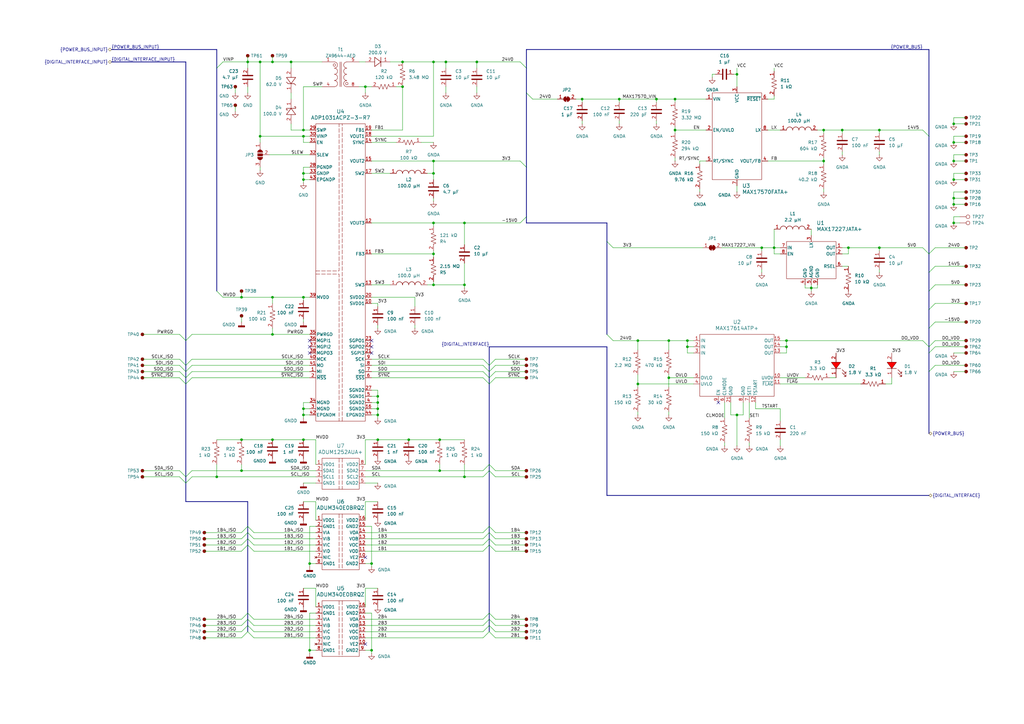
<source format=kicad_sch>
(kicad_sch (version 20250114) (generator "eeschema") (generator_version "9.0")
  (paper "A3")
  (lib_symbols
    (symbol "CAPACITORS_C1005X6S1C_DATA_BASE:C_C1005X6S1C105K050BC" (pin_names (offset 0.254))
      (property "Reference" "C" (at 0 5.08 0))
      (property "Value" "1 µF" (at 0 -5.08 0))
      (symbol "C_C1005X6S1C105K050BC_1_1"
        (pin unspecified line (at -3.81 0 0) (length 2.8) (name "") (number "1"))
        (pin unspecified line (at 3.81 0 180) (length 2.8) (name "") (number "2"))
      )
    )
    (symbol "CAPACITORS_C1608X5R1C_DATA_BASE:C_C1608X5R1C106M080AB" (pin_names (offset 0.254))
      (property "Reference" "C" (at 0 5.08 0))
      (property "Value" "10 µF" (at 0 -5.08 0))
      (symbol "C_C1608X5R1C106M080AB_1_1"
        (pin unspecified line (at -3.81 0 0) (length 2.8) (name "") (number "1"))
        (pin unspecified line (at 3.81 0 180) (length 2.8) (name "") (number "2"))
      )
    )
    (symbol "CAPACITORS_C1608X7S2A_DATA_BASE:C_C1608X7S2A104K080AB" (pin_names (offset 0.254))
      (property "Reference" "C" (at 0 5.08 0))
      (property "Value" "100 nF" (at 0 -5.08 0))
      (symbol "C_C1608X7S2A104K080AB_1_1"
        (pin unspecified line (at -3.81 0 0) (length 2.8) (name "") (number "1"))
        (pin unspecified line (at 3.81 0 180) (length 2.8) (name "") (number "2"))
      )
    )
    (symbol "CAPACITORS_CGA2B2NP02A_DATA_BASE:C_CGA2B2NP02A221J050BA" (pin_names (offset 0.254))
      (property "Reference" "C" (at 0 5.08 0))
      (property "Value" "220 pF" (at 0 -5.08 0))
      (symbol "C_CGA2B2NP02A221J050BA_1_1"
        (pin unspecified line (at -3.81 0 0) (length 2.8) (name "") (number "1"))
        (pin unspecified line (at 3.81 0 180) (length 2.8) (name "") (number "2"))
      )
    )
    (symbol "CAPACITORS_CL31B_DATA_BASE:C_CL31B106KBHNNN#" (pin_names (offset 0.254))
      (property "Reference" "C" (at 0 5.08 0))
      (property "Value" "10 µF" (at 0 -5.08 0))
      (symbol "C_CL31B106KBHNNN#_1_1"
        (pin unspecified line (at -3.81 0 0) (length 2.8) (name "") (number "1"))
        (pin unspecified line (at 3.81 0 180) (length 2.8) (name "") (number "2"))
      )
    )
    (symbol "CAPACITORS_GRJ21BC72A_DATA_BASE:C_GRJ21BC72A105KE11L" (pin_names (offset 0.254))
      (property "Reference" "C" (at 0 5.08 0))
      (property "Value" "1 µF" (at 0 -5.08 0))
      (symbol "C_GRJ21BC72A105KE11L_1_1"
        (pin unspecified line (at -3.81 0 0) (length 2.8) (name "") (number "1"))
        (pin unspecified line (at 3.81 0 180) (length 2.8) (name "") (number "2"))
      )
    )
    (symbol "CAPACITORS_KGM05AR71C_DATA_BASE:C_KGM05AR71C224KH" (pin_names (offset 0.254))
      (property "Reference" "C" (at 0 5.08 0))
      (property "Value" "220 nF" (at 0 -5.08 0))
      (symbol "C_KGM05AR71C224KH_1_1"
        (pin unspecified line (at -3.81 0 0) (length 2.8) (name "") (number "1"))
        (pin unspecified line (at 3.81 0 180) (length 2.8) (name "") (number "2"))
      )
    )
    (symbol "DIODES_APHHS1005LSECK-J3-PF_DATA_BASE:D_APHHS1005LSECK-J3-PF" (pin_names (offset 0.254))
      (property "Reference" "D" (at 0 5.08 0))
      (property "Value" "1.8 V" (at 0 -5.08 0))
      (symbol "D_APHHS1005LSECK-J3-PF_1_0"
        (pin unspecified line (at -5.08 0 0) (length 3.81) (name "") (number "2"))
        (pin unspecified line (at 5.08 0 180) (length 3.81) (name "") (number "1"))
      )
    )
    (symbol "INDUCTORS_74404032_DATA_BASE:L_74404032101" (pin_names (offset 0.254))
      (property "Reference" "L" (at 0 2.54 0))
      (property "Value" "100.0 µH" (at 0 -2.54 0))
      (symbol "L_74404032101_1_1"
        (pin unspecified line (at -7.62 0 0) (length 2.54) (name "") (number "1"))
        (pin unspecified line (at 7.62 0 180) (length 2.54) (name "") (number "2"))
      )
    )
    (symbol "RESISTORS_ERJ-2GEJ_DATA_BASE:R_ERJ-2GEJ154X" (pin_names (offset 0.254))
      (property "Reference" "R" (at 0 2.54 0))
      (property "Value" "150 kΩ" (at 0 -2.54 0))
      (symbol "R_ERJ-2GEJ154X_1_1"
        (pin unspecified line (at -5.08 0 0) (length 2.54) (name "") (number "1"))
        (pin unspecified line (at 5.08 0 180) (length 2.54) (name "") (number "2"))
      )
    )
    (symbol "RESISTORS_ERJ-2RKF_DATA_BASE:R_ERJ-2RKF1502X" (pin_names (offset 0.254))
      (property "Reference" "R" (at 0 2.54 0))
      (property "Value" "15 kΩ" (at 0 -2.54 0))
      (symbol "R_ERJ-2RKF1502X_1_1"
        (pin unspecified line (at -5.08 0 0) (length 2.54) (name "") (number "1"))
        (pin unspecified line (at 5.08 0 180) (length 2.54) (name "") (number "2"))
      )
    )
    (symbol "RESISTORS_ERJ-2RKF_DATA_BASE:R_ERJ-2RKF1503X" (pin_names (offset 0.254))
      (property "Reference" "R" (at 0 2.54 0))
      (property "Value" "150 kΩ" (at 0 -2.54 0))
      (symbol "R_ERJ-2RKF1503X_1_1"
        (pin unspecified line (at -5.08 0 0) (length 2.54) (name "") (number "1"))
        (pin unspecified line (at 5.08 0 180) (length 2.54) (name "") (number "2"))
      )
    )
    (symbol "RESISTORS_ERJ-2RKF_DATA_BASE:R_ERJ-2RKF2943X" (pin_names (offset 0.254))
      (property "Reference" "R" (at 0 2.54 0))
      (property "Value" "294 kΩ" (at 0 -2.54 0))
      (symbol "R_ERJ-2RKF2943X_1_1"
        (pin unspecified line (at -5.08 0 0) (length 2.54) (name "") (number "1"))
        (pin unspecified line (at 5.08 0 180) (length 2.54) (name "") (number "2"))
      )
    )
    (symbol "RESISTORS_ERJ-2RKF_DATA_BASE:R_ERJ-2RKF3002X" (pin_names (offset 0.254))
      (property "Reference" "R" (at 0 2.54 0))
      (property "Value" "30 kΩ" (at 0 -2.54 0))
      (symbol "R_ERJ-2RKF3002X_1_1"
        (pin unspecified line (at -5.08 0 0) (length 2.54) (name "") (number "1"))
        (pin unspecified line (at 5.08 0 180) (length 2.54) (name "") (number "2"))
      )
    )
    (symbol "RESISTORS_ERJ-2RKF_DATA_BASE:R_ERJ-2RKF3301X" (pin_names (offset 0.254))
      (property "Reference" "R" (at 0 2.54 0))
      (property "Value" "3.3 kΩ" (at 0 -2.54 0))
      (symbol "R_ERJ-2RKF3301X_1_1"
        (pin unspecified line (at -5.08 0 0) (length 2.54) (name "") (number "1"))
        (pin unspecified line (at 5.08 0 180) (length 2.54) (name "") (number "2"))
      )
    )
    (symbol "RESISTORS_ERJ-2RKF_DATA_BASE:R_ERJ-2RKF4022X" (pin_names (offset 0.254))
      (property "Reference" "R" (at 0 2.54 0))
      (property "Value" "40.2 kΩ" (at 0 -2.54 0))
      (symbol "R_ERJ-2RKF4022X_1_1"
        (pin unspecified line (at -5.08 0 0) (length 2.54) (name "") (number "1"))
        (pin unspecified line (at 5.08 0 180) (length 2.54) (name "") (number "2"))
      )
    )
    (symbol "RESISTORS_ERJ-2RKF_DATA_BASE:R_ERJ-2RKF6043X" (pin_names (offset 0.254))
      (property "Reference" "R" (at 0 2.54 0))
      (property "Value" "604 kΩ" (at 0 -2.54 0))
      (symbol "R_ERJ-2RKF6043X_1_1"
        (pin unspecified line (at -5.08 0 0) (length 2.54) (name "") (number "1"))
        (pin unspecified line (at 5.08 0 180) (length 2.54) (name "") (number "2"))
      )
    )
    (symbol "RESISTORS_ERJ-2RKF_DATA_BASE:R_ERJ-2RKF9761X" (pin_names (offset 0.254))
      (property "Reference" "R" (at 0 2.54 0))
      (property "Value" "9.76 kΩ" (at 0 -2.54 0))
      (symbol "R_ERJ-2RKF9761X_1_1"
        (pin unspecified line (at -5.08 0 0) (length 2.54) (name "") (number "1"))
        (pin unspecified line (at 5.08 0 180) (length 2.54) (name "") (number "2"))
      )
    )
    (symbol "RESISTORS_RC0402FR-07_DATA_BASE:R_RC0402FR-072M2L" (pin_names (offset 0.254))
      (property "Reference" "R" (at 0 2.54 0))
      (property "Value" "2.2 MΩ" (at 0 -2.54 0))
      (symbol "R_RC0402FR-072M2L_1_1"
        (pin unspecified line (at -5.08 0 0) (length 2.54) (name "") (number "1"))
        (pin unspecified line (at 5.08 0 180) (length 2.54) (name "") (number "2"))
      )
    )
    (symbol "RESISTORS_RC0402FR-07_DATA_BASE:R_RC0402FR-073M32L" (pin_names (offset 0.254))
      (property "Reference" "R" (at 0 2.54 0))
      (property "Value" "3.32 MΩ" (at 0 -2.54 0))
      (symbol "R_RC0402FR-073M32L_1_1"
        (pin unspecified line (at -5.08 0 0) (length 2.54) (name "") (number "1"))
        (pin unspecified line (at 5.08 0 180) (length 2.54) (name "") (number "2"))
      )
    )
    (symbol "RESISTORS_RC0402FR-07_DATA_BASE:R_RC0402FR-07470KL" (pin_names (offset 0.254))
      (property "Reference" "R" (at 0 2.54 0))
      (property "Value" "470 kΩ" (at 0 -2.54 0))
      (symbol "R_RC0402FR-07470KL_1_1"
        (pin unspecified line (at -5.08 0 0) (length 2.54) (name "") (number "1"))
        (pin unspecified line (at 5.08 0 180) (length 2.54) (name "") (number "2"))
      )
    )
    (symbol "UNITED_CAPACITORS_DATA_BASE:C_C1608X7S1A475K080AC" (pin_names (offset 0.254))
      (property "Reference" "C" (at 0 5.08 0))
      (property "Value" "4.7 µF" (at 0 -5.08 0))
      (symbol "C_C1608X7S1A475K080AC_1_1"
        (pin unspecified line (at -3.81 0 0) (length 2.8) (name "") (number "1"))
        (pin unspecified line (at 3.81 0 180) (length 2.8) (name "") (number "2"))
      )
    )
    (symbol "UNITED_CAPACITORS_DATA_BASE:C_CL31B106KBHNNN#" (pin_names (offset 0.254))
      (property "Reference" "C" (at 0 5.08 0))
      (property "Value" "10 µF" (at 0 -5.08 0))
      (symbol "C_CL31B106KBHNNN#_1_1"
        (pin unspecified line (at -3.81 0 0) (length 2.8) (name "") (number "1"))
        (pin unspecified line (at 3.81 0 180) (length 2.8) (name "") (number "2"))
      )
    )
    (symbol "UNITED_CAPACITORS_DATA_BASE:C_GCM155R71H102KA37D" (pin_names (offset 0.254))
      (property "Reference" "C" (at 0 5.08 0))
      (property "Value" "1 nF" (at 0 -5.08 0))
      (symbol "C_GCM155R71H102KA37D_1_1"
        (pin unspecified line (at -3.81 0 0) (length 2.8) (name "") (number "1"))
        (pin unspecified line (at 3.81 0 180) (length 2.8) (name "") (number "2"))
      )
    )
    (symbol "UNITED_CAPACITORS_DATA_BASE:C_GCM155R71H104KE02D" (pin_names (offset 0.254))
      (property "Reference" "C" (at 0 5.08 0))
      (property "Value" "100 nF" (at 0 -5.08 0))
      (symbol "C_GCM155R71H104KE02D_1_1"
        (pin unspecified line (at -3.81 0 0) (length 2.8) (name "") (number "1"))
        (pin unspecified line (at 3.81 0 180) (length 2.8) (name "") (number "2"))
      )
    )
    (symbol "UNITED_CAPACITORS_DATA_BASE:C_GCM32DC72A475KE02K" (pin_names (offset 0.254))
      (property "Reference" "C" (at 0 5.08 0))
      (property "Value" "4.7 µF" (at 0 -5.08 0))
      (symbol "C_GCM32DC72A475KE02K_1_1"
        (pin unspecified line (at -3.81 0 0) (length 2.8) (name "") (number "1"))
        (pin unspecified line (at 3.81 0 180) (length 2.8) (name "") (number "2"))
      )
    )
    (symbol "UNITED_DIODES_DATA_BASE:D_DFLS1200-7" (pin_names (offset 0.254))
      (property "Reference" "D" (at 0 5.08 0))
      (property "Value" "100.0 V" (at 0 -5.08 0))
      (symbol "D_DFLS1200-7_1_0"
        (pin unspecified line (at -5.08 0 0) (length 3.81) (name "") (number "2"))
        (pin unspecified line (at 5.08 0 180) (length 3.81) (name "") (number "1"))
      )
    )
    (symbol "UNITED_DIODES_DATA_BASE:D_MMSZ5265BT1G" (pin_names (offset 0.254))
      (property "Reference" "D" (at 0 5.08 0))
      (property "Value" "62.0 V" (at 0 -5.08 0))
      (symbol "D_MMSZ5265BT1G_1_0"
        (pin unspecified line (at -5.08 0 0) (length 3.81) (name "") (number "2"))
        (pin unspecified line (at 5.08 0 180) (length 3.81) (name "") (number "1"))
      )
    )
    (symbol "UNITED_DIODES_DATA_BASE:D_US1DWF" (pin_names (offset 0.254))
      (property "Reference" "D" (at 0 5.08 0))
      (property "Value" "200.0 V" (at 0 -5.08 0))
      (symbol "D_US1DWF_1_0"
        (pin unspecified line (at -5.08 0 0) (length 3.81) (name "") (number "2"))
        (pin unspecified line (at 5.08 0 180) (length 3.81) (name "") (number "1"))
      )
    )
    (symbol "UNITED_IC_ADI:U_ADP1031ACPZ-3-R7" (pin_names (offset 0.254))
      (property "Reference" "U" (at 10.16 63.5 0))
      (property "Value" "ADP1031ACPZ-3-R7" (at 10.16 66.04 0))
      (symbol "U_ADP1031ACPZ-3-R7_0_1"
        (pin unspecified line (at -12.7 58.42 0) (length 2.54) (name "SWP") (number "29"))
        (pin power_in line (at -12.7 55.88 0) (length 2.54) (name "VINP") (number "30"))
        (pin input line (at -12.7 53.34 0) (length 2.54) (name "EN") (number "31"))
        (pin input line (at -12.7 48.26 0) (length 2.54) (name "SLEW") (number "32"))
        (pin power_out line (at -12.7 43.18 0) (length 2.54) (name "PGNDP") (number "28"))
        (pin power_out line (at -12.7 40.64 0) (length 2.54) (name "GNDP") (number "33"))
        (pin power_out line (at -12.7 38.1 0) (length 2.54) (name "EPGNDP") (number "43"))
        (pin power_in line (at -12.7 -10.16 0) (length 2.54) (name "MVDD") (number "39"))
        (pin power_out line (at -12.7 -25.4 0) (length 2.54) (name "PWRGD") (number "35"))
        (pin input line (at -12.7 -27.94 0) (length 2.54) (name "MGPI1") (number "36"))
        (pin input line (at -12.7 -30.48 0) (length 2.54) (name "MGPI2") (number "37"))
        (pin output line (at -12.7 -33.02 0) (length 2.54) (name "MGPO3") (number "38"))
        (pin input line (at -12.7 -35.56 0) (length 2.54) (name "MCK") (number "40"))
        (pin input line (at -12.7 -38.1 0) (length 2.54) (name "MO") (number "41"))
        (pin output line (at -12.7 -40.64 0) (length 2.54) (name "MI") (number "1"))
        (pin power_out line (at -12.7 -53.34 0) (length 2.54) (name "MGND") (number "34"))
        (pin power_out line (at -12.7 -55.88 0) (length 2.54) (name "MGND") (number "3"))
        (pin power_out line (at -12.7 -58.42 0) (length 2.54) (name "EPGNDM") (number "42"))
        (pin unspecified line (at 12.7 58.42 180) (length 2.54) (name "FB1") (number "19"))
        (pin power_in line (at 12.7 55.88 180) (length 2.54) (name "VOUT1") (number "18"))
        (pin input line (at 12.7 53.34 180) (length 2.54) (name "SYNC") (number "14"))
        (pin power_in line (at 12.7 45.72 180) (length 2.54) (name "VOUT2") (number "15"))
        (pin unspecified line (at 12.7 40.64 180) (length 2.54) (name "SW2") (number "17"))
        (pin power_in line (at 12.7 -10.16 180) (length 2.54) (name "SVDD2") (number "20"))
        (pin power_in line (at 12.7 -12.7 180) (length 2.54) (name "SVDD1") (number "10"))
        (pin input line (at 12.7 -33.02 180) (length 2.54) (name "SGPI3") (number "21"))
        (pin output line (at 12.7 -35.56 180) (length 2.54) (name "SCK") (number "9"))
        (pin output line (at 12.7 -38.1 180) (length 2.54) (name "SI") (number "8"))
        (pin input line (at 12.7 -40.64 180) (length 2.54) (name "SO") (number "7"))
        (pin power_out line (at 12.7 -48.26 180) (length 2.54) (name "SGND2") (number "27"))
        (pin power_out line (at 12.7 -50.8 180) (length 2.54) (name "SGND1") (number "5"))
        (pin power_out line (at 12.7 -53.34 180) (length 2.54) (name "SGND2") (number "4"))
        (pin power_out line (at 12.7 -55.88 180) (length 2.54) (name "SGND2") (number "16"))
        (pin power_out line (at 12.7 -58.42 180) (length 2.54) (name "EPGND2") (number "44"))
      )
      (symbol "U_ADP1031ACPZ-3-R7_1_1"
        (pin input line (at -12.7 -43.18 0) (length 2.54) (name "~{MSS}") (number "2"))
        (pin passive line (at 12.7 20.32 180) (length 2.54) (name "VOUT3") (number "12"))
        (pin passive line (at 12.7 7.62 180) (length 2.54) (name "FB3") (number "11"))
        (pin passive line (at 12.7 -5.08 180) (length 2.54) (name "SW3") (number "13"))
        (pin no_connect line (at 12.7 -17.78 180) (length 2.54) (hide yes) (name "DNC") (number "26"))
        (pin no_connect line (at 12.7 -20.32 180) (length 2.54) (hide yes) (name "DNC") (number "25"))
        (pin no_connect line (at 12.7 -22.86 180) (length 2.54) (hide yes) (name "DNC") (number "24"))
        (pin output line (at 12.7 -27.94 180) (length 2.54) (name "SGPO1") (number "23"))
        (pin output line (at 12.7 -30.48 180) (length 2.54) (name "SGPO2") (number "22"))
        (pin output line (at 12.7 -43.18 180) (length 2.54) (name "~{SSS}") (number "6"))
      )
    )
    (symbol "UNITED_IC_ADI:U_ADUM1252AUA+" (pin_names (offset 0.254))
      (property "Reference" "U" (at 7.62 10.16 0))
      (property "Value" "ADUM1252AUA+" (at 7.62 7.62 0))
      (symbol "U_ADUM1252AUA+_1_1"
        (pin power_in line (at -10.16 3.81 0) (length 2.54) (name "VDD1") (number "1"))
        (pin bidirectional line (at -10.16 1.27 0) (length 2.54) (name "SDA1") (number "2"))
        (pin bidirectional line (at -10.16 -1.27 0) (length 2.54) (name "SCL1") (number "3"))
        (pin power_out line (at -10.16 -3.81 0) (length 2.54) (name "GND1") (number "4"))
        (pin power_in line (at 10.16 3.81 180) (length 2.54) (name "VDD2") (number "8"))
        (pin bidirectional line (at 10.16 1.27 180) (length 2.54) (name "SDA2") (number "7"))
        (pin bidirectional line (at 10.16 -1.27 180) (length 2.54) (name "SCL2") (number "6"))
        (pin power_out line (at 10.16 -3.81 180) (length 2.54) (name "GND2") (number "5"))
      )
    )
    (symbol "UNITED_IC_ADI:U_ADUM340E0BRQZ" (pin_names (offset 0.254))
      (property "Reference" "U" (at 7.62 15.24 0))
      (property "Value" "ADUM340E0BRQZ" (at 7.62 12.7 0))
      (symbol "U_ADUM340E0BRQZ_0_1"
        (pin power_in line (at -10.16 8.89 0) (length 2.54) (name "VDD1") (number "1"))
        (pin power_out line (at -10.16 6.35 0) (length 2.54) (name "GND1") (number "2"))
        (pin input line (at -10.16 3.81 0) (length 2.54) (name "VIA") (number "3"))
        (pin input line (at -10.16 1.27 0) (length 2.54) (name "VIB") (number "4"))
        (pin input line (at -10.16 -1.27 0) (length 2.54) (name "VIC") (number "5"))
        (pin input line (at -10.16 -3.81 0) (length 2.54) (name "VID") (number "6"))
        (pin no_connect line (at -10.16 -6.35 0) (length 2.54) (name "NIC") (number "7"))
        (pin power_out line (at -10.16 -8.89 0) (length 2.54) (name "GND1") (number "8"))
        (pin power_in line (at 10.16 8.89 180) (length 2.54) (name "VDD2") (number "16"))
        (pin power_out line (at 10.16 6.35 180) (length 2.54) (name "GND2") (number "15"))
        (pin output line (at 10.16 3.81 180) (length 2.54) (name "VOA") (number "14"))
        (pin output line (at 10.16 1.27 180) (length 2.54) (name "VOB") (number "13"))
        (pin output line (at 10.16 -1.27 180) (length 2.54) (name "VOC") (number "12"))
        (pin output line (at 10.16 -3.81 180) (length 2.54) (name "VOD") (number "11"))
        (pin input line (at 10.16 -6.35 180) (length 2.54) (name "VE2") (number "10"))
        (pin power_out line (at 10.16 -8.89 180) (length 2.54) (name "GND2") (number "9"))
      )
    )
    (symbol "UNITED_IC_ADI:U_MAX17227JATA+" (pin_names (offset 0.254))
      (property "Reference" "U" (at 10.16 12.7 0))
      (property "Value" "MAX17227JATA+" (at 10.16 10.16 0))
      (symbol "U_MAX17227JATA+_0_1"
        (pin input line (at -12.7 5.08 0) (length 2.54) (name "IN") (number "7"))
        (pin input line (at -12.7 2.54 0) (length 2.54) (name "EN") (number "8"))
        (pin power_out line (at -2.54 -10.16 90) (length 2.54) (name "GND") (number "4"))
        (pin power_in line (at 0 10.16 270) (length 2.54) (name "LX") (number "3"))
        (pin power_out line (at 0 -10.16 90) (length 2.54) (name "AGND") (number "5"))
        (pin power_out line (at 2.54 -10.16 90) (length 2.54) (name "GND") (number "9"))
        (pin output line (at 12.7 5.08 180) (length 2.54) (name "OUT") (number "1"))
        (pin output line (at 12.7 2.54 180) (length 2.54) (name "OUT") (number "2"))
        (pin unspecified line (at 12.7 -2.54 180) (length 2.54) (name "RSEL") (number "6"))
      )
    )
    (symbol "UNITED_IC_ADI:U_MAX17570FATA+" (pin_names (offset 0.254))
      (property "Reference" "U" (at 10.16 22.86 0))
      (property "Value" "MAX17570FATA+" (at 10.16 20.32 0))
      (symbol "U_MAX17570FATA+_0_1"
        (pin power_in line (at -12.7 15.24 0) (length 2.54) (name "VIN") (number "1"))
        (pin input line (at -12.7 2.54 0) (length 2.54) (name "EN/UVLO") (number "2"))
        (pin unspecified line (at -12.7 -10.16 0) (length 2.54) (name "RT/SYNC") (number "5"))
        (pin power_in line (at 0 20.32 270) (length 2.54) (name "VCC") (number "3"))
        (pin power_out line (at 0 -20.32 90) (length 2.54) (name "GND") (number "7"))
        (pin power_in line (at 12.7 2.54 180) (length 2.54) (name "LX") (number "8"))
        (pin output line (at 12.7 -10.16 180) (length 2.54) (name "VOUT/FB") (number "4"))
      )
      (symbol "U_MAX17570FATA+_1_1"
        (pin input line (at 12.7 15.24 180) (length 2.54) (name "~{RESET}") (number "6"))
      )
    )
    (symbol "UNITED_IC_ADI:U_MAX17614ATP+" (pin_names (offset 0.254))
      (property "Reference" "U" (at 15.24 17.78 0))
      (property "Value" "MAX17614ATP+" (at 15.24 15.24 0))
      (symbol "U_MAX17614ATP+_0_1"
        (pin input line (at -17.78 10.16 0) (length 2.54) (name "IN") (number "1"))
        (pin input line (at -17.78 7.62 0) (length 2.54) (name "IN") (number "2"))
        (pin input line (at -17.78 5.08 0) (length 2.54) (name "IN") (number "3"))
        (pin unspecified line (at -17.78 -5.08 0) (length 2.54) (name "OVLO") (number "5"))
        (pin unspecified line (at -17.78 -7.62 0) (length 2.54) (name "UVLO") (number "4"))
        (pin unspecified line (at -7.62 -15.24 90) (length 2.54) (name "EN") (number "9"))
        (pin unspecified line (at -5.08 -15.24 90) (length 2.54) (name "CLMODE") (number "6"))
        (pin power_out line (at -2.54 -15.24 90) (length 2.54) (name "GND") (number "21"))
        (pin power_out line (at 2.54 -15.24 90) (length 2.54) (name "GND") (number "8"))
        (pin unspecified line (at 5.08 -15.24 90) (length 2.54) (name "SETI") (number "7"))
        (pin unspecified line (at 7.62 -15.24 90) (length 2.54) (name "TSTART") (number "12"))
        (pin output line (at 17.78 10.16 180) (length 2.54) (name "OUT") (number "15"))
        (pin output line (at 17.78 7.62 180) (length 2.54) (name "OUT") (number "14"))
        (pin output line (at 17.78 5.08 180) (length 2.54) (name "OUT") (number "13"))
        (pin unspecified line (at 17.78 -5.08 180) (length 2.54) (name "UVOV") (number "10"))
      )
      (symbol "U_MAX17614ATP+_1_1"
        (pin no_connect line (at -5.08 15.24 270) (length 2.54) (hide yes) (name "NC") (number "20"))
        (pin no_connect line (at -2.54 15.24 270) (length 2.54) (hide yes) (name "NC") (number "19"))
        (pin no_connect line (at 0 15.24 270) (length 2.54) (hide yes) (name "NC") (number "18"))
        (pin no_connect line (at 2.54 15.24 270) (length 2.54) (hide yes) (name "NC") (number "17"))
        (pin no_connect line (at 5.08 15.24 270) (length 2.54) (hide yes) (name "NC") (number "16"))
        (pin unspecified line (at 17.78 -7.62 180) (length 2.54) (name "~{FLAG}") (number "11"))
      )
    )
    (symbol "UNITED_INDUCTORS_DATA_BASE:L_74479276222" (pin_names (offset 0.254))
      (property "Reference" "L" (at 0 2.54 0))
      (property "Value" "2.2 µH" (at 0 -2.54 0))
      (symbol "L_74479276222_1_1"
        (pin unspecified line (at -7.62 0 0) (length 2.54) (name "") (number "1"))
        (pin unspecified line (at 7.62 0 180) (length 2.54) (name "") (number "2"))
      )
    )
    (symbol "UNITED_INDUCTORS_DATA_BASE:L_XFL3012-104ME" (pin_names (offset 0.254))
      (property "Reference" "L" (at 0 2.54 0))
      (property "Value" "100.0 µH" (at 0 -2.54 0))
      (symbol "L_XFL3012-104ME_1_1"
        (pin unspecified line (at -7.62 0 0) (length 2.54) (name "") (number "1"))
        (pin unspecified line (at 7.62 0 180) (length 2.54) (name "") (number "2"))
      )
    )
    (symbol "UNITED_RESISTORS_DATA_BASE:R_ERJ-2GEJ104X" (pin_names (offset 0.254))
      (property "Reference" "R" (at 0 2.54 0))
      (property "Value" "100 kΩ" (at 0 -2.54 0))
      (symbol "R_ERJ-2GEJ104X_1_1"
        (pin unspecified line (at -5.08 0 0) (length 2.54) (name "") (number "1"))
        (pin unspecified line (at 5.08 0 180) (length 2.54) (name "") (number "2"))
      )
    )
    (symbol "UNITED_RESISTORS_DATA_BASE:R_ERJ-2RKF1001X" (pin_names (offset 0.254))
      (property "Reference" "R" (at 0 2.54 0))
      (property "Value" "1 kΩ" (at 0 -2.54 0))
      (symbol "R_ERJ-2RKF1001X_1_1"
        (pin unspecified line (at -5.08 0 0) (length 2.54) (name "") (number "1"))
        (pin unspecified line (at 5.08 0 180) (length 2.54) (name "") (number "2"))
      )
    )
    (symbol "UNITED_RESISTORS_DATA_BASE:R_ERJ-2RKF1002X" (pin_names (offset 0.254))
      (property "Reference" "R" (at 0 2.54 0))
      (property "Value" "10 kΩ" (at 0 -2.54 0))
      (symbol "R_ERJ-2RKF1002X_1_1"
        (pin unspecified line (at -5.08 0 0) (length 2.54) (name "") (number "1"))
        (pin unspecified line (at 5.08 0 180) (length 2.54) (name "") (number "2"))
      )
    )
    (symbol "UNITED_RESISTORS_DATA_BASE:R_ERJ-2RKF1203X" (pin_names (offset 0.254))
      (property "Reference" "R" (at 0 2.54 0))
      (property "Value" "120 kΩ" (at 0 -2.54 0))
      (symbol "R_ERJ-2RKF1203X_1_1"
        (pin unspecified line (at -5.08 0 0) (length 2.54) (name "") (number "1"))
        (pin unspecified line (at 5.08 0 180) (length 2.54) (name "") (number "2"))
      )
    )
    (symbol "UNITED_RESISTORS_DATA_BASE:R_ERJ-2RKF1213X" (pin_names (offset 0.254))
      (property "Reference" "R" (at 0 2.54 0))
      (property "Value" "121 kΩ" (at 0 -2.54 0))
      (symbol "R_ERJ-2RKF1213X_1_1"
        (pin unspecified line (at -5.08 0 0) (length 2.54) (name "") (number "1"))
        (pin unspecified line (at 5.08 0 180) (length 2.54) (name "") (number "2"))
      )
    )
    (symbol "UNITED_RESISTORS_DATA_BASE:R_RC0402FR-072M15L" (pin_names (offset 0.254))
      (property "Reference" "R" (at 0 2.54 0))
      (property "Value" "2.15 MΩ" (at 0 -2.54 0))
      (symbol "R_RC0402FR-072M15L_1_1"
        (pin unspecified line (at -5.08 0 0) (length 2.54) (name "") (number "1"))
        (pin unspecified line (at 5.08 0 180) (length 2.54) (name "") (number "2"))
      )
    )
    (symbol "UNITED_RESISTORS_DATA_BASE:R_RC0402FR-073M48L" (pin_names (offset 0.254))
      (property "Reference" "R" (at 0 2.54 0))
      (property "Value" "3.48 MΩ" (at 0 -2.54 0))
      (symbol "R_RC0402FR-073M48L_1_1"
        (pin unspecified line (at -5.08 0 0) (length 2.54) (name "") (number "1"))
        (pin unspecified line (at 5.08 0 180) (length 2.54) (name "") (number "2"))
      )
    )
    (symbol "UNITED_SOLDER_JUMPERS:SolderJumper_2_Bridged" (pin_names (offset 0) (hide yes))
      (property "Reference" "JP" (at 0 2.54 0))
      (symbol "SolderJumper_2_Bridged_1_1"
        (pin passive line (at -3.81 0 0) (length 2.54) (name "") (number "1"))
        (pin passive line (at 3.81 0 180) (length 2.54) (name "") (number "2"))
      )
    )
    (symbol "UNITED_SOLDER_JUMPERS:SolderJumper_3_Open" (pin_names (offset 0) (hide yes))
      (property "Reference" "JP" (at 0 2.54 0))
      (symbol "SolderJumper_3_Open_1_1"
        (pin passive line (at -5.08 0 0) (length 2.54) (name "A") (number "1"))
        (pin passive line (at 0 -3.81 90) (length 2.54) (name "C") (number "2"))
        (pin passive line (at 5.08 0 180) (length 2.54) (name "B") (number "3"))
      )
    )
    (symbol "UNITED_TEST_POINTS:TestPoint_Castelated" (pin_numbers (hide yes)) (pin_names (offset 0.762) (hide yes))
      (property "Reference" "TP" (at 0 5.08 0))
      (symbol "TestPoint_Castelated_1_1"
        (pin passive line (at 0 0 90) (length 2.54) (name "1") (number "1"))
      )
    )
    (symbol "UNITED_TEST_POINTS:TestPoint_Castelated_v2" (pin_numbers (hide yes)) (pin_names (offset 0.762) (hide yes))
      (property "Reference" "TP" (at 0 5.08 0))
      (symbol "TestPoint_Castelated_v2_1_1"
        (pin passive line (at 0 0 0) (length 0) (name "1") (number "1"))
      )
    )
    (symbol "UNITED_TRANSFORMERS_DATA_BASE:T_ZA9644-AED" (pin_names (offset 0.254))
      (property "Reference" "T" (at 0 7.62 0))
      (property "Value" "ZA9644-AED" (at 0 -7.62 0))
      (symbol "T_ZA9644-AED_0_1"
        (pin unspecified line (at -7.62 5.08 0) (length 5.08) (name "") (number "1"))
        (pin no_connect line (at -7.62 2.54 0) (length 2.54) (hide yes) (name "") (number "2"))
        (pin no_connect line (at -7.62 -2.54 0) (length 2.54) (hide yes) (name "") (number "3"))
        (pin unspecified line (at -7.62 -5.08 0) (length 5.08) (name "") (number "4"))
        (pin unspecified line (at 7.62 5.08 180) (length 5.08) (name "") (number "5"))
        (pin no_connect line (at 7.62 2.54 180) (length 2.54) (hide yes) (name "") (number "6"))
        (pin no_connect line (at 7.62 -2.54 180) (length 2.54) (hide yes) (name "") (number "7"))
        (pin unspecified line (at 7.62 -5.08 180) (length 5.08) (name "") (number "8"))
      )
    )
    (symbol "power:GND" (power) (pin_numbers (hide yes)) (pin_names (offset 0) (hide yes))
      (property "Value" "GND" (at 0 -3.81 0))
      (symbol "GND_1_1"
        (pin power_in line (at 0 0 270) (length 0) (name "~") (number "1"))
      )
    )
    (symbol "power:GNDA" (power) (pin_numbers (hide yes)) (pin_names (offset 0) (hide yes))
      (property "Value" "GNDA" (at 0 -3.81 0))
      (symbol "GNDA_1_1"
        (pin power_in line (at 0 0 270) (length 0) (name "~") (number "1"))
      )
    )
    (symbol "power:GNDD" (power) (pin_numbers (hide yes)) (pin_names (offset 0) (hide yes))
      (property "Value" "GNDD" (at 0 -3.175 0))
      (symbol "GNDD_1_1"
        (pin power_in line (at 0 0 270) (length 0) (name "~") (number "1"))
      )
    )
  )
  (junction (at 149.86 35.56))
  (junction (at 152.4 231.14))
  (junction (at 180.34 180.34))
  (junction (at 190.5 116.84))
  (junction (at 111.76 25.4))
  (junction (at 182.88 25.4))
  (junction (at 190.5 91.44))
  (junction (at 124.46 73.66))
  (junction (at 302.26 170.18))
  (junction (at 177.8 66.04))
  (junction (at 106.68 25.4))
  (junction (at 274.32 154.94))
  (junction (at 111.76 137.16))
  (junction (at 360.68 53.34))
  (junction (at 322.58 139.7))
  (junction (at 261.62 157.48))
  (junction (at 391.16 50.8))
  (junction (at 302.26 30.48))
  (junction (at 391.16 66.04))
  (junction (at 111.76 180.34))
  (junction (at 106.68 55.88))
  (junction (at 261.62 139.7))
  (junction (at 177.8 116.84))
  (junction (at 281.94 142.24))
  (junction (at 154.94 162.56))
  (junction (at 152.4 266.7))
  (junction (at 312.42 101.6))
  (junction (at 177.8 25.4))
  (junction (at 124.46 167.64))
  (junction (at 177.8 91.44))
  (junction (at 195.58 25.4))
  (junction (at 124.46 180.34))
  (junction (at 177.8 104.14))
  (junction (at 180.34 193.04))
  (junction (at 99.06 180.34))
  (junction (at 190.5 195.58))
  (junction (at 154.94 167.64))
  (junction (at 88.9 195.58))
  (junction (at 391.16 81.28))
  (junction (at 154.94 180.34))
  (junction (at 269.24 40.64))
  (junction (at 165.1 35.56))
  (junction (at 167.64 180.34))
  (junction (at 101.6 25.4))
  (junction (at 391.16 91.44))
  (junction (at 127 266.7))
  (junction (at 254 40.64))
  (junction (at 111.76 121.92))
  (junction (at 99.06 193.04))
  (junction (at 332.74 118.11))
  (junction (at 165.1 25.4))
  (junction (at 337.82 53.34))
  (junction (at 345.44 53.34))
  (junction (at 391.16 58.42))
  (junction (at 177.8 71.12))
  (junction (at 124.46 121.92))
  (junction (at 124.46 71.12))
  (junction (at 119.38 25.4))
  (junction (at 99.06 121.92))
  (junction (at 276.86 40.64))
  (junction (at 347.98 101.6))
  (junction (at 154.94 170.18))
  (junction (at 124.46 170.18))
  (junction (at 317.5 101.6))
  (junction (at 124.46 55.88))
  (junction (at 127 231.14))
  (junction (at 274.32 139.7))
  (junction (at 391.16 83.82))
  (junction (at 281.94 139.7))
  (junction (at 276.86 53.34))
  (junction (at 124.46 53.34))
  (junction (at 154.94 165.1))
  (junction (at 391.16 73.66))
  (junction (at 238.76 40.64))
  (junction (at 322.58 142.24))
  (junction (at 337.82 66.04))
  (junction (at 360.68 101.6))
  (no_connect (at 294.64 165.1))
  (no_connect (at 127 139.7))
  (no_connect (at 149.86 264.16))
  (no_connect (at 152.4 144.78))
  (no_connect (at 127 142.24))
  (no_connect (at 127 144.78))
  (no_connect (at 149.86 228.6))
  (no_connect (at 152.4 139.7))
  (no_connect (at 152.4 142.24))
  (bus_entry (at 381 55.88) (size -2.54 -2.54))
  (bus_entry (at 200.66 215.9) (size -2.54 2.54))
  (bus_entry (at 101.6 256.54) (size -2.54 2.54))
  (bus_entry (at 381 134.62) (size 2.54 -2.54))
  (bus_entry (at 76.2 154.94) (size -2.54 -2.54))
  (bus_entry (at 101.6 251.46) (size -2.54 2.54))
  (bus_entry (at 200.66 149.86) (size 2.54 -2.54))
  (bus_entry (at 76.2 139.7) (size -2.54 -2.54))
  (bus_entry (at 215.9 88.9) (size -2.54 2.54))
  (bus_entry (at 76.2 149.86) (size 2.54 -2.54))
  (bus_entry (at 200.66 220.98) (size -2.54 2.54))
  (bus_entry (at 200.66 218.44) (size 2.54 2.54))
  (bus_entry (at 101.6 215.9) (size -2.54 2.54))
  (bus_entry (at 101.6 220.98) (size 2.54 2.54))
  (bus_entry (at 101.6 223.52) (size -2.54 2.54))
  (bus_entry (at 76.2 195.58) (size 2.54 -2.54))
  (bus_entry (at 381 142.24) (size -2.54 -2.54))
  (bus_entry (at 76.2 149.86) (size -2.54 -2.54))
  (bus_entry (at 200.66 215.9) (size 2.54 2.54))
  (bus_entry (at 200.66 157.48) (size 2.54 -2.54))
  (bus_entry (at 76.2 152.4) (size -2.54 -2.54))
  (bus_entry (at 200.66 193.04) (size 2.54 2.54))
  (bus_entry (at 76.2 195.58) (size -2.54 -2.54))
  (bus_entry (at 381 144.78) (size 2.54 -2.54))
  (bus_entry (at 200.66 256.54) (size -2.54 2.54))
  (bus_entry (at 200.66 259.08) (size 2.54 2.54))
  (bus_entry (at 101.6 218.44) (size 2.54 2.54))
  (bus_entry (at 248.92 137.16) (size 2.54 2.54))
  (bus_entry (at 200.66 223.52) (size 2.54 2.54))
  (bus_entry (at 200.66 259.08) (size -2.54 2.54))
  (bus_entry (at 200.66 254) (size 2.54 2.54))
  (bus_entry (at 200.66 251.46) (size 2.54 2.54))
  (bus_entry (at 200.66 152.4) (size 2.54 -2.54))
  (bus_entry (at 76.2 198.12) (size -2.54 -2.54))
  (bus_entry (at 200.66 154.94) (size 2.54 -2.54))
  (bus_entry (at 200.66 190.5) (size -2.54 2.54))
  (bus_entry (at 215.9 27.94) (size -2.54 -2.54))
  (bus_entry (at 381 142.24) (size 2.54 -2.54))
  (bus_entry (at 381 111.76) (size 2.54 -2.54))
  (bus_entry (at 76.2 198.12) (size 2.54 -2.54))
  (bus_entry (at 101.6 220.98) (size -2.54 2.54))
  (bus_entry (at 248.92 99.06) (size 2.54 2.54))
  (bus_entry (at 101.6 223.52) (size 2.54 2.54))
  (bus_entry (at 381 119.38) (size 2.54 -2.54))
  (bus_entry (at 381 127) (size 2.54 -2.54))
  (bus_entry (at 200.66 218.44) (size -2.54 2.54))
  (bus_entry (at 200.66 157.48) (size -2.54 -2.54))
  (bus_entry (at 200.66 254) (size -2.54 2.54))
  (bus_entry (at 101.6 218.44) (size -2.54 2.54))
  (bus_entry (at 101.6 259.08) (size -2.54 2.54))
  (bus_entry (at 200.66 220.98) (size 2.54 2.54))
  (bus_entry (at 101.6 251.46) (size 2.54 2.54))
  (bus_entry (at 200.66 193.04) (size -2.54 2.54))
  (bus_entry (at 215.9 68.58) (size -2.54 -2.54))
  (bus_entry (at 88.9 27.94) (size 2.54 -2.54))
  (bus_entry (at 215.9 38.1) (size 2.54 2.54))
  (bus_entry (at 381 104.14) (size 2.54 -2.54))
  (bus_entry (at 101.6 256.54) (size 2.54 2.54))
  (bus_entry (at 76.2 139.7) (size 2.54 -2.54))
  (bus_entry (at 381 104.14) (size -2.54 -2.54))
  (bus_entry (at 88.9 119.38) (size 2.54 2.54))
  (bus_entry (at 200.66 152.4) (size -2.54 -2.54))
  (bus_entry (at 101.6 259.08) (size 2.54 2.54))
  (bus_entry (at 76.2 157.48) (size -2.54 -2.54))
  (bus_entry (at 101.6 215.9) (size 2.54 2.54))
  (bus_entry (at 101.6 254) (size 2.54 2.54))
  (bus_entry (at 381 152.4) (size 2.54 -2.54))
  (bus_entry (at 200.66 256.54) (size 2.54 2.54))
  (bus_entry (at 76.2 154.94) (size 2.54 -2.54))
  (bus_entry (at 200.66 251.46) (size -2.54 2.54))
  (bus_entry (at 101.6 254) (size -2.54 2.54))
  (bus_entry (at 76.2 152.4) (size 2.54 -2.54))
  (bus_entry (at 200.66 149.86) (size -2.54 -2.54))
  (bus_entry (at 76.2 157.48) (size 2.54 -2.54))
  (bus_entry (at 200.66 154.94) (size -2.54 -2.54))
  (bus_entry (at 200.66 223.52) (size -2.54 2.54))
  (bus_entry (at 200.66 190.5) (size 2.54 2.54))
  (wire (pts (xy 276.86 53.34) (xy 289.56 53.34)))
  (bus (pts (xy 45.72 25.4) (xy 76.2 25.4)))
  (bus (pts (xy 215.9 68.58) (xy 215.9 88.9)))
  (wire (pts (xy 302.26 30.48) (xy 300.99 30.48)))
  (wire (pts (xy 88.9 190.5) (xy 88.9 195.58)))
  (wire (pts (xy 124.46 167.64) (xy 124.46 170.18)))
  (wire (pts (xy 154.94 162.56) (xy 154.94 165.1)))
  (wire (pts (xy 127 266.7) (xy 129.54 266.7)))
  (wire (pts (xy 254 40.64) (xy 254 41.91)))
  (wire (pts (xy 88.9 195.58) (xy 129.54 195.58)))
  (bus (pts (xy 200.66 152.4) (xy 200.66 154.94)))
  (wire (pts (xy 83.82 256.54) (xy 99.06 256.54)))
  (wire (pts (xy 177.8 116.84) (xy 190.5 116.84)))
  (wire (pts (xy 215.9 218.44) (xy 203.2 218.44)))
  (wire (pts (xy 58.42 147.32) (xy 73.66 147.32)))
  (wire (pts (xy 195.58 27.94) (xy 195.58 25.4)))
  (wire (pts (xy 274.32 154.94) (xy 284.48 154.94)))
  (wire (pts (xy 276.86 52.07) (xy 276.86 53.34)))
  (wire (pts (xy 129.54 205.74) (xy 129.54 213.36)))
  (wire (pts (xy 149.86 213.36) (xy 149.86 205.74)))
  (wire (pts (xy 302.26 35.56) (xy 302.26 30.48)))
  (wire (pts (xy 190.5 91.44) (xy 190.5 100.33)))
  (wire (pts (xy 215.9 195.58) (xy 203.2 195.58)))
  (wire (pts (xy 149.86 215.9) (xy 152.4 215.9)))
  (bus (pts (xy 76.2 25.4) (xy 76.2 139.7)))
  (wire (pts (xy 335.28 118.11) (xy 332.74 118.11)))
  (wire (pts (xy 101.6 35.56) (xy 101.6 38.1)))
  (wire (pts (xy 58.42 137.16) (xy 73.66 137.16)))
  (bus (pts (xy 200.66 157.48) (xy 200.66 190.5)))
  (wire (pts (xy 360.68 62.23) (xy 360.68 63.5)))
  (wire (pts (xy 104.14 223.52) (xy 129.54 223.52)))
  (bus (pts (xy 381 134.62) (xy 381 127)))
  (wire (pts (xy 345.44 109.22) (xy 347.98 109.22)))
  (wire (pts (xy 149.86 256.54) (xy 198.12 256.54)))
  (wire (pts (xy 172.72 58.42) (xy 177.8 58.42)))
  (wire (pts (xy 124.46 165.1) (xy 124.46 167.64)))
  (bus (pts (xy 381 104.14) (xy 381 111.76)))
  (wire (pts (xy 127 165.1) (xy 124.46 165.1)))
  (bus (pts (xy 248.92 203.2) (xy 381 203.2)))
  (wire (pts (xy 215.9 193.04) (xy 203.2 193.04)))
  (wire (pts (xy 312.42 101.6) (xy 312.42 102.87)))
  (wire (pts (xy 152.4 149.86) (xy 198.12 149.86)))
  (bus (pts (xy 200.66 149.86) (xy 200.66 142.24)))
  (wire (pts (xy 124.46 53.34) (xy 127 53.34)))
  (bus (pts (xy 101.6 205.74) (xy 76.2 205.74)))
  (wire (pts (xy 281.94 144.78) (xy 281.94 142.24)))
  (wire (pts (xy 119.38 53.34) (xy 124.46 53.34)))
  (wire (pts (xy 83.82 223.52) (xy 99.06 223.52)))
  (wire (pts (xy 215.9 256.54) (xy 203.2 256.54)))
  (bus (pts (xy 381 55.88) (xy 381 104.14)))
  (wire (pts (xy 383.54 139.7) (xy 396.24 139.7)))
  (bus (pts (xy 248.92 99.06) (xy 248.92 137.16)))
  (wire (pts (xy 317.5 40.64) (xy 314.96 40.64)))
  (wire (pts (xy 274.32 139.7) (xy 281.94 139.7)))
  (wire (pts (xy 99.06 190.5) (xy 99.06 193.04)))
  (wire (pts (xy 124.46 35.56) (xy 124.46 53.34)))
  (wire (pts (xy 111.76 121.92) (xy 124.46 121.92)))
  (wire (pts (xy 124.46 68.58) (xy 127 68.58)))
  (wire (pts (xy 177.8 66.04) (xy 177.8 71.12)))
  (wire (pts (xy 149.86 261.62) (xy 198.12 261.62)))
  (bus (pts (xy 76.2 149.86) (xy 76.2 152.4)))
  (wire (pts (xy 274.32 168.91) (xy 274.32 170.18)))
  (wire (pts (xy 320.04 154.94) (xy 330.2 154.94)))
  (wire (pts (xy 83.82 226.06) (xy 99.06 226.06)))
  (wire (pts (xy 104.14 259.08) (xy 129.54 259.08)))
  (wire (pts (xy 287.02 67.31) (xy 287.02 66.04)))
  (wire (pts (xy 104.14 226.06) (xy 129.54 226.06)))
  (wire (pts (xy 154.94 167.64) (xy 154.94 170.18)))
  (wire (pts (xy 281.94 139.7) (xy 281.94 142.24)))
  (wire (pts (xy 111.76 180.34) (xy 124.46 180.34)))
  (wire (pts (xy 261.62 139.7) (xy 274.32 139.7)))
  (wire (pts (xy 215.9 259.08) (xy 203.2 259.08)))
  (wire (pts (xy 119.38 25.4) (xy 119.38 27.94)))
  (wire (pts (xy 182.88 25.4) (xy 195.58 25.4)))
  (wire (pts (xy 91.44 121.92) (xy 99.06 121.92)))
  (wire (pts (xy 307.34 165.1) (xy 307.34 171.45)))
  (bus (pts (xy 101.6 215.9) (xy 101.6 205.74)))
  (wire (pts (xy 83.82 254) (xy 99.06 254)))
  (wire (pts (xy 154.94 165.1) (xy 154.94 167.64)))
  (wire (pts (xy 154.94 124.46) (xy 154.94 125.73)))
  (wire (pts (xy 149.86 223.52) (xy 198.12 223.52)))
  (bus (pts (xy 76.2 205.74) (xy 76.2 198.12)))
  (bus (pts (xy 101.6 259.08) (xy 101.6 256.54)))
  (wire (pts (xy 269.24 40.64) (xy 276.86 40.64)))
  (wire (pts (xy 322.58 144.78) (xy 322.58 142.24)))
  (wire (pts (xy 274.32 139.7) (xy 274.32 143.51)))
  (wire (pts (xy 276.86 53.34) (xy 276.86 54.61)))
  (wire (pts (xy 309.88 167.64) (xy 309.88 165.1)))
  (wire (pts (xy 203.2 149.86) (xy 215.9 149.86)))
  (wire (pts (xy 124.46 35.56) (xy 132.08 35.56)))
  (wire (pts (xy 261.62 168.91) (xy 261.62 170.18)))
  (wire (pts (xy 149.86 195.58) (xy 190.5 195.58)))
  (bus (pts (xy 200.66 223.52) (xy 200.66 251.46)))
  (bus (pts (xy 200.66 256.54) (xy 200.66 254)))
  (wire (pts (xy 254 40.64) (xy 269.24 40.64)))
  (bus (pts (xy 381 134.62) (xy 381 142.24)))
  (wire (pts (xy 391.16 88.9) (xy 391.16 91.44)))
  (bus (pts (xy 76.2 154.94) (xy 76.2 157.48)))
  (wire (pts (xy 337.82 53.34) (xy 337.82 54.61)))
  (wire (pts (xy 391.16 71.12) (xy 391.16 73.66)))
  (wire (pts (xy 322.58 139.7) (xy 378.46 139.7)))
  (wire (pts (xy 320.04 172.72) (xy 320.04 167.64)))
  (wire (pts (xy 312.42 110.49) (xy 312.42 111.76)))
  (bus (pts (xy 101.6 220.98) (xy 101.6 218.44)))
  (wire (pts (xy 149.86 241.3) (xy 154.94 241.3)))
  (wire (pts (xy 124.46 205.74) (xy 129.54 205.74)))
  (wire (pts (xy 330.2 118.11) (xy 332.74 118.11)))
  (wire (pts (xy 391.16 63.5) (xy 391.16 66.04)))
  (wire (pts (xy 152.4 251.46) (xy 152.4 266.7)))
  (wire (pts (xy 147.32 25.4) (xy 149.86 25.4)))
  (wire (pts (xy 203.2 152.4) (xy 215.9 152.4)))
  (wire (pts (xy 124.46 58.42) (xy 124.46 55.88)))
  (wire (pts (xy 152.4 147.32) (xy 198.12 147.32)))
  (wire (pts (xy 124.46 198.12) (xy 129.54 198.12)))
  (wire (pts (xy 154.94 170.18) (xy 152.4 170.18)))
  (wire (pts (xy 110.49 63.5) (xy 127 63.5)))
  (wire (pts (xy 337.82 77.47) (xy 337.82 78.74)))
  (bus (pts (xy 76.2 152.4) (xy 76.2 154.94)))
  (wire (pts (xy 149.86 35.56) (xy 152.4 35.56)))
  (wire (pts (xy 162.56 35.56) (xy 165.1 35.56)))
  (wire (pts (xy 101.6 25.4) (xy 106.68 25.4)))
  (wire (pts (xy 345.44 62.23) (xy 345.44 63.5)))
  (wire (pts (xy 111.76 25.4) (xy 119.38 25.4)))
  (wire (pts (xy 127 251.46) (xy 127 266.7)))
  (wire (pts (xy 165.1 35.56) (xy 165.1 53.34)))
  (wire (pts (xy 391.16 83.82) (xy 391.16 81.28)))
  (wire (pts (xy 152.4 165.1) (xy 154.94 165.1)))
  (wire (pts (xy 96.52 35.56) (xy 96.52 38.1)))
  (wire (pts (xy 154.94 171.45) (xy 154.94 170.18)))
  (wire (pts (xy 99.06 180.34) (xy 111.76 180.34)))
  (wire (pts (xy 58.42 152.4) (xy 73.66 152.4)))
  (wire (pts (xy 149.86 254) (xy 198.12 254)))
  (bus (pts (xy 248.92 91.44) (xy 215.9 91.44)))
  (wire (pts (xy 269.24 40.64) (xy 269.24 41.91)))
  (wire (pts (xy 314.96 66.04) (xy 337.82 66.04)))
  (wire (pts (xy 238.76 40.64) (xy 236.22 40.64)))
  (wire (pts (xy 304.8 165.1) (xy 304.8 170.18)))
  (wire (pts (xy 360.68 101.6) (xy 378.46 101.6)))
  (wire (pts (xy 127 231.14) (xy 129.54 231.14)))
  (bus (pts (xy 200.66 142.24) (xy 248.92 142.24)))
  (wire (pts (xy 320.04 157.48) (xy 353.06 157.48)))
  (wire (pts (xy 238.76 40.64) (xy 254 40.64)))
  (wire (pts (xy 111.76 121.92) (xy 111.76 124.46)))
  (wire (pts (xy 177.8 104.14) (xy 177.8 102.87)))
  (wire (pts (xy 175.26 116.84) (xy 177.8 116.84)))
  (wire (pts (xy 177.8 71.12) (xy 177.8 73.66)))
  (wire (pts (xy 149.86 38.1) (xy 149.86 35.56)))
  (wire (pts (xy 302.26 170.18) (xy 302.26 182.88)))
  (wire (pts (xy 177.8 91.44) (xy 177.8 92.71)))
  (wire (pts (xy 99.06 129.54) (xy 99.06 132.08)))
  (wire (pts (xy 320.04 139.7) (xy 322.58 139.7)))
  (wire (pts (xy 177.8 25.4) (xy 182.88 25.4)))
  (wire (pts (xy 317.5 101.6) (xy 320.04 101.6)))
  (wire (pts (xy 383.54 124.46) (xy 396.24 124.46)))
  (wire (pts (xy 383.54 142.24) (xy 396.24 142.24)))
  (wire (pts (xy 149.86 248.92) (xy 149.86 241.3)))
  (wire (pts (xy 391.16 144.78) (xy 396.24 144.78)))
  (wire (pts (xy 152.4 231.14) (xy 149.86 231.14)))
  (wire (pts (xy 152.4 58.42) (xy 162.56 58.42)))
  (wire (pts (xy 396.24 78.74) (xy 391.16 78.74)))
  (bus (pts (xy 200.66 157.48) (xy 200.66 154.94)))
  (bus (pts (xy 200.66 256.54) (xy 200.66 259.08)))
  (wire (pts (xy 152.4 167.64) (xy 154.94 167.64)))
  (wire (pts (xy 276.86 64.77) (xy 276.86 66.04)))
  (wire (pts (xy 297.18 165.1) (xy 297.18 171.45)))
  (wire (pts (xy 345.44 53.34) (xy 360.68 53.34)))
  (wire (pts (xy 152.4 266.7) (xy 149.86 266.7)))
  (wire (pts (xy 177.8 81.28) (xy 177.8 82.55)))
  (wire (pts (xy 127 251.46) (xy 129.54 251.46)))
  (wire (pts (xy 238.76 41.91) (xy 238.76 40.64)))
  (bus (pts (xy 45.72 20.32) (xy 88.9 20.32)))
  (wire (pts (xy 78.74 137.16) (xy 111.76 137.16)))
  (wire (pts (xy 111.76 137.16) (xy 111.76 134.62)))
  (wire (pts (xy 165.1 25.4) (xy 177.8 25.4)))
  (bus (pts (xy 76.2 139.7) (xy 76.2 149.86)))
  (wire (pts (xy 297.18 181.61) (xy 297.18 182.88)))
  (wire (pts (xy 215.9 220.98) (xy 203.2 220.98)))
  (wire (pts (xy 175.26 71.12) (xy 177.8 71.12)))
  (bus (pts (xy 88.9 27.94) (xy 88.9 20.32)))
  (wire (pts (xy 78.74 154.94) (xy 127 154.94)))
  (wire (pts (xy 332.74 118.11) (xy 332.74 119.38)))
  (wire (pts (xy 78.74 152.4) (xy 127 152.4)))
  (wire (pts (xy 152.4 160.02) (xy 154.94 160.02)))
  (wire (pts (xy 195.58 35.56) (xy 195.58 38.1)))
  (wire (pts (xy 299.72 170.18) (xy 302.26 170.18)))
  (wire (pts (xy 391.16 50.8) (xy 396.24 50.8)))
  (wire (pts (xy 124.46 132.08) (xy 124.46 130.81)))
  (wire (pts (xy 393.7 88.9) (xy 391.16 88.9)))
  (wire (pts (xy 190.5 107.95) (xy 190.5 116.84)))
  (wire (pts (xy 391.16 66.04) (xy 396.24 66.04)))
  (wire (pts (xy 383.54 116.84) (xy 396.24 116.84)))
  (wire (pts (xy 149.86 218.44) (xy 198.12 218.44)))
  (wire (pts (xy 307.34 181.61) (xy 307.34 182.88)))
  (wire (pts (xy 177.8 66.04) (xy 213.36 66.04)))
  (wire (pts (xy 152.4 91.44) (xy 177.8 91.44)))
  (wire (pts (xy 124.46 71.12) (xy 127 71.12)))
  (wire (pts (xy 170.18 121.92) (xy 170.18 125.73)))
  (wire (pts (xy 58.42 149.86) (xy 73.66 149.86)))
  (wire (pts (xy 322.58 139.7) (xy 322.58 142.24)))
  (wire (pts (xy 58.42 154.94) (xy 73.66 154.94)))
  (wire (pts (xy 124.46 171.45) (xy 124.46 170.18)))
  (wire (pts (xy 391.16 48.26) (xy 391.16 50.8)))
  (bus (pts (xy 200.66 220.98) (xy 200.66 223.52)))
  (wire (pts (xy 129.54 180.34) (xy 124.46 180.34)))
  (wire (pts (xy 292.1 31.75) (xy 292.1 30.48)))
  (wire (pts (xy 177.8 104.14) (xy 177.8 105.41)))
  (wire (pts (xy 149.86 205.74) (xy 154.94 205.74)))
  (wire (pts (xy 396.24 71.12) (xy 391.16 71.12)))
  (wire (pts (xy 165.1 53.34) (xy 152.4 53.34)))
  (wire (pts (xy 104.14 220.98) (xy 129.54 220.98)))
  (wire (pts (xy 154.94 133.35) (xy 154.94 134.62)))
  (wire (pts (xy 152.4 152.4) (xy 198.12 152.4)))
  (wire (pts (xy 127 232.41) (xy 127 231.14)))
  (wire (pts (xy 261.62 157.48) (xy 284.48 157.48)))
  (wire (pts (xy 261.62 139.7) (xy 261.62 143.51)))
  (wire (pts (xy 152.4 66.04) (xy 177.8 66.04)))
  (wire (pts (xy 215.9 223.52) (xy 203.2 223.52)))
  (wire (pts (xy 312.42 101.6) (xy 317.5 101.6)))
  (wire (pts (xy 396.24 48.26) (xy 391.16 48.26)))
  (wire (pts (xy 337.82 64.77) (xy 337.82 66.04)))
  (bus (pts (xy 200.66 149.86) (xy 200.66 152.4)))
  (wire (pts (xy 345.44 53.34) (xy 345.44 54.61)))
  (wire (pts (xy 203.2 154.94) (xy 215.9 154.94)))
  (wire (pts (xy 152.4 124.46) (xy 154.94 124.46)))
  (wire (pts (xy 287.02 66.04) (xy 289.56 66.04)))
  (wire (pts (xy 104.14 218.44) (xy 129.54 218.44)))
  (wire (pts (xy 152.4 162.56) (xy 154.94 162.56)))
  (wire (pts (xy 132.08 25.4) (xy 119.38 25.4)))
  (wire (pts (xy 335.28 116.84) (xy 335.28 118.11)))
  (wire (pts (xy 182.88 35.56) (xy 182.88 38.1)))
  (wire (pts (xy 360.68 101.6) (xy 347.98 101.6)))
  (wire (pts (xy 99.06 193.04) (xy 129.54 193.04)))
  (bus (pts (xy 381 119.38) (xy 381 127)))
  (wire (pts (xy 287.02 77.47) (xy 287.02 78.74)))
  (wire (pts (xy 78.74 149.86) (xy 127 149.86)))
  (wire (pts (xy 104.14 256.54) (xy 129.54 256.54)))
  (wire (pts (xy 58.42 193.04) (xy 73.66 193.04)))
  (wire (pts (xy 314.96 53.34) (xy 320.04 53.34)))
  (wire (pts (xy 149.86 251.46) (xy 152.4 251.46)))
  (wire (pts (xy 261.62 153.67) (xy 261.62 157.48)))
  (bus (pts (xy 101.6 223.52) (xy 101.6 220.98)))
  (wire (pts (xy 106.68 55.88) (xy 106.68 58.42)))
  (wire (pts (xy 152.4 232.41) (xy 152.4 231.14)))
  (wire (pts (xy 106.68 25.4) (xy 111.76 25.4)))
  (wire (pts (xy 281.94 139.7) (xy 284.48 139.7)))
  (wire (pts (xy 180.34 190.5) (xy 180.34 193.04)))
  (wire (pts (xy 391.16 55.88) (xy 391.16 58.42)))
  (bus (pts (xy 381 111.76) (xy 381 119.38)))
  (wire (pts (xy 383.54 132.08) (xy 396.24 132.08)))
  (wire (pts (xy 261.62 157.48) (xy 261.62 158.75)))
  (wire (pts (xy 335.28 53.34) (xy 337.82 53.34)))
  (wire (pts (xy 330.2 116.84) (xy 330.2 118.11)))
  (wire (pts (xy 383.54 101.6) (xy 396.24 101.6)))
  (wire (pts (xy 119.38 38.1) (xy 119.38 40.64)))
  (wire (pts (xy 149.86 198.12) (xy 154.94 198.12)))
  (wire (pts (xy 152.4 71.12) (xy 160.02 71.12)))
  (wire (pts (xy 160.02 25.4) (xy 165.1 25.4)))
  (wire (pts (xy 129.54 180.34) (xy 129.54 190.5)))
  (wire (pts (xy 154.94 180.34) (xy 167.64 180.34)))
  (wire (pts (xy 342.9 154.94) (xy 340.36 154.94)))
  (bus (pts (xy 101.6 256.54) (xy 101.6 254)))
  (wire (pts (xy 124.46 123.19) (xy 124.46 121.92)))
  (wire (pts (xy 147.32 35.56) (xy 149.86 35.56)))
  (wire (pts (xy 198.12 154.94) (xy 152.4 154.94)))
  (wire (pts (xy 295.91 101.6) (xy 312.42 101.6)))
  (wire (pts (xy 177.8 91.44) (xy 190.5 91.44)))
  (wire (pts (xy 124.46 74.93) (xy 124.46 73.66)))
  (wire (pts (xy 180.34 180.34) (xy 167.64 180.34)))
  (wire (pts (xy 111.76 22.86) (xy 111.76 25.4)))
  (wire (pts (xy 182.88 27.94) (xy 182.88 25.4)))
  (wire (pts (xy 190.5 116.84) (xy 190.5 118.11)))
  (wire (pts (xy 83.82 220.98) (xy 99.06 220.98)))
  (bus (pts (xy 76.2 157.48) (xy 76.2 195.58)))
  (wire (pts (xy 106.68 68.58) (xy 106.68 69.85)))
  (wire (pts (xy 149.86 180.34) (xy 149.86 190.5)))
  (wire (pts (xy 383.54 149.86) (xy 396.24 149.86)))
  (wire (pts (xy 215.9 226.06) (xy 203.2 226.06)))
  (bus (pts (xy 101.6 251.46) (xy 101.6 223.52)))
  (wire (pts (xy 332.74 93.98) (xy 332.74 96.52)))
  (wire (pts (xy 152.4 267.97) (xy 152.4 266.7)))
  (wire (pts (xy 149.86 259.08) (xy 198.12 259.08)))
  (wire (pts (xy 106.68 55.88) (xy 124.46 55.88)))
  (wire (pts (xy 203.2 147.32) (xy 215.9 147.32)))
  (wire (pts (xy 292.1 30.48) (xy 293.37 30.48)))
  (wire (pts (xy 360.68 110.49) (xy 360.68 111.76)))
  (wire (pts (xy 365.76 154.94) (xy 365.76 157.48)))
  (bus (pts (xy 200.66 218.44) (xy 200.66 220.98)))
  (wire (pts (xy 251.46 139.7) (xy 261.62 139.7)))
  (wire (pts (xy 347.98 101.6) (xy 345.44 101.6)))
  (wire (pts (xy 269.24 49.53) (xy 269.24 50.8)))
  (wire (pts (xy 101.6 27.94) (xy 101.6 25.4)))
  (wire (pts (xy 284.48 144.78) (xy 281.94 144.78)))
  (wire (pts (xy 251.46 101.6) (xy 288.29 101.6)))
  (bus (pts (xy 200.66 193.04) (xy 200.66 215.9)))
  (wire (pts (xy 78.74 147.32) (xy 127 147.32)))
  (bus (pts (xy 200.66 254) (xy 200.66 251.46)))
  (wire (pts (xy 127 73.66) (xy 124.46 73.66)))
  (wire (pts (xy 396.24 63.5) (xy 391.16 63.5)))
  (wire (pts (xy 101.6 22.86) (xy 101.6 25.4)))
  (wire (pts (xy 106.68 25.4) (xy 106.68 55.88)))
  (bus (pts (xy 101.6 254) (xy 101.6 251.46)))
  (wire (pts (xy 391.16 73.66) (xy 396.24 73.66)))
  (wire (pts (xy 299.72 165.1) (xy 299.72 170.18)))
  (wire (pts (xy 149.86 226.06) (xy 198.12 226.06)))
  (wire (pts (xy 322.58 142.24) (xy 320.04 142.24)))
  (wire (pts (xy 180.34 193.04) (xy 198.12 193.04)))
  (wire (pts (xy 337.82 66.04) (xy 337.82 67.31)))
  (wire (pts (xy 127 58.42) (xy 124.46 58.42)))
  (wire (pts (xy 99.06 119.38) (xy 99.06 121.92)))
  (wire (pts (xy 78.74 195.58) (xy 88.9 195.58)))
  (wire (pts (xy 360.68 53.34) (xy 378.46 53.34)))
  (bus (pts (xy 248.92 142.24) (xy 248.92 203.2)))
  (wire (pts (xy 190.5 91.44) (xy 213.36 91.44)))
  (wire (pts (xy 302.26 76.2) (xy 302.26 78.74)))
  (wire (pts (xy 365.76 157.48) (xy 363.22 157.48)))
  (wire (pts (xy 152.4 104.14) (xy 177.8 104.14)))
  (bus (pts (xy 200.66 215.9) (xy 200.66 218.44)))
  (wire (pts (xy 152.4 215.9) (xy 152.4 231.14)))
  (wire (pts (xy 317.5 104.14) (xy 317.5 101.6)))
  (wire (pts (xy 391.16 58.42) (xy 396.24 58.42)))
  (wire (pts (xy 302.26 170.18) (xy 304.8 170.18)))
  (wire (pts (xy 91.44 25.4) (xy 101.6 25.4)))
  (wire (pts (xy 152.4 55.88) (xy 177.8 55.88)))
  (wire (pts (xy 391.16 78.74) (xy 391.16 81.28)))
  (wire (pts (xy 274.32 154.94) (xy 274.32 158.75)))
  (wire (pts (xy 337.82 53.34) (xy 345.44 53.34)))
  (wire (pts (xy 347.98 104.14) (xy 347.98 101.6)))
  (wire (pts (xy 317.5 39.37) (xy 317.5 40.64)))
  (bus (pts (xy 381 152.4) (xy 381 177.8)))
  (wire (pts (xy 149.86 220.98) (xy 198.12 220.98)))
  (wire (pts (xy 152.4 116.84) (xy 160.02 116.84)))
  (wire (pts (xy 320.04 144.78) (xy 322.58 144.78)))
  (wire (pts (xy 177.8 55.88) (xy 177.8 25.4)))
  (wire (pts (xy 58.42 195.58) (xy 73.66 195.58)))
  (wire (pts (xy 78.74 193.04) (xy 99.06 193.04)))
  (wire (pts (xy 190.5 195.58) (xy 198.12 195.58)))
  (wire (pts (xy 190.5 180.34) (xy 180.34 180.34)))
  (wire (pts (xy 124.46 73.66) (xy 124.46 71.12)))
  (wire (pts (xy 391.16 83.82) (xy 396.24 83.82)))
  (bus (pts (xy 381 142.24) (xy 381 144.78)))
  (bus (pts (xy 215.9 27.94) (xy 215.9 38.1)))
  (wire (pts (xy 124.46 167.64) (xy 127 167.64)))
  (wire (pts (xy 317.5 93.98) (xy 317.5 101.6)))
  (wire (pts (xy 383.54 109.22) (xy 396.24 109.22)))
  (wire (pts (xy 111.76 137.16) (xy 127 137.16)))
  (wire (pts (xy 96.52 43.18) (xy 96.52 45.72)))
  (wire (pts (xy 345.44 104.14) (xy 347.98 104.14)))
  (bus (pts (xy 88.9 27.94) (xy 88.9 119.38)))
  (wire (pts (xy 215.9 254) (xy 203.2 254)))
  (wire (pts (xy 149.86 180.34) (xy 154.94 180.34)))
  (bus (pts (xy 215.9 20.32) (xy 215.9 27.94)))
  (wire (pts (xy 119.38 50.8) (xy 119.38 53.34)))
  (wire (pts (xy 360.68 102.87) (xy 360.68 101.6)))
  (wire (pts (xy 391.16 152.4) (xy 396.24 152.4)))
  (wire (pts (xy 152.4 121.92) (xy 170.18 121.92)))
  (bus (pts (xy 200.66 190.5) (xy 200.66 193.04)))
  (wire (pts (xy 83.82 218.44) (xy 99.06 218.44)))
  (bus (pts (xy 215.9 91.44) (xy 215.9 88.9)))
  (wire (pts (xy 127 215.9) (xy 129.54 215.9)))
  (wire (pts (xy 127 267.97) (xy 127 266.7)))
  (wire (pts (xy 124.46 68.58) (xy 124.46 71.12)))
  (wire (pts (xy 276.86 40.64) (xy 276.86 41.91)))
  (wire (pts (xy 104.14 261.62) (xy 129.54 261.62)))
  (wire (pts (xy 88.9 180.34) (xy 99.06 180.34)))
  (wire (pts (xy 218.44 40.64) (xy 228.6 40.64)))
  (wire (pts (xy 177.8 115.57) (xy 177.8 116.84)))
  (bus (pts (xy 101.6 218.44) (xy 101.6 215.9)))
  (bus (pts (xy 215.9 38.1) (xy 215.9 68.58)))
  (wire (pts (xy 124.46 121.92) (xy 127 121.92)))
  (wire (pts (xy 309.88 167.64) (xy 320.04 167.64)))
  (wire (pts (xy 190.5 190.5) (xy 190.5 195.58)))
  (wire (pts (xy 254 49.53) (xy 254 50.8)))
  (bus (pts (xy 215.9 20.32) (xy 381 20.32)))
  (wire (pts (xy 320.04 104.14) (xy 317.5 104.14)))
  (bus (pts (xy 76.2 198.12) (xy 76.2 195.58)))
  (wire (pts (xy 170.18 133.35) (xy 170.18 134.62)))
  (wire (pts (xy 281.94 142.24) (xy 284.48 142.24)))
  (wire (pts (xy 276.86 40.64) (xy 289.56 40.64)))
  (wire (pts (xy 215.9 261.62) (xy 203.2 261.62)))
  (wire (pts (xy 274.32 153.67) (xy 274.32 154.94)))
  (wire (pts (xy 154.94 160.02) (xy 154.94 162.56)))
  (wire (pts (xy 360.68 53.34) (xy 360.68 54.61)))
  (wire (pts (xy 104.14 254) (xy 129.54 254)))
  (wire (pts (xy 195.58 25.4) (xy 213.36 25.4)))
  (wire (pts (xy 124.46 170.18) (xy 127 170.18)))
  (wire (pts (xy 320.04 180.34) (xy 320.04 182.88)))
  (bus (pts (xy 248.92 91.44) (xy 248.92 99.06)))
  (wire (pts (xy 396.24 55.88) (xy 391.16 55.88)))
  (wire (pts (xy 391.16 81.28) (xy 396.24 81.28)))
  (wire (pts (xy 99.06 121.92) (xy 111.76 121.92)))
  (wire (pts (xy 124.46 55.88) (xy 127 55.88)))
  (wire (pts (xy 127 215.9) (xy 127 231.14)))
  (bus (pts (xy 381 20.32) (xy 381 55.88)))
  (wire (pts (xy 124.46 241.3) (xy 129.54 241.3)))
  (wire (pts (xy 149.86 193.04) (xy 180.34 193.04)))
  (wire (pts (xy 391.16 91.44) (xy 393.7 91.44)))
  (wire (pts (xy 129.54 241.3) (xy 129.54 248.92)))
  (wire (pts (xy 83.82 259.08) (xy 99.06 259.08)))
  (bus (pts (xy 381 144.78) (xy 381 152.4)))
  (wire (pts (xy 332.74 116.84) (xy 332.74 118.11)))
  (wire (pts (xy 83.82 261.62) (xy 99.06 261.62)))
  (wire (pts (xy 238.76 49.53) (xy 238.76 50.8)))
  (wire (pts (xy 302.26 27.94) (xy 302.26 30.48)))
  (wire (pts (xy 317.5 27.94) (xy 317.5 29.21)))
  (label "1B3_ISO" (at 124.46 220.98 180))
  (label "2B3" (at 154.94 256.54 0))
  (label "3V3" (at 154.94 124.46 0))
  (label "1B4" (at 154.94 218.44 0))
  (label "3V3" (at 342.9 144.78 0))
  (label "5V0" (at 393.7 116.84 180))
  (label "RT{slash}SYNC" (at 287.02 66.04 180))
  (label "24V0" (at 205.74 25.4 0))
  (label "SCLK_ISO" (at 71.12 147.32 180))
  (label "SCLK" (at 213.36 147.32 180))
  (label "SDA_ISO" (at 127 193.04 180))
  (label "MVDD" (at 129.54 241.3 0))
  (label "MVDD" (at 91.44 121.92 0))
  (label "SWP" (at 128.27 35.56 0))
  (label "DO_VDD" (at 393.7 142.24 180))
  (label "EN" (at 287.02 53.34 180))
  (label "2B2" (at 213.36 259.08 180))
  (label "MVDD" (at 129.54 205.74 0))
  (label "1B3" (at 213.36 220.98 180))
  (label "SW3" (at 153.67 116.84 0))
  (label "3V3" (at 365.76 144.78 0))
  (label "~{FLAG}" (at 322.58 157.48 0))
  (label "{POWER_BUS_INPUT}" (at 45.72 20.32 0))
  (label "~{SYNC}" (at 154.94 154.94 0))
  (label "SCL_ISO" (at 127 195.58 180))
  (label "SDI_ISO" (at 71.12 149.86 180))
  (label "FB3" (at 153.67 104.14 0))
  (label "24V0" (at 259.08 139.7 180))
  (label "1B2" (at 154.94 223.52 0))
  (label "1B4_ISO" (at 88.9 218.44 0))
  (label "DO_VDD" (at 393.7 139.7 180))
  (label "3V3" (at 149.86 241.3 180))
  (label "-15V0" (at 393.7 132.08 180))
  (label "2B4_ISO" (at 88.9 254 0))
  (label "1B2" (at 213.36 223.52 180))
  (label "2B3_ISO" (at 124.46 256.54 180))
  (label "SDA_ISO" (at 71.12 193.04 180))
  (label "2B2_ISO" (at 124.46 259.08 180))
  (label "1B4" (at 213.36 218.44 180))
  (label "5V0" (at 372.11 101.6 0))
  (label "UVOV" (at 322.58 154.94 0))
  (label "{POWER_BUS}" (at 378.46 20.32 180))
  (label "{DIGITAL_INTERFACE}" (at 200.66 142.24 180))
  (label "1B1_ISO" (at 124.46 226.06 180))
  (label "2B3_ISO" (at 88.9 256.54 0))
  (label "PWRGD" (at 71.12 137.16 180))
  (label "14V5" (at 393.7 109.22 180))
  (label "MAX17227_VIN" (at 309.88 101.6 180))
  (label "2B2_ISO" (at 88.9 259.08 0))
  (label "2B4_ISO" (at 124.46 254 180))
  (label "~{SYNC_ISO}" (at 124.46 154.94 180))
  (label "DO_VDD" (at 393.7 149.86 180))
  (label "1B1" (at 154.94 226.06 0))
  (label "1B1" (at 213.36 226.06 180))
  (label "MAX17570_VIN" (at 269.24 40.64 180))
  (label "2B4" (at 154.94 254 0))
  (label "DO_VDD" (at 369.57 139.7 0))
  (label "SDI_ISO" (at 124.46 149.86 180))
  (label "{DIGITAL_INTERFACE_INPUT}" (at 45.72 25.4 0))
  (label "SYNC" (at 153.67 58.42 0))
  (label "3V3" (at 393.7 124.46 180))
  (label "2B4" (at 213.36 254 180))
  (label "FB" (at 316.23 66.04 0))
  (label "FB1" (at 153.67 53.34 0))
  (label "1B2_ISO" (at 88.9 223.52 0))
  (label "SCLK_ISO" (at 124.46 147.32 180))
  (label "TSTART" (at 312.42 167.64 0))
  (label "UVLO" (at 281.94 157.48 180))
  (label "MVDD" (at 129.54 180.34 0))
  (label "1B4_ISO" (at 124.46 218.44 180))
  (label "CLMODE" (at 297.18 171.45 180))
  (label "3V3" (at 170.18 121.92 0))
  (label "3V3" (at 205.74 66.04 0))
  (label "1B1_ISO" (at 88.9 226.06 0))
  (label "VCC" (at 302.26 27.94 0))
  (label "VINP" (at 91.44 25.4 0))
  (label "-15V0" (at 205.74 91.44 0))
  (label "SDA" (at 213.36 193.04 180))
  (label "~{SYNC_ISO}" (at 71.12 154.94 180))
  (label "SDI" (at 154.94 149.86 0))
  (label "SETI" (at 307.34 171.45 0))
  (label "SDI" (at 213.36 149.86 180))
  (label "2B1_ISO" (at 88.9 261.62 0))
  (label "SDO" (at 213.36 152.4 180))
  (label "2B1_ISO" (at 124.46 261.62 180))
  (label "SCL" (at 152.4 195.58 0))
  (label "SW2" (at 153.67 71.12 0))
  (label "VCC" (at 317.5 27.94 0))
  (label "SCLK" (at 154.94 147.32 0))
  (label "1B3_ISO" (at 88.9 220.98 0))
  (label "14V5" (at 372.11 53.34 0))
  (label "2B2" (at 154.94 259.08 0))
  (label "24V0" (at 226.06 40.64 180))
  (label "SDA" (at 152.4 193.04 0))
  (label "~{SYNC}" (at 213.36 154.94 180))
  (label "2B3" (at 213.36 256.54 180))
  (label "1B2_ISO" (at 124.46 223.52 180))
  (label "2B1" (at 154.94 261.62 0))
  (label "3V3" (at 149.86 205.74 180))
  (label "1B3" (at 154.94 220.98 0))
  (label "3V3" (at 149.86 180.34 180))
  (label "3V3" (at 259.08 101.6 180))
  (label "2B1" (at 213.36 261.62 180))
  (label "SCL" (at 213.36 195.58 180))
  (label "SCL_ISO" (at 71.12 195.58 180))
  (label "OVLO" (at 281.94 154.94 180))
  (label "SDO_ISO" (at 124.46 152.4 180))
  (label "SDO" (at 154.94 152.4 0))
  (label "LX" (at 316.23 53.34 0))
  (label "PWRGD" (at 124.46 137.16 180))
  (label "SLEW" (at 124.46 63.5 180))
  (label "24V0" (at 393.7 101.6 180))
  (label "SDO_ISO" (at 71.12 152.4 180))
  (hierarchical_label "{POWER_BUS}" (shape bidirectional) (at 381 177.8 0))
  (hierarchical_label "{DIGITAL_INTERFACE}" (shape bidirectional) (at 381 203.2 0))
  (hierarchical_label "{POWER_BUS_INPUT}" (shape bidirectional) (at 45.72 20.32 180))
  (hierarchical_label "{DIGITAL_INTERFACE_INPUT}" (shape bidirectional) (at 45.72 25.4 180))
  (symbol (lib_id "UNITED_TEST_POINTS:TestPoint_Castelated_v2") (at 396.24 116.84 0) (unit 1)
    (property "Reference" "TP23" (at 397.51 116.8399 0) (effects (justify left)))
    (property "Value" "TestPoint" (effects (hide yes)))
    (property "Footprint" "test_point_footprints:TestPoint_THTPad_Castelated" (effects (hide yes)))
    (property "Description" "test point" (effects (hide yes)))
  )
  (symbol (lib_id "power:GNDA") (at 391.16 144.78 0) (unit 1)
    (property "Reference" "#PWR011" (effects (hide yes)))
    (property "Value" "GNDA" (at 388.62 146.0499 0) (effects (justify right)))
    (property "Description" "Power symbol creates a global label with name \"GNDA\" , analog ground" (effects (hide yes)))
  )
  (symbol (lib_id "power:GNDA") (at 154.94 171.45 0) (unit 1)
    (property "Reference" "#PWR14" (effects (hide yes)))
    (property "Value" "GNDA" (at 157.48 172.7199 0) (effects (justify left)))
    (property "Description" "Power symbol creates a global label with name \"GNDA\" , analog ground" (effects (hide yes)))
  )
  (symbol (lib_id "power:GNDA") (at 360.68 111.76 0) (unit 1)
    (property "Reference" "#PWR75" (effects (hide yes)))
    (property "Value" "GNDA" (at 360.68 116.84 0))
    (property "Description" "Power symbol creates a global label with name \"GNDA\" , analog ground" (effects (hide yes)))
  )
  (symbol (lib_id "UNITED_IC_ADI:U_ADUM340E0BRQZ") (at 139.7 257.81 0) (unit 1)
    (property "Reference" "U5" (at 139.7 241.3 0) (effects (font (size 1.524 1.524))))
    (property "Value" "ADUM340E0BRQZ" (at 139.7 243.84 0) (effects (font (size 1.524 1.524))))
    (property "Footprint" "analog_devices_footprints:RQ-16_ADI" (effects (hide yes)))
    (property "Datasheet" "https://www.analog.com/media/en/technical-documentation/data-sheets/adum340e-341e-342e.pdf" (effects (hide yes)))
    (property "Description" "5.7 kV/3.0 kV rms Quad Digital Isolator" (effects (hide yes)))
    (property "MPN" "ADUM340E0BRQZ" (effects (hide yes)))
  )
  (symbol (lib_id "power:GNDA") (at 154.94 187.96 0) (unit 1)
    (property "Reference" "#PWR96" (effects (hide yes)))
    (property "Value" "GNDA" (at 157.48 189.2299 0) (effects (justify left)))
    (property "Description" "Power symbol creates a global label with name \"GNDA\" , analog ground" (effects (hide yes)))
  )
  (symbol (lib_id "CAPACITORS_GRJ21BC72A_DATA_BASE:C_GRJ21BC72A105KE11L") (at 238.76 45.72 90) (mirror x) (unit 1)
    (property "Reference" "C17" (at 234.95 44.4499 90) (effects (justify left)))
    (property "Value" "1 µF" (at 234.95 46.9899 90) (effects (justify left)))
    (property "Footprint" "capacitor_footprints:C_0805_2012Metric" (effects (hide yes)))
    (property "Datasheet" "https://search.murata.co.jp/Ceramy/image/img/A01X/G101/ENG/GRJ21BC72A105KE11-01.pdf" (effects (hide yes)))
    (property "Description" "CAP SMD 1 µF X7S 10% 0805 100V" (effects (hide yes)))
    (property "Capacitor Type" "Ceramic" (effects (hide yes)))
    (property "Case Code - in" "0805" (effects (hide yes)))
    (property "Case Code - mm" "2012" (effects (hide yes)))
    (property "Dielectric" "X7S" (effects (hide yes)))
    (property "MPN" "GRJ21BC72A105KE11L" (effects (hide yes)))
    (property "Manufacturer" "Murata Electronics" (effects (hide yes)))
    (property "Series" "GRJ21BC72A" (effects (hide yes)))
    (property "Symbol Name" "C_GRJ21BC72A105KE11L" (effects (hide yes)))
    (property "Tolerance" "10%" (effects (hide yes)))
    (property "Trustedparts Search" "https://www.trustedparts.com/en/search/GRJ21BC72A105KE11L" (effects (hide yes)))
    (property "Voltage Rating" "100V" (effects (hide yes)))
  )
  (symbol (lib_id "DIODES_APHHS1005LSECK-J3-PF_DATA_BASE:D_APHHS1005LSECK-J3-PF") (at 365.76 149.86 270) (unit 1)
    (property "Reference" "D1" (at 370.84 150.2409 90) (effects (justify left)))
    (property "Value" "1.8 V" (at 370.84 152.7809 90) (effects (justify left)))
    (property "Footprint" "diode_footprints:LED_RED_0402_1005Metric" (effects (hide yes)))
    (property "Datasheet" "https://www.kingbrightusa.com/product.asp?catalog_name=LED&product_id=APHHS1005LSECK/J3-PF" (effects (hide yes)))
    (property "Description" "Red LED SMD 1.8 V" (effects (hide yes)))
    (property "Diode Type" "Red LED" (effects (hide yes)))
    (property "MPN" "APHHS1005LSECK/J3-PF" (effects (hide yes)))
    (property "Manufacturer" "Kingbright" (effects (hide yes)))
    (property "Maximum DC Current (A)" "0.03" (effects (hide yes)))
    (property "Series" "APHHS1005LSECK-J3-PF" (effects (hide yes)))
    (property "Symbol Name" "D_APHHS1005LSECK-J3-PF" (effects (hide yes)))
    (property "Trustedparts Search" "https://www.trustedparts.com/en/search/APHHS1005LSECK/J3-PF" (effects (hide yes)))
  )
  (symbol (lib_id "power:GNDD") (at 127 267.97 0) (unit 1)
    (property "Reference" "#PWR124" (effects (hide yes)))
    (property "Value" "GNDD" (at 127 271.78 0))
    (property "Description" "Power symbol creates a global label with name \"GNDD\" , digital ground" (effects (hide yes)))
  )
  (symbol (lib_id "power:GNDA") (at 177.8 58.42 0) (unit 1)
    (property "Reference" "#PWR16" (effects (hide yes)))
    (property "Value" "GNDA" (at 177.8 63.5 0))
    (property "Description" "Power symbol creates a global label with name \"GNDA\" , analog ground" (effects (hide yes)))
  )
  (symbol (lib_id "power:GNDA") (at 261.62 170.18 0) (mirror y) (unit 1)
    (property "Reference" "#PWR102" (effects (hide yes)))
    (property "Value" "GNDA" (at 261.62 175.26 0))
    (property "Description" "Power symbol creates a global label with name \"GNDA\" , analog ground" (effects (hide yes)))
  )
  (symbol (lib_id "UNITED_TEST_POINTS:TestPoint_Castelated") (at 393.7 88.9 270) (mirror x) (unit 1)
    (property "Reference" "TP27" (at 398.78 88.8999 90) (effects (justify left)))
    (property "Value" "TestPoint" (effects (hide yes)))
    (property "Footprint" "test_point_footprints:TestPoint_THTPad_Castelated" (effects (hide yes)))
    (property "Description" "test point" (effects (hide yes)))
  )
  (symbol (lib_id "power:GNDA") (at 195.58 38.1 0) (unit 1)
    (property "Reference" "#PWR20" (effects (hide yes)))
    (property "Value" "GNDA" (at 195.58 43.18 0))
    (property "Description" "Power symbol creates a global label with name \"GNDA\" , analog ground" (effects (hide yes)))
  )
  (symbol (lib_id "RESISTORS_ERJ-2RKF_DATA_BASE:R_ERJ-2RKF1502X") (at 307.34 176.53 270) (unit 1)
    (property "Reference" "R9" (at 309.88 175.2599 90) (effects (justify left)))
    (property "Value" "15 kΩ" (at 309.88 177.7999 90) (effects (justify left)))
    (property "Footprint" "resistor_footprints:R_0402_1005Metric" (effects (hide yes)))
    (property "Datasheet" "https://industrial.panasonic.com/cdbs/www-data/pdf/RDA0000/AOA0000C304.pdf" (effects (hide yes)))
    (property "Description" "RES SMD 15 kΩ 1% 0402 50V" (effects (hide yes)))
    (property "Case Code - in" "0402" (effects (hide yes)))
    (property "Case Code - mm" "1005" (effects (hide yes)))
    (property "Component Type" "Resistor" (effects (hide yes)))
    (property "MPN" "ERJ-2RKF1502X" (effects (hide yes)))
    (property "Manufacturer" "Panasonic" (effects (hide yes)))
    (property "Series" "ERJ-2RKF" (effects (hide yes)))
    (property "Symbol Name" "R_ERJ-2RKF1502X" (effects (hide yes)))
    (property "Temperature Coefficient" "100 ppm/°C" (effects (hide yes)))
    (property "Tolerance" "1%" (effects (hide yes)))
    (property "Trustedparts Search" "https://www.trustedparts.com/en/search/ERJ-2RKF1502X" (effects (hide yes)))
    (property "Voltage Rating" "50V" (effects (hide yes)))
  )
  (symbol (lib_id "UNITED_RESISTORS_DATA_BASE:R_ERJ-2RKF1002X") (at 347.98 114.3 270) (unit 1)
    (property "Reference" "R10" (at 350.52 113.0299 90) (effects (justify left)))
    (property "Value" "10 kΩ" (at 350.52 115.5699 90) (effects (justify left)))
    (property "Footprint" "resistor_footprints:R_0402_1005Metric" (effects (hide yes)))
    (property "Datasheet" "https://industrial.panasonic.com/cdbs/www-data/pdf/RDA0000/AOA0000C304.pdf" (effects (hide yes)))
    (property "Description" "RES SMD 10 kΩ 1% 0402 50V" (effects (hide yes)))
    (property "MPN" "ERJ-2RKF1002X" (effects (hide yes)))
    (property "Voltage Rating" "50V" (effects (hide yes)))
    (property "Manufacturer" "Panasonic" (effects (hide yes)))
    (property "Tolerance" "1%" (effects (hide yes)))
    (property "Symbol Name" "R_ERJ-2RKF1002X" (effects (hide yes)))
    (property "Case Code - in" "0402" (effects (hide yes)))
    (property "Case Code - mm" "1005" (effects (hide yes)))
    (property "Series" "ERJ-2RKF" (effects (hide yes)))
    (property "Temperature Coefficient" "100 ppm/°C" (effects (hide yes)))
    (property "Trustedparts Search" "https://www.trustedparts.com/en/search/ERJ-2RKF1002X" (effects (hide yes)))
    (property "3dviewer Link" "https://3dviewer.net/index.html#model=https://github.com/ionutms/KiCAD_Symbols_Generator/blob/main/3D_models/R_0402.step" (effects (hide yes)))
    (property "Component Type" "Resistor" (effects (hide yes)))
  )
  (symbol (lib_id "UNITED_TEST_POINTS:TestPoint_Castelated_v2") (at 96.52 35.56 90) (unit 1)
    (property "Reference" "TP63" (at 95.5424 35.56 90) (effects (justify left)))
    (property "Value" "TestPoint" (effects (hide yes)))
    (property "Footprint" "test_point_footprints:TestPoint_THTPad_Castelated" (effects (hide yes)))
    (property "Description" "test point" (effects (hide yes)))
  )
  (symbol (lib_id "RESISTORS_ERJ-2GEJ_DATA_BASE:R_ERJ-2GEJ154X") (at 297.18 176.53 270) (unit 1)
    (property "Reference" "R8" (at 294.64 175.2599 90) (effects (justify right)))
    (property "Value" "150 kΩ" (at 294.64 177.7999 90) (effects (justify right)))
    (property "Footprint" "resistor_footprints:R_0402_1005Metric" (effects (hide yes)))
    (property "Datasheet" "https://industrial.panasonic.com/cdbs/www-data/pdf/RDA0000/AOA0000C301.pdf" (effects (hide yes)))
    (property "Description" "RES SMD 150 kΩ 5% 0402 50V" (effects (hide yes)))
    (property "Case Code - in" "0402" (effects (hide yes)))
    (property "Case Code - mm" "1005" (effects (hide yes)))
    (property "Component Type" "Resistor" (effects (hide yes)))
    (property "MPN" "ERJ-2GEJ154X" (effects (hide yes)))
    (property "Manufacturer" "Panasonic" (effects (hide yes)))
    (property "Series" "ERJ-2GEJ" (effects (hide yes)))
    (property "Symbol Name" "R_ERJ-2GEJ154X" (effects (hide yes)))
    (property "Temperature Coefficient" "200 ppm/°C" (effects (hide yes)))
    (property "Tolerance" "5%" (effects (hide yes)))
    (property "Trustedparts Search" "https://www.trustedparts.com/en/search/ERJ-2GEJ154X" (effects (hide yes)))
    (property "Voltage Rating" "50V" (effects (hide yes)))
  )
  (symbol (lib_id "UNITED_TEST_POINTS:TestPoint_Castelated_v2") (at 83.82 259.08 180) (unit 1)
    (property "Reference" "TP47" (at 82.55 259.0801 0) (effects (justify left)))
    (property "Value" "TestPoint" (effects (hide yes)))
    (property "Footprint" "test_point_footprints:TestPoint_THTPad_Castelated" (effects (hide yes)))
    (property "Description" "test point" (effects (hide yes)))
  )
  (symbol (lib_id "UNITED_TEST_POINTS:TestPoint_Castelated_v2") (at 215.9 261.62 0) (mirror x) (unit 1)
    (property "Reference" "TP11" (at 217.17 261.6201 0) (effects (justify left)))
    (property "Value" "TestPoint" (effects (hide yes)))
    (property "Footprint" "test_point_footprints:TestPoint_THTPad_Castelated" (effects (hide yes)))
    (property "Description" "test point" (effects (hide yes)))
  )
  (symbol (lib_id "power:GNDA") (at 152.4 267.97 0) (unit 1)
    (property "Reference" "#PWR125" (effects (hide yes)))
    (property "Value" "GNDA" (at 154.94 269.2399 0) (effects (justify left)))
    (property "Description" "Power symbol creates a global label with name \"GNDA\" , analog ground" (effects (hide yes)))
  )
  (symbol (lib_id "UNITED_TEST_POINTS:TestPoint_Castelated_v2") (at 83.82 254 180) (unit 1)
    (property "Reference" "TP45" (at 82.55 254.0001 0) (effects (justify left)))
    (property "Value" "TestPoint" (effects (hide yes)))
    (property "Footprint" "test_point_footprints:TestPoint_THTPad_Castelated" (effects (hide yes)))
    (property "Description" "test point" (effects (hide yes)))
  )
  (symbol (lib_id "power:GNDA") (at 312.42 111.76 0) (unit 1)
    (property "Reference" "#PWR74" (effects (hide yes)))
    (property "Value" "GNDA" (at 312.42 116.84 0))
    (property "Description" "Power symbol creates a global label with name \"GNDA\" , analog ground" (effects (hide yes)))
  )
  (symbol (lib_id "UNITED_DIODES_DATA_BASE:D_MMSZ5265BT1G") (at 119.38 33.02 90) (mirror x) (unit 1)
    (property "Reference" "D5" (at 115.57 32.0674 90) (effects (justify left)))
    (property "Value" "62.0 V" (at 115.57 34.6074 90) (effects (justify left)))
    (property "Footprint" "diode_footprints:SOD_123" (effects (hide yes)))
    (property "Datasheet" "https://www.onsemi.com/download/data-sheet/pdf/mmsz5221bt1-d.pdf" (effects (hide yes)))
    (property "Description" "Zener SMD 62.0 V" (effects (hide yes)))
    (property "Diode Type" "Zener" (effects (hide yes)))
    (property "MPN" "MMSZ5265BT1G" (effects (hide yes)))
    (property "Manufacturer" "Onsemi" (effects (hide yes)))
    (property "Maximum DC Current (A)" "0.5" (effects (hide yes)))
    (property "Series" "MMSZ52" (effects (hide yes)))
    (property "Symbol Name" "D_MMSZ5265BT1G" (effects (hide yes)))
    (property "Trustedparts Search" "https://www.trustedparts.com/en/search/MMSZ5265BT1G" (effects (hide yes)))
  )
  (symbol (lib_id "power:GNDD") (at 124.46 171.45 0) (unit 1)
    (property "Reference" "#PWR12" (effects (hide yes)))
    (property "Value" "GNDD" (at 121.92 172.5294 0) (effects (justify right)))
    (property "Description" "Power symbol creates a global label with name \"GNDD\" , digital ground" (effects (hide yes)))
  )
  (symbol (lib_id "UNITED_TEST_POINTS:TestPoint_Castelated_v2") (at 215.9 259.08 0) (mirror x) (unit 1)
    (property "Reference" "TP10" (at 217.17 259.0801 0) (effects (justify left)))
    (property "Value" "TestPoint" (effects (hide yes)))
    (property "Footprint" "test_point_footprints:TestPoint_THTPad_Castelated" (effects (hide yes)))
    (property "Description" "test point" (effects (hide yes)))
  )
  (symbol (lib_id "UNITED_TEST_POINTS:TestPoint_Castelated_v2") (at 58.42 149.86 270) (mirror x) (unit 1)
    (property "Reference" "TP41" (at 57.15 149.8599 90) (effects (justify right)))
    (property "Value" "TestPoint" (effects (hide yes)))
    (property "Footprint" "test_point_footprints:TestPoint_THTPad_Castelated" (effects (hide yes)))
    (property "Description" "test point" (effects (hide yes)))
  )
  (symbol (lib_id "power:GNDA") (at 320.04 182.88 0) (unit 1)
    (property "Reference" "#PWR106" (effects (hide yes)))
    (property "Value" "GNDA" (at 320.04 187.96 0))
    (property "Description" "Power symbol creates a global label with name \"GNDA\" , analog ground" (effects (hide yes)))
  )
  (symbol (lib_id "power:GNDA") (at 360.68 63.5 0) (unit 1)
    (property "Reference" "#PWR93" (effects (hide yes)))
    (property "Value" "GNDA" (at 360.68 68.58 0))
    (property "Description" "Power symbol creates a global label with name \"GNDA\" , analog ground" (effects (hide yes)))
  )
  (symbol (lib_id "power:GNDD") (at 124.46 187.96 0) (unit 1)
    (property "Reference" "#PWR95" (effects (hide yes)))
    (property "Value" "GNDD" (at 121.92 189.0394 0) (effects (justify right)))
    (property "Description" "Power symbol creates a global label with name \"GNDD\" , digital ground" (effects (hide yes)))
  )
  (symbol (lib_id "UNITED_CAPACITORS_DATA_BASE:C_CL31B106KBHNNN#") (at 190.5 104.14 270) (unit 1)
    (property "Reference" "C2" (at 194.31 101.5999 90) (effects (justify left)))
    (property "Value" "10 µF" (at 194.31 104.1399 90) (effects (justify left)))
    (property "Footprint" "capacitor_footprints:C_1206_3216Metric" (effects (hide yes)))
    (property "Datasheet" "https://weblib.samsungsem.com/mlcc/mlcc-ec-data-sheet.do?partNumber=CL31B106KBHNNN#" (effects (hide yes)))
    (property "Description" "CAP SMD 10 µF X7R 10% 1206 50V" (effects (hide yes)))
    (property "MPN" "CL31B106KBHNNN#" (effects (hide yes)))
    (property "Voltage Rating DC" "50 VDC " (effects (hide yes)))
    (property "Tolerance" "10%" (effects (hide yes)))
    (property "Symbol Name" "C_CL31B106KBHNNN#" (effects (hide yes)))
    (property "Manufacturer" "Samsung Electro-Mechanics" (effects (hide yes)))
    (property "Case Code - in" "1206" (effects (hide yes)))
    (property "Case Code - mm" "3216" (effects (hide yes)))
    (property "Dielectric" "X7R" (effects (hide yes)))
    (property "Series" "CL31B" (effects (hide yes)))
    (property "Trustedparts Search" "https://www.trustedparts.com/en/search/CL31/CL31B106KBHNNN#" (effects (hide yes)))
    (property "Voltage Rating" "50V" (effects (hide yes)))
    (property "3dviewer Link" "https://3dviewer.net/index.html#model=https://github.com/ionutms/KiCAD_Symbols_Generator/blob/main/3D_models/C_1206.step" (effects (hide yes)))
    (property "Capacitor Type" "Ceramic" (effects (hide yes)))
  )
  (symbol (lib_id "power:GNDA") (at 391.16 91.44 0) (mirror y) (unit 1)
    (property "Reference" "#PWR115" (effects (hide yes)))
    (property "Value" "GNDA" (at 388.62 92.7099 0) (effects (justify left)))
    (property "Description" "Power symbol creates a global label with name \"GNDA\" , analog ground" (effects (hide yes)))
  )
  (symbol (lib_id "CAPACITORS_KGM05AR71C_DATA_BASE:C_KGM05AR71C224KH") (at 320.04 176.53 270) (unit 1)
    (property "Reference" "C1" (at 323.85 175.2599 90) (effects (justify left)))
    (property "Value" "220 nF" (at 323.85 177.7999 90) (effects (justify left)))
    (property "Footprint" "capacitor_footprints:C_0402_1005Metric" (effects (hide yes)))
    (property "Datasheet" "https://datasheets.kyocera-avx.com/KGM_X7R.pdfKGM05AR71C224KH" (effects (hide yes)))
    (property "Description" "CAP SMD 220 nF X7R 10% 0402 16V" (effects (hide yes)))
    (property "Capacitor Type" "Ceramic" (effects (hide yes)))
    (property "Case Code - in" "0402" (effects (hide yes)))
    (property "Case Code - mm" "1005" (effects (hide yes)))
    (property "Dielectric" "X7R" (effects (hide yes)))
    (property "MPN" "KGM05AR71C224KH" (effects (hide yes)))
    (property "Manufacturer" "KYOCERA AVX" (effects (hide yes)))
    (property "Series" "KGM05AR71C" (effects (hide yes)))
    (property "Symbol Name" "C_KGM05AR71C224KH" (effects (hide yes)))
    (property "Tolerance" "10%" (effects (hide yes)))
    (property "Trustedparts Search" "https://www.trustedparts.com/en/search/KGM05AR71C224KH" (effects (hide yes)))
    (property "Voltage Rating" "16V" (effects (hide yes)))
  )
  (symbol (lib_id "RESISTORS_ERJ-2RKF_DATA_BASE:R_ERJ-2RKF9761X") (at 287.02 72.39 270) (unit 1)
    (property "Reference" "R16" (at 284.48 71.1199 90) (effects (justify right)))
    (property "Value" "9.76 kΩ" (at 284.48 73.6599 90) (effects (justify right)))
    (property "Footprint" "resistor_footprints:R_0402_1005Metric" (effects (hide yes)))
    (property "Datasheet" "https://industrial.panasonic.com/cdbs/www-data/pdf/RDA0000/AOA0000C304.pdf" (effects (hide yes)))
    (property "Description" "RES SMD 9.76 kΩ 1% 0402 50V" (effects (hide yes)))
    (property "Case Code - in" "0402" (effects (hide yes)))
    (property "Case Code - mm" "1005" (effects (hide yes)))
    (property "Component Type" "Resistor" (effects (hide yes)))
    (property "MPN" "ERJ-2RKF9761X" (effects (hide yes)))
    (property "Manufacturer" "Panasonic" (effects (hide yes)))
    (property "Series" "ERJ-2RKF" (effects (hide yes)))
    (property "Symbol Name" "R_ERJ-2RKF9761X" (effects (hide yes)))
    (property "Temperature Coefficient" "100 ppm/°C" (effects (hide yes)))
    (property "Tolerance" "1%" (effects (hide yes)))
    (property "Trustedparts Search" "https://www.trustedparts.com/en/search/ERJ-2RKF9761X" (effects (hide yes)))
    (property "Voltage Rating" "50V" (effects (hide yes)))
  )
  (symbol (lib_id "UNITED_CAPACITORS_DATA_BASE:C_GCM155R71H104KE02D") (at 170.18 129.54 90) (mirror x) (unit 1)
    (property "Reference" "C10" (at 173.99 128.2699 90) (effects (justify right)))
    (property "Value" "100 nF" (at 173.99 130.8099 90) (effects (justify right)))
    (property "Footprint" "capacitor_footprints:C_0402_1005Metric" (effects (hide yes)))
    (property "Datasheet" "https://search.murata.co.jp/Ceramy/image/img/A01X/G101/ENG/GCM155R71H104KE02-01.pdf" (effects (hide yes)))
    (property "Description" "CAP SMD 100 nF X7R 10% 0402 50V" (effects (hide yes)))
    (property "MPN" "GCM155R71H104KE02D" (effects (hide yes)))
    (property "Voltage Rating DC" "50 VDC " (effects (hide yes)))
    (property "Tolerance" "10%" (effects (hide yes)))
    (property "Symbol Name" "C_GCM155R71H104KE02D" (effects (hide yes)))
    (property "Manufacturer" "Murata Electronics" (effects (hide yes)))
    (property "Case Code - in" "0402" (effects (hide yes)))
    (property "Case Code - mm" "1005" (effects (hide yes)))
    (property "Dielectric" "X7R" (effects (hide yes)))
    (property "Series" "GCM155R71H" (effects (hide yes)))
    (property "Trustedparts Search" "https://www.trustedparts.com/en/search/GCM155R71H104KE02D" (effects (hide yes)))
    (property "Voltage Rating" "50V" (effects (hide yes)))
    (property "3dviewer Link" "https://3dviewer.net/index.html#model=https://github.com/ionutms/KiCAD_Symbols_Generator/blob/main/3D_models/C_0402.step" (effects (hide yes)))
    (property "Capacitor Type" "Ceramic" (effects (hide yes)))
  )
  (symbol (lib_id "UNITED_TEST_POINTS:TestPoint_Castelated_v2") (at 215.9 149.86 0) (mirror x) (unit 1)
    (property "Reference" "TP6" (at 217.17 149.8601 0) (effects (justify left)))
    (property "Value" "TestPoint" (effects (hide yes)))
    (property "Footprint" "test_point_footprints:TestPoint_THTPad_Castelated" (effects (hide yes)))
    (property "Description" "test point" (effects (hide yes)))
  )
  (symbol (lib_id "power:GNDD") (at 127 232.41 0) (unit 1)
    (property "Reference" "#PWR118" (effects (hide yes)))
    (property "Value" "GNDD" (at 127 236.22 0))
    (property "Description" "Power symbol creates a global label with name \"GNDD\" , digital ground" (effects (hide yes)))
  )
  (symbol (lib_id "UNITED_TEST_POINTS:TestPoint_Castelated_v2") (at 215.9 254 0) (mirror x) (unit 1)
    (property "Reference" "TP8" (at 217.17 254.0001 0) (effects (justify left)))
    (property "Value" "TestPoint" (effects (hide yes)))
    (property "Footprint" "test_point_footprints:TestPoint_THTPad_Castelated" (effects (hide yes)))
    (property "Description" "test point" (effects (hide yes)))
  )
  (symbol (lib_id "UNITED_TEST_POINTS:TestPoint_Castelated") (at 393.7 91.44 270) (mirror x) (unit 1)
    (property "Reference" "TP24" (at 398.78 91.4399 90) (effects (justify left)))
    (property "Value" "TestPoint" (effects (hide yes)))
    (property "Footprint" "test_point_footprints:TestPoint_THTPad_Castelated" (effects (hide yes)))
    (property "Description" "test point" (effects (hide yes)))
  )
  (symbol (lib_id "UNITED_TEST_POINTS:TestPoint_Castelated_v2") (at 396.24 71.12 0) (unit 1)
    (property "Reference" "TP33" (at 397.51 71.1199 0) (effects (justify left)))
    (property "Value" "TestPoint" (effects (hide yes)))
    (property "Footprint" "test_point_footprints:TestPoint_THTPad_Castelated" (effects (hide yes)))
    (property "Description" "test point" (effects (hide yes)))
  )
  (symbol (lib_id "UNITED_DIODES_DATA_BASE:D_US1DWF") (at 154.94 25.4 0) (unit 1)
    (property "Reference" "D3" (at 154.94 19.05 0))
    (property "Value" "200.0 V" (at 154.94 21.59 0))
    (property "Footprint" "diode_footprints:SOD_123F" (effects (hide yes)))
    (property "Datasheet" "https://www.diodes.com/assets/Datasheets/US1DWF.pdf" (effects (hide yes)))
    (property "Description" "Rectifier SMD 200.0 V" (effects (hide yes)))
    (property "Diode Type" "Rectifier" (effects (hide yes)))
    (property "MPN" "US1DWF" (effects (hide yes)))
    (property "Manufacturer" "Diodes Incorporated" (effects (hide yes)))
    (property "Maximum DC Current (A)" "1.0" (effects (hide yes)))
    (property "Series" "US1DWF" (effects (hide yes)))
    (property "Symbol Name" "D_US1DWF" (effects (hide yes)))
    (property "Trustedparts Search" "https://www.trustedparts.com/en/search/US1DWF" (effects (hide yes)))
  )
  (symbol (lib_id "UNITED_TEST_POINTS:TestPoint_Castelated_v2") (at 215.9 226.06 0) (mirror x) (unit 1)
    (property "Reference" "TP15" (at 217.17 226.0601 0) (effects (justify left)))
    (property "Value" "TestPoint" (effects (hide yes)))
    (property "Footprint" "test_point_footprints:TestPoint_THTPad_Castelated" (effects (hide yes)))
    (property "Description" "test point" (effects (hide yes)))
  )
  (symbol (lib_id "UNITED_CAPACITORS_DATA_BASE:C_GCM155R71H104KE02D") (at 124.46 127 90) (mirror x) (unit 1)
    (property "Reference" "C22" (at 120.65 125.7299 90) (effects (justify left)))
    (property "Value" "100 nF" (at 120.65 128.2699 90) (effects (justify left)))
    (property "Footprint" "capacitor_footprints:C_0402_1005Metric" (effects (hide yes)))
    (property "Datasheet" "https://search.murata.co.jp/Ceramy/image/img/A01X/G101/ENG/GCM155R71H104KE02-01.pdf" (effects (hide yes)))
    (property "Description" "CAP SMD 100 nF X7R 10% 0402 50V" (effects (hide yes)))
    (property "MPN" "GCM155R71H104KE02D" (effects (hide yes)))
    (property "Voltage Rating DC" "50 VDC " (effects (hide yes)))
    (property "Tolerance" "10%" (effects (hide yes)))
    (property "Symbol Name" "C_GCM155R71H104KE02D" (effects (hide yes)))
    (property "Manufacturer" "Murata Electronics" (effects (hide yes)))
    (property "Case Code - in" "0402" (effects (hide yes)))
    (property "Case Code - mm" "1005" (effects (hide yes)))
    (property "Dielectric" "X7R" (effects (hide yes)))
    (property "Series" "GCM155R71H" (effects (hide yes)))
    (property "Trustedparts Search" "https://www.trustedparts.com/en/search/GCM155R71H104KE02D" (effects (hide yes)))
    (property "Voltage Rating" "50V" (effects (hide yes)))
    (property "3dviewer Link" "https://3dviewer.net/index.html#model=https://github.com/ionutms/KiCAD_Symbols_Generator/blob/main/3D_models/C_0402.step" (effects (hide yes)))
    (property "Capacitor Type" "Ceramic" (effects (hide yes)))
  )
  (symbol (lib_id "UNITED_TEST_POINTS:TestPoint_Castelated_v2") (at 58.42 193.04 270) (unit 1)
    (property "Reference" "TP53" (at 57.15 193.0401 90) (effects (justify right)))
    (property "Value" "TestPoint" (effects (hide yes)))
    (property "Footprint" "test_point_footprints:TestPoint_THTPad_Castelated" (effects (hide yes)))
    (property "Description" "test point" (effects (hide yes)))
  )
  (symbol (lib_id "RESISTORS_ERJ-2RKF_DATA_BASE:R_ERJ-2RKF3002X") (at 274.32 163.83 90) (mirror x) (unit 1)
    (property "Reference" "R14" (at 271.78 162.5599 90) (effects (justify left)))
    (property "Value" "30 kΩ" (at 271.78 165.0999 90) (effects (justify left)))
    (property "Footprint" "resistor_footprints:R_0402_1005Metric" (effects (hide yes)))
    (property "Datasheet" "https://industrial.panasonic.com/cdbs/www-data/pdf/RDA0000/AOA0000C304.pdf" (effects (hide yes)))
    (property "Description" "RES SMD 30 kΩ 1% 0402 50V" (effects (hide yes)))
    (property "Case Code - in" "0402" (effects (hide yes)))
    (property "Case Code - mm" "1005" (effects (hide yes)))
    (property "Component Type" "Resistor" (effects (hide yes)))
    (property "MPN" "ERJ-2RKF3002X" (effects (hide yes)))
    (property "Manufacturer" "Panasonic" (effects (hide yes)))
    (property "Series" "ERJ-2RKF" (effects (hide yes)))
    (property "Symbol Name" "R_ERJ-2RKF3002X" (effects (hide yes)))
    (property "Temperature Coefficient" "100 ppm/°C" (effects (hide yes)))
    (property "Tolerance" "1%" (effects (hide yes)))
    (property "Trustedparts Search" "https://www.trustedparts.com/en/search/ERJ-2RKF3002X" (effects (hide yes)))
    (property "Voltage Rating" "50V" (effects (hide yes)))
  )
  (symbol (lib_id "power:GNDA") (at 152.4 232.41 0) (unit 1)
    (property "Reference" "#PWR119" (effects (hide yes)))
    (property "Value" "GNDA" (at 154.94 233.6799 0) (effects (justify left)))
    (property "Description" "Power symbol creates a global label with name \"GNDA\" , analog ground" (effects (hide yes)))
  )
  (symbol (lib_id "UNITED_TEST_POINTS:TestPoint_Castelated_v2") (at 396.24 152.4 0) (unit 1)
    (property "Reference" "TP66" (at 397.51 152.3999 0) (effects (justify left)))
    (property "Value" "TestPoint" (effects (hide yes)))
    (property "Footprint" "test_point_footprints:TestPoint_THTPad_Castelated" (effects (hide yes)))
    (property "Description" "test point" (effects (hide yes)))
  )
  (symbol (lib_id "power:GNDD") (at 124.46 213.36 0) (unit 1)
    (property "Reference" "#PWR121" (effects (hide yes)))
    (property "Value" "GNDD" (at 121.92 214.4394 0) (effects (justify right)))
    (property "Description" "Power symbol creates a global label with name \"GNDD\" , digital ground" (effects (hide yes)))
  )
  (symbol (lib_id "UNITED_RESISTORS_DATA_BASE:R_ERJ-2RKF1001X") (at 99.06 185.42 270) (unit 1)
    (property "Reference" "R22" (at 96.52 184.1499 90) (effects (justify right)))
    (property "Value" "1 kΩ" (at 96.52 186.6899 90) (effects (justify right)))
    (property "Footprint" "resistor_footprints:R_0402_1005Metric" (effects (hide yes)))
    (property "Datasheet" "https://industrial.panasonic.com/cdbs/www-data/pdf/RDA0000/AOA0000C304.pdf" (effects (hide yes)))
    (property "Description" "RES SMD 1 kΩ 1% 0402 50V" (effects (hide yes)))
    (property "Case Code - in" "0402" (effects (hide yes)))
    (property "Case Code - mm" "1005" (effects (hide yes)))
    (property "Component Type" "Resistor" (effects (hide yes)))
    (property "MPN" "ERJ-2RKF1001X" (effects (hide yes)))
    (property "Manufacturer" "Panasonic" (effects (hide yes)))
    (property "Series" "ERJ-2RKF" (effects (hide yes)))
    (property "Symbol Name" "R_ERJ-2RKF1001X" (effects (hide yes)))
    (property "Temperature Coefficient" "100 ppm/°C" (effects (hide yes)))
    (property "Tolerance" "1%" (effects (hide yes)))
    (property "Trustedparts Search" "https://www.trustedparts.com/en/search/ERJ-2RKF1001X" (effects (hide yes)))
    (property "Voltage Rating" "50V" (effects (hide yes)))
  )
  (symbol (lib_id "UNITED_RESISTORS_DATA_BASE:R_ERJ-2GEJ104X") (at 167.64 58.42 180) (unit 1)
    (property "Reference" "R7" (at 167.64 62.23 0))
    (property "Value" "100 kΩ" (at 167.64 64.77 0))
    (property "Footprint" "resistor_footprints:R_0402_1005Metric" (effects (hide yes)))
    (property "Datasheet" "https://industrial.panasonic.com/cdbs/www-data/pdf/RDA0000/AOA0000C301.pdf" (effects (hide yes)))
    (property "Description" "RES SMD 100 kΩ 5% 0402 50V" (effects (hide yes)))
    (property "MPN" "ERJ-2GEJ104X" (effects (hide yes)))
    (property "Voltage Rating" "50V" (effects (hide yes)))
    (property "Manufacturer" "Panasonic" (effects (hide yes)))
    (property "Tolerance" "5%" (effects (hide yes)))
    (property "Symbol Name" "R_ERJ-2GEJ104X" (effects (hide yes)))
    (property "Case Code - in" "0402" (effects (hide yes)))
    (property "Case Code - mm" "1005" (effects (hide yes)))
    (property "Series" "ERJ-2GEJ" (effects (hide yes)))
    (property "Trustedparts Search" "https://www.trustedparts.com/en/search/ERJ-2GEJ104X" (effects (hide yes)))
    (property "3dviewer Link" "https://3dviewer.net/index.html#model=https://github.com/ionutms/KiCAD_Symbols_Generator/blob/main/3D_models/R_0402.step" (effects (hide yes)))
    (property "Component Type" "Resistor" (effects (hide yes)))
    (property "Temperature Coefficient" "200 ppm/°C" (effects (hide yes)))
  )
  (symbol (lib_id "power:GNDA") (at 391.16 152.4 0) (unit 1)
    (property "Reference" "#PWR03" (effects (hide yes)))
    (property "Value" "GNDA" (at 388.62 153.6699 0) (effects (justify right)))
    (property "Description" "Power symbol creates a global label with name \"GNDA\" , analog ground" (effects (hide yes)))
  )
  (symbol (lib_id "UNITED_IC_ADI:U_MAX17227JATA+") (at 332.74 106.68 0) (unit 1)
    (property "Reference" "U1" (at 334.8833 91.44 0) (effects (font (size 1.524 1.524)) (justify left)))
    (property "Value" "MAX17227JATA+" (at 334.8833 93.98 0) (effects (font (size 1.524 1.524)) (justify left)))
    (property "Footprint" "analog_devices_footprints:21-0168_T822&plus_3C_ADI" (effects (hide yes)))
    (property "Datasheet" "https://www.analog.com/media/en/technical-documentation/data-sheets/MAX17227J.pdf" (effects (hide yes)))
    (property "Description" "400mV to 5.5V Input, 500mA nanoPower Boost Converter with Short-Circuit Protection and Automatic Pass-Through Mode" (effects (hide yes)))
    (property "MPN" "MAX17227JATA+" (effects (hide yes)))
  )
  (symbol (lib_id "power:GNDA") (at 170.18 134.62 0) (unit 1)
    (property "Reference" "#PWR17" (effects (hide yes)))
    (property "Value" "GNDA" (at 172.72 135.8899 0) (effects (justify left)))
    (property "Description" "Power symbol creates a global label with name \"GNDA\" , analog ground" (effects (hide yes)))
  )
  (symbol (lib_id "UNITED_TEST_POINTS:TestPoint_Castelated_v2") (at 83.82 256.54 180) (unit 1)
    (property "Reference" "TP46" (at 82.55 256.5401 0) (effects (justify left)))
    (property "Value" "TestPoint" (effects (hide yes)))
    (property "Footprint" "test_point_footprints:TestPoint_THTPad_Castelated" (effects (hide yes)))
    (property "Description" "test point" (effects (hide yes)))
  )
  (symbol (lib_id "UNITED_TEST_POINTS:TestPoint_Castelated_v2") (at 396.24 132.08 0) (unit 1)
    (property "Reference" "TP20" (at 397.51 132.0799 0) (effects (justify left)))
    (property "Value" "TestPoint" (effects (hide yes)))
    (property "Footprint" "test_point_footprints:TestPoint_THTPad_Castelated" (effects (hide yes)))
    (property "Description" "test point" (effects (hide yes)))
  )
  (symbol (lib_id "UNITED_TEST_POINTS:TestPoint_Castelated_v2") (at 58.42 147.32 270) (mirror x) (unit 1)
    (property "Reference" "TP42" (at 57.15 147.3199 90) (effects (justify right)))
    (property "Value" "TestPoint" (effects (hide yes)))
    (property "Footprint" "test_point_footprints:TestPoint_THTPad_Castelated" (effects (hide yes)))
    (property "Description" "test point" (effects (hide yes)))
  )
  (symbol (lib_id "power:GNDA") (at 238.76 50.8 0) (unit 1)
    (property "Reference" "#PWR85" (effects (hide yes)))
    (property "Value" "GNDA" (at 238.76 55.88 0))
    (property "Description" "Power symbol creates a global label with name \"GNDA\" , analog ground" (effects (hide yes)))
  )
  (symbol (lib_id "UNITED_IC_ADI:U_MAX17614ATP+") (at 302.26 149.86 0) (unit 1)
    (property "Reference" "U2" (at 302.26 132.08 0) (effects (font (size 1.524 1.524))))
    (property "Value" "MAX17614ATP+" (at 302.26 134.62 0) (effects (font (size 1.524 1.524))))
    (property "Footprint" "analog_devices_footprints:21-100172_T2044&plus_4C_MXM_ADI" (effects (hide yes)))
    (property "Datasheet" "https://www.analog.com/media/en/technical-documentation/data-sheets/max17614.pdf" (effects (hide yes)))
    (property "Description" "4.5V to 60V, 3A, Ideal Diode/Power Source Selector with Current Limit, UV, OV Protection" (effects (hide yes)))
    (property "MPN" "MAX17614ATP+" (effects (hide yes)))
  )
  (symbol (lib_id "power:GNDA") (at 287.02 78.74 0) (unit 1)
    (property "Reference" "#PWR89" (effects (hide yes)))
    (property "Value" "GNDA" (at 287.02 83.82 0))
    (property "Description" "Power symbol creates a global label with name \"GNDA\" , analog ground" (effects (hide yes)))
  )
  (symbol (lib_id "UNITED_TEST_POINTS:TestPoint_Castelated_v2") (at 396.24 73.66 0) (unit 1)
    (property "Reference" "TP31" (at 397.51 73.6599 0) (effects (justify left)))
    (property "Value" "TestPoint" (effects (hide yes)))
    (property "Footprint" "test_point_footprints:TestPoint_THTPad_Castelated" (effects (hide yes)))
    (property "Description" "test point" (effects (hide yes)))
  )
  (symbol (lib_id "RESISTORS_RC0402FR-07_DATA_BASE:R_RC0402FR-07470KL") (at 274.32 148.59 90) (mirror x) (unit 1)
    (property "Reference" "R15" (at 271.78 147.3199 90) (effects (justify left)))
    (property "Value" "470 kΩ" (at 271.78 149.8599 90) (effects (justify left)))
    (property "Footprint" "resistor_footprints:R_0402_1005Metric" (effects (hide yes)))
    (property "Datasheet" "https://www.yageo.com/en/ProductSearch/PartNumberSearch?part_number=RC0402FR-07470KL" (effects (hide yes)))
    (property "Description" "RES SMD 470 kΩ 1% 0402 50V" (effects (hide yes)))
    (property "Case Code - in" "0402" (effects (hide yes)))
    (property "Case Code - mm" "1005" (effects (hide yes)))
    (property "Component Type" "Resistor" (effects (hide yes)))
    (property "MPN" "RC0402FR-07470KL" (effects (hide yes)))
    (property "Manufacturer" "Yageo" (effects (hide yes)))
    (property "Series" "RC0402FR-07" (effects (hide yes)))
    (property "Symbol Name" "R_RC0402FR-07470KL" (effects (hide yes)))
    (property "Temperature Coefficient" "200 ppm/°C" (effects (hide yes)))
    (property "Tolerance" "1%" (effects (hide yes)))
    (property "Trustedparts Search" "https://www.trustedparts.com/en/search/RC0402FR-07470KL" (effects (hide yes)))
    (property "Voltage Rating" "50V" (effects (hide yes)))
  )
  (symbol (lib_id "UNITED_TEST_POINTS:TestPoint_Castelated_v2") (at 215.9 195.58 0) (mirror x) (unit 1)
    (property "Reference" "TP25" (at 217.17 195.5801 0) (effects (justify left)))
    (property "Value" "TestPoint" (effects (hide yes)))
    (property "Footprint" "test_point_footprints:TestPoint_THTPad_Castelated" (effects (hide yes)))
    (property "Description" "test point" (effects (hide yes)))
  )
  (symbol (lib_id "UNITED_TEST_POINTS:TestPoint_Castelated_v2") (at 83.82 218.44 180) (unit 1)
    (property "Reference" "TP49" (at 82.55 218.4401 0) (effects (justify left)))
    (property "Value" "TestPoint" (effects (hide yes)))
    (property "Footprint" "test_point_footprints:TestPoint_THTPad_Castelated" (effects (hide yes)))
    (property "Description" "test point" (effects (hide yes)))
  )
  (symbol (lib_id "UNITED_DIODES_DATA_BASE:D_DFLS1200-7") (at 119.38 45.72 90) (unit 1)
    (property "Reference" "D4" (at 115.57 44.1324 90) (effects (justify left)))
    (property "Value" "100.0 V" (at 115.57 46.6724 90) (effects (justify left)))
    (property "Footprint" "diode_footprints:PowerDI_123" (effects (hide yes)))
    (property "Datasheet" "https://www.diodes.com/datasheet/download/DFLS1200.pdf" (effects (hide yes)))
    (property "Description" "Schottky SMD 100.0 V" (effects (hide yes)))
    (property "Diode Type" "Schottky" (effects (hide yes)))
    (property "MPN" "DFLS1200-7" (effects (hide yes)))
    (property "Manufacturer" "Diodes Incorporated" (effects (hide yes)))
    (property "Maximum DC Current (A)" "1.2" (effects (hide yes)))
    (property "Series" "DFLS1200-7" (effects (hide yes)))
    (property "Symbol Name" "D_DFLS1200-7" (effects (hide yes)))
    (property "Trustedparts Search" "https://www.trustedparts.com/en/search/DFLS1200-7" (effects (hide yes)))
  )
  (symbol (lib_id "UNITED_CAPACITORS_DATA_BASE:C_GCM155R71H104KE02D") (at 167.64 184.15 270) (unit 1)
    (property "Reference" "C20" (at 171.45 182.8799 90) (effects (justify left)))
    (property "Value" "100 nF" (at 171.45 185.4199 90) (effects (justify left)))
    (property "Footprint" "capacitor_footprints:C_0402_1005Metric" (effects (hide yes)))
    (property "Datasheet" "https://search.murata.co.jp/Ceramy/image/img/A01X/G101/ENG/GCM155R71H104KE02-01.pdf" (effects (hide yes)))
    (property "Description" "CAP SMD 100 nF X7R 10% 0402 50V" (effects (hide yes)))
    (property "MPN" "GCM155R71H104KE02D" (effects (hide yes)))
    (property "Voltage Rating DC" "50 VDC " (effects (hide yes)))
    (property "Tolerance" "10%" (effects (hide yes)))
    (property "Symbol Name" "C_GCM155R71H104KE02D" (effects (hide yes)))
    (property "Manufacturer" "Murata Electronics" (effects (hide yes)))
    (property "Case Code - in" "0402" (effects (hide yes)))
    (property "Case Code - mm" "1005" (effects (hide yes)))
    (property "Dielectric" "X7R" (effects (hide yes)))
    (property "Series" "GCM155R71H" (effects (hide yes)))
    (property "Trustedparts Search" "https://www.trustedparts.com/en/search/GCM155R71H104KE02D" (effects (hide yes)))
    (property "Voltage Rating" "50V" (effects (hide yes)))
    (property "3dviewer Link" "https://3dviewer.net/index.html#model=https://github.com/ionutms/KiCAD_Symbols_Generator/blob/main/3D_models/C_0402.step" (effects (hide yes)))
    (property "Capacitor Type" "Ceramic" (effects (hide yes)))
  )
  (symbol (lib_id "UNITED_RESISTORS_DATA_BASE:R_ERJ-2RKF1001X") (at 190.5 185.42 90) (mirror x) (unit 1)
    (property "Reference" "R24" (at 193.04 184.1499 90) (effects (justify right)))
    (property "Value" "1 kΩ" (at 193.04 186.6899 90) (effects (justify right)))
    (property "Footprint" "resistor_footprints:R_0402_1005Metric" (effects (hide yes)))
    (property "Datasheet" "https://industrial.panasonic.com/cdbs/www-data/pdf/RDA0000/AOA0000C304.pdf" (effects (hide yes)))
    (property "Description" "RES SMD 1 kΩ 1% 0402 50V" (effects (hide yes)))
    (property "Case Code - in" "0402" (effects (hide yes)))
    (property "Case Code - mm" "1005" (effects (hide yes)))
    (property "Component Type" "Resistor" (effects (hide yes)))
    (property "MPN" "ERJ-2RKF1001X" (effects (hide yes)))
    (property "Manufacturer" "Panasonic" (effects (hide yes)))
    (property "Series" "ERJ-2RKF" (effects (hide yes)))
    (property "Symbol Name" "R_ERJ-2RKF1001X" (effects (hide yes)))
    (property "Temperature Coefficient" "100 ppm/°C" (effects (hide yes)))
    (property "Tolerance" "1%" (effects (hide yes)))
    (property "Trustedparts Search" "https://www.trustedparts.com/en/search/ERJ-2RKF1001X" (effects (hide yes)))
    (property "Voltage Rating" "50V" (effects (hide yes)))
  )
  (symbol (lib_id "UNITED_TEST_POINTS:TestPoint_Castelated_v2") (at 58.42 154.94 270) (mirror x) (unit 1)
    (property "Reference" "TP44" (at 57.15 154.9399 90) (effects (justify right)))
    (property "Value" "TestPoint" (effects (hide yes)))
    (property "Footprint" "test_point_footprints:TestPoint_THTPad_Castelated" (effects (hide yes)))
    (property "Description" "test point" (effects (hide yes)))
  )
  (symbol (lib_id "UNITED_TEST_POINTS:TestPoint_Castelated_v2") (at 215.9 223.52 0) (mirror x) (unit 1)
    (property "Reference" "TP14" (at 217.17 223.5201 0) (effects (justify left)))
    (property "Value" "TestPoint" (effects (hide yes)))
    (property "Footprint" "test_point_footprints:TestPoint_THTPad_Castelated" (effects (hide yes)))
    (property "Description" "test point" (effects (hide yes)))
  )
  (symbol (lib_id "UNITED_RESISTORS_DATA_BASE:R_RC0402FR-072M15L") (at 177.8 110.49 90) (mirror x) (unit 1)
    (property "Reference" "R5" (at 180.34 111.7601 90) (effects (justify right)))
    (property "Value" "2.15 MΩ" (at 180.34 109.2201 90) (effects (justify right)))
    (property "Footprint" "resistor_footprints:R_0402_1005Metric" (effects (hide yes)))
    (property "Datasheet" "https://www.yageo.com/en/ProductSearch/PartNumberSearch?part_number=RC0402FR-072M15L" (effects (hide yes)))
    (property "Description" "RES SMD 2.15 MΩ 1% 0402 50V" (effects (hide yes)))
    (property "Case Code - in" "0402" (effects (hide yes)))
    (property "Case Code - mm" "1005" (effects (hide yes)))
    (property "Component Type" "Resistor" (effects (hide yes)))
    (property "MPN" "RC0402FR-072M15L" (effects (hide yes)))
    (property "Manufacturer" "Yageo" (effects (hide yes)))
    (property "Series" "RC0402FR-07" (effects (hide yes)))
    (property "Symbol Name" "R_RC0402FR-072M15L" (effects (hide yes)))
    (property "Temperature Coefficient" "200 ppm/°C" (effects (hide yes)))
    (property "Tolerance" "1%" (effects (hide yes)))
    (property "Trustedparts Search" "https://www.trustedparts.com/en/search/RC0402FR-072M15L" (effects (hide yes)))
    (property "Voltage Rating" "50V" (effects (hide yes)))
  )
  (symbol (lib_id "DIODES_APHHS1005LSECK-J3-PF_DATA_BASE:D_APHHS1005LSECK-J3-PF") (at 342.9 149.86 270) (unit 1)
    (property "Reference" "D2" (at 347.98 150.2409 90) (effects (justify left)))
    (property "Value" "1.8 V" (at 347.98 152.7809 90) (effects (justify left)))
    (property "Footprint" "diode_footprints:LED_RED_0402_1005Metric" (effects (hide yes)))
    (property "Datasheet" "https://www.kingbrightusa.com/product.asp?catalog_name=LED&product_id=APHHS1005LSECK/J3-PF" (effects (hide yes)))
    (property "Description" "Red LED SMD 1.8 V" (effects (hide yes)))
    (property "Diode Type" "Red LED" (effects (hide yes)))
    (property "MPN" "APHHS1005LSECK/J3-PF" (effects (hide yes)))
    (property "Manufacturer" "Kingbright" (effects (hide yes)))
    (property "Maximum DC Current (A)" "0.03" (effects (hide yes)))
    (property "Series" "APHHS1005LSECK-J3-PF" (effects (hide yes)))
    (property "Symbol Name" "D_APHHS1005LSECK-J3-PF" (effects (hide yes)))
    (property "Trustedparts Search" "https://www.trustedparts.com/en/search/APHHS1005LSECK/J3-PF" (effects (hide yes)))
  )
  (symbol (lib_id "UNITED_TEST_POINTS:TestPoint_Castelated_v2") (at 83.82 226.06 180) (unit 1)
    (property "Reference" "TP52" (at 82.55 226.0601 0) (effects (justify left)))
    (property "Value" "TestPoint" (effects (hide yes)))
    (property "Footprint" "test_point_footprints:TestPoint_THTPad_Castelated" (effects (hide yes)))
    (property "Description" "test point" (effects (hide yes)))
  )
  (symbol (lib_id "CAPACITORS_C1005X6S1C_DATA_BASE:C_C1005X6S1C105K050BC") (at 297.18 30.48 0) (mirror y) (unit 1)
    (property "Reference" "C16" (at 297.18 22.86 0))
    (property "Value" "1 µF" (at 297.18 25.4 0))
    (property "Footprint" "capacitor_footprints:C_0402_1005Metric" (effects (hide yes)))
    (property "Datasheet" "https://product.tdk.com/en/search/capacitor/ceramic/mlcc/info?part_no=C1005X6S1C105K050BC" (effects (hide yes)))
    (property "Description" "CAP SMD 1 µF X7S 10% 0402 16V" (effects (hide yes)))
    (property "Capacitor Type" "Ceramic" (effects (hide yes)))
    (property "Case Code - in" "0402" (effects (hide yes)))
    (property "Case Code - mm" "1005" (effects (hide yes)))
    (property "Dielectric" "X7S" (effects (hide yes)))
    (property "MPN" "C1005X6S1C105K050BC" (effects (hide yes)))
    (property "Manufacturer" "TDK" (effects (hide yes)))
    (property "Series" "C1005X6S1C" (effects (hide yes)))
    (property "Symbol Name" "C_C1005X6S1C105K050BC" (effects (hide yes)))
    (property "Tolerance" "10%" (effects (hide yes)))
    (property "Trustedparts Search" "https://www.trustedparts.com/en/search/C1005X6S1C105K050BC" (effects (hide yes)))
    (property "Voltage Rating" "16V" (effects (hide yes)))
  )
  (symbol (lib_id "UNITED_TEST_POINTS:TestPoint_Castelated_v2") (at 396.24 78.74 0) (unit 1)
    (property "Reference" "TP30" (at 397.51 78.7399 0) (effects (justify left)))
    (property "Value" "TestPoint" (effects (hide yes)))
    (property "Footprint" "test_point_footprints:TestPoint_THTPad_Castelated" (effects (hide yes)))
    (property "Description" "test point" (effects (hide yes)))
  )
  (symbol (lib_id "INDUCTORS_74404032_DATA_BASE:L_74404032101") (at 327.66 53.34 0) (unit 1)
    (property "Reference" "L4" (at 327.66 46.99 0))
    (property "Value" "100.0 µH" (at 327.66 49.53 0))
    (property "Footprint" "inductor_footprints:74404032" (effects (hide yes)))
    (property "Datasheet" "https://www.we-online.com/components/products/datasheet/101.pdf" (effects (hide yes)))
    (property "Description" "INDUCTOR SMD 100.0 µH ±20%" (effects (hide yes)))
    (property "MPN" "74404032101" (effects (hide yes)))
    (property "Manufacturer" "Wurth Elektronik" (effects (hide yes)))
    (property "Maximum DC Current (A)" "0.3" (effects (hide yes)))
    (property "Maximum DC Resistance (Ω)" "1.900" (effects (hide yes)))
    (property "Series" "74404032" (effects (hide yes)))
    (property "Symbol Name" "L_74404032101" (effects (hide yes)))
    (property "Tolerance" "±20%" (effects (hide yes)))
    (property "Trustedparts Search" "https://www.trustedparts.com/en/search/74404032101" (effects (hide yes)))
  )
  (symbol (lib_id "UNITED_TEST_POINTS:TestPoint_Castelated_v2") (at 396.24 66.04 0) (unit 1)
    (property "Reference" "TP1" (at 397.51 66.0399 0) (effects (justify left)))
    (property "Value" "TestPoint" (effects (hide yes)))
    (property "Footprint" "test_point_footprints:TestPoint_THTPad_Castelated" (effects (hide yes)))
    (property "Description" "test point" (effects (hide yes)))
  )
  (symbol (lib_id "power:GND") (at 96.52 38.1 0) (unit 1)
    (property "Reference" "#PWR52" (effects (hide yes)))
    (property "Value" "GND" (at 93.98 39.3699 0) (effects (justify right)))
    (property "Description" "Power symbol creates a global label with name \"GND\" , ground" (effects (hide yes)))
  )
  (symbol (lib_id "UNITED_TEST_POINTS:TestPoint_Castelated_v2") (at 215.9 218.44 0) (mirror x) (unit 1)
    (property "Reference" "TP12" (at 217.17 218.4401 0) (effects (justify left)))
    (property "Value" "TestPoint" (effects (hide yes)))
    (property "Footprint" "test_point_footprints:TestPoint_THTPad_Castelated" (effects (hide yes)))
    (property "Description" "test point" (effects (hide yes)))
  )
  (symbol (lib_id "UNITED_CAPACITORS_DATA_BASE:C_GCM155R71H104KE02D") (at 111.76 184.15 90) (mirror x) (unit 1)
    (property "Reference" "C18" (at 107.95 182.8799 90) (effects (justify left)))
    (property "Value" "100 nF" (at 107.95 185.4199 90) (effects (justify left)))
    (property "Footprint" "capacitor_footprints:C_0402_1005Metric" (effects (hide yes)))
    (property "Datasheet" "https://search.murata.co.jp/Ceramy/image/img/A01X/G101/ENG/GCM155R71H104KE02-01.pdf" (effects (hide yes)))
    (property "Description" "CAP SMD 100 nF X7R 10% 0402 50V" (effects (hide yes)))
    (property "MPN" "GCM155R71H104KE02D" (effects (hide yes)))
    (property "Voltage Rating DC" "50 VDC " (effects (hide yes)))
    (property "Tolerance" "10%" (effects (hide yes)))
    (property "Symbol Name" "C_GCM155R71H104KE02D" (effects (hide yes)))
    (property "Manufacturer" "Murata Electronics" (effects (hide yes)))
    (property "Case Code - in" "0402" (effects (hide yes)))
    (property "Case Code - mm" "1005" (effects (hide yes)))
    (property "Dielectric" "X7R" (effects (hide yes)))
    (property "Series" "GCM155R71H" (effects (hide yes)))
    (property "Trustedparts Search" "https://www.trustedparts.com/en/search/GCM155R71H104KE02D" (effects (hide yes)))
    (property "Voltage Rating" "50V" (effects (hide yes)))
    (property "3dviewer Link" "https://3dviewer.net/index.html#model=https://github.com/ionutms/KiCAD_Symbols_Generator/blob/main/3D_models/C_0402.step" (effects (hide yes)))
    (property "Capacitor Type" "Ceramic" (effects (hide yes)))
  )
  (symbol (lib_id "UNITED_CAPACITORS_DATA_BASE:C_GCM155R71H104KE02D") (at 124.46 245.11 90) (mirror x) (unit 1)
    (property "Reference" "C24" (at 120.65 243.8399 90) (effects (justify left)))
    (property "Value" "100 nF" (at 120.65 246.3799 90) (effects (justify left)))
    (property "Footprint" "capacitor_footprints:C_0402_1005Metric" (effects (hide yes)))
    (property "Datasheet" "https://search.murata.co.jp/Ceramy/image/img/A01X/G101/ENG/GCM155R71H104KE02-01.pdf" (effects (hide yes)))
    (property "Description" "CAP SMD 100 nF X7R 10% 0402 50V" (effects (hide yes)))
    (property "MPN" "GCM155R71H104KE02D" (effects (hide yes)))
    (property "Voltage Rating DC" "50 VDC " (effects (hide yes)))
    (property "Tolerance" "10%" (effects (hide yes)))
    (property "Symbol Name" "C_GCM155R71H104KE02D" (effects (hide yes)))
    (property "Manufacturer" "Murata Electronics" (effects (hide yes)))
    (property "Case Code - in" "0402" (effects (hide yes)))
    (property "Case Code - mm" "1005" (effects (hide yes)))
    (property "Dielectric" "X7R" (effects (hide yes)))
    (property "Series" "GCM155R71H" (effects (hide yes)))
    (property "Trustedparts Search" "https://www.trustedparts.com/en/search/GCM155R71H104KE02D" (effects (hide yes)))
    (property "Voltage Rating" "50V" (effects (hide yes)))
    (property "3dviewer Link" "https://3dviewer.net/index.html#model=https://github.com/ionutms/KiCAD_Symbols_Generator/blob/main/3D_models/C_0402.step" (effects (hide yes)))
    (property "Capacitor Type" "Ceramic" (effects (hide yes)))
  )
  (symbol (lib_id "power:GNDD") (at 124.46 248.92 0) (unit 1)
    (property "Reference" "#PWR122" (effects (hide yes)))
    (property "Value" "GNDD" (at 121.92 249.9994 0) (effects (justify right)))
    (property "Description" "Power symbol creates a global label with name \"GNDD\" , digital ground" (effects (hide yes)))
  )
  (symbol (lib_id "CAPACITORS_C1608X5R1C_DATA_BASE:C_C1608X5R1C106M080AB") (at 360.68 106.68 270) (unit 1)
    (property "Reference" "C4" (at 364.49 105.4099 90) (effects (justify left)))
    (property "Value" "10 µF" (at 364.49 107.9499 90) (effects (justify left)))
    (property "Footprint" "capacitor_footprints:C_0603_1608Metric" (effects (hide yes)))
    (property "Datasheet" "https://product.tdk.com/en/search/capacitor/ceramic/mlcc/info?part_no=C1608X5R1C106M080AB" (effects (hide yes)))
    (property "Description" "CAP SMD 10 µF X5R 20% 0603 16V" (effects (hide yes)))
    (property "Capacitor Type" "Ceramic" (effects (hide yes)))
    (property "Case Code - in" "0603" (effects (hide yes)))
    (property "Case Code - mm" "1608" (effects (hide yes)))
    (property "Dielectric" "X5R" (effects (hide yes)))
    (property "MPN" "C1608X5R1C106M080AB" (effects (hide yes)))
    (property "Manufacturer" "TDK" (effects (hide yes)))
    (property "Series" "C1608X5R1C" (effects (hide yes)))
    (property "Symbol Name" "C_C1608X5R1C106M080AB" (effects (hide yes)))
    (property "Tolerance" "20%" (effects (hide yes)))
    (property "Trustedparts Search" "https://www.trustedparts.com/en/search/C1608X5R1C106M080AB" (effects (hide yes)))
    (property "Voltage Rating" "16V" (effects (hide yes)))
  )
  (symbol (lib_id "power:GNDA") (at 297.18 182.88 0) (mirror y) (unit 1)
    (property "Reference" "#PWR105" (effects (hide yes)))
    (property "Value" "GNDA" (at 294.64 184.1499 0) (effects (justify left)))
    (property "Description" "Power symbol creates a global label with name \"GNDA\" , analog ground" (effects (hide yes)))
  )
  (symbol (lib_id "UNITED_TEST_POINTS:TestPoint_Castelated_v2") (at 101.6 22.86 90) (unit 1)
    (property "Reference" "TP61" (at 102.87 22.8599 90) (effects (justify right)))
    (property "Value" "TestPoint" (effects (hide yes)))
    (property "Footprint" "test_point_footprints:TestPoint_THTPad_Castelated" (effects (hide yes)))
    (property "Description" "test point" (effects (hide yes)))
  )
  (symbol (lib_id "UNITED_INDUCTORS_DATA_BASE:L_XFL3012-104ME") (at 167.64 116.84 0) (unit 1)
    (property "Reference" "L3" (at 167.64 110.49 0))
    (property "Value" "100.0 µH" (at 167.64 113.03 0))
    (property "Footprint" "inductor_footprints:XFL3012" (effects (hide yes)))
    (property "Datasheet" "https://www.coilcraft.com/getmedia/f76a3c9b-4fff-4397-8028-ef8e043eb200/xfl3012.pdf" (effects (hide yes)))
    (property "Description" "INDUCTOR SMD 100.0 µH ±20%" (effects (hide yes)))
    (property "MPN" "XFL3012-104ME" (effects (hide yes)))
    (property "Manufacturer" "Coilcraft" (effects (hide yes)))
    (property "Maximum DC Current (A)" "0.4" (effects (hide yes)))
    (property "Maximum DC Resistance (Ω)" "3.000" (effects (hide yes)))
    (property "Series" "XFL3012" (effects (hide yes)))
    (property "Symbol Name" "L_XFL3012-104ME" (effects (hide yes)))
    (property "Tolerance" "±20%" (effects (hide yes)))
    (property "Trustedparts Search" "https://www.trustedparts.com/en/search/XFL3012-104ME" (effects (hide yes)))
  )
  (symbol (lib_id "RESISTORS_ERJ-2RKF_DATA_BASE:R_ERJ-2RKF3301X") (at 335.28 154.94 180) (unit 1)
    (property "Reference" "R3" (at 335.28 148.59 0))
    (property "Value" "3.3 kΩ" (at 335.28 151.13 0))
    (property "Footprint" "resistor_footprints:R_0402_1005Metric" (effects (hide yes)))
    (property "Datasheet" "https://industrial.panasonic.com/cdbs/www-data/pdf/RDA0000/AOA0000C304.pdf" (effects (hide yes)))
    (property "Description" "RES SMD 3.3 kΩ 1% 0402 50V" (effects (hide yes)))
    (property "Case Code - in" "0402" (effects (hide yes)))
    (property "Case Code - mm" "1005" (effects (hide yes)))
    (property "Component Type" "Resistor" (effects (hide yes)))
    (property "MPN" "ERJ-2RKF3301X" (effects (hide yes)))
    (property "Manufacturer" "Panasonic" (effects (hide yes)))
    (property "Series" "ERJ-2RKF" (effects (hide yes)))
    (property "Symbol Name" "R_ERJ-2RKF3301X" (effects (hide yes)))
    (property "Temperature Coefficient" "100 ppm/°C" (effects (hide yes)))
    (property "Tolerance" "1%" (effects (hide yes)))
    (property "Trustedparts Search" "https://www.trustedparts.com/en/search/ERJ-2RKF3301X" (effects (hide yes)))
    (property "Voltage Rating" "50V" (effects (hide yes)))
  )
  (symbol (lib_id "power:GNDA") (at 292.1 31.75 0) (unit 1)
    (property "Reference" "#PWR94" (effects (hide yes)))
    (property "Value" "GNDA" (at 292.1 36.83 0))
    (property "Description" "Power symbol creates a global label with name \"GNDA\" , analog ground" (effects (hide yes)))
  )
  (symbol (lib_id "power:GNDA") (at 347.98 119.38 0) (unit 1)
    (property "Reference" "#PWR76" (effects (hide yes)))
    (property "Value" "GNDA" (at 347.98 124.46 0))
    (property "Description" "Power symbol creates a global label with name \"GNDA\" , analog ground" (effects (hide yes)))
  )
  (symbol (lib_id "UNITED_TEST_POINTS:TestPoint_Castelated_v2") (at 396.24 81.28 0) (unit 1)
    (property "Reference" "TP28" (at 397.51 81.2799 0) (effects (justify left)))
    (property "Value" "TestPoint" (effects (hide yes)))
    (property "Footprint" "test_point_footprints:TestPoint_THTPad_Castelated" (effects (hide yes)))
    (property "Description" "test point" (effects (hide yes)))
  )
  (symbol (lib_id "UNITED_TEST_POINTS:TestPoint_Castelated_v2") (at 99.06 119.38 270) (mirror x) (unit 1)
    (property "Reference" "TP38" (at 100.33 119.3799 90) (effects (justify left)))
    (property "Value" "TestPoint" (effects (hide yes)))
    (property "Footprint" "test_point_footprints:TestPoint_THTPad_Castelated" (effects (hide yes)))
    (property "Description" "test point" (effects (hide yes)))
  )
  (symbol (lib_id "UNITED_CAPACITORS_DATA_BASE:C_GCM155R71H104KE02D") (at 154.94 129.54 270) (unit 1)
    (property "Reference" "C9" (at 158.75 128.2699 90) (effects (justify left)))
    (property "Value" "100 nF" (at 158.75 130.8099 90) (effects (justify left)))
    (property "Footprint" "capacitor_footprints:C_0402_1005Metric" (effects (hide yes)))
    (property "Datasheet" "https://search.murata.co.jp/Ceramy/image/img/A01X/G101/ENG/GCM155R71H104KE02-01.pdf" (effects (hide yes)))
    (property "Description" "CAP SMD 100 nF X7R 10% 0402 50V" (effects (hide yes)))
    (property "MPN" "GCM155R71H104KE02D" (effects (hide yes)))
    (property "Voltage Rating DC" "50 VDC " (effects (hide yes)))
    (property "Tolerance" "10%" (effects (hide yes)))
    (property "Symbol Name" "C_GCM155R71H104KE02D" (effects (hide yes)))
    (property "Manufacturer" "Murata Electronics" (effects (hide yes)))
    (property "Case Code - in" "0402" (effects (hide yes)))
    (property "Case Code - mm" "1005" (effects (hide yes)))
    (property "Dielectric" "X7R" (effects (hide yes)))
    (property "Series" "GCM155R71H" (effects (hide yes)))
    (property "Trustedparts Search" "https://www.trustedparts.com/en/search/GCM155R71H104KE02D" (effects (hide yes)))
    (property "Voltage Rating" "50V" (effects (hide yes)))
    (property "3dviewer Link" "https://3dviewer.net/index.html#model=https://github.com/ionutms/KiCAD_Symbols_Generator/blob/main/3D_models/C_0402.step" (effects (hide yes)))
    (property "Capacitor Type" "Ceramic" (effects (hide yes)))
  )
  (symbol (lib_id "UNITED_TEST_POINTS:TestPoint_Castelated_v2") (at 58.42 137.16 90) (mirror x) (unit 1)
    (property "Reference" "TP40" (at 57.15 137.16 90) (effects (justify left)))
    (property "Value" "TestPoint" (effects (hide yes)))
    (property "Footprint" "test_point_footprints:TestPoint_THTPad_Castelated" (effects (hide yes)))
    (property "Description" "test point" (effects (hide yes)))
  )
  (symbol (lib_id "UNITED_TEST_POINTS:TestPoint_Castelated_v2") (at 99.06 129.54 90) (unit 1)
    (property "Reference" "TP39" (at 99.06 127 90))
    (property "Value" "TestPoint" (effects (hide yes)))
    (property "Footprint" "test_point_footprints:TestPoint_THTPad_Castelated" (effects (hide yes)))
    (property "Description" "test point" (effects (hide yes)))
  )
  (symbol (lib_id "power:GND") (at 101.6 38.1 0) (unit 1)
    (property "Reference" "#PWR5" (effects (hide yes)))
    (property "Value" "GND" (at 101.6 43.18 0))
    (property "Description" "Power symbol creates a global label with name \"GND\" , ground" (effects (hide yes)))
  )
  (symbol (lib_id "UNITED_TEST_POINTS:TestPoint_Castelated_v2") (at 396.24 55.88 0) (unit 1)
    (property "Reference" "TP19" (at 397.51 55.8799 0) (effects (justify left)))
    (property "Value" "TestPoint" (effects (hide yes)))
    (property "Footprint" "test_point_footprints:TestPoint_THTPad_Castelated" (effects (hide yes)))
    (property "Description" "test point" (effects (hide yes)))
  )
  (symbol (lib_id "RESISTORS_ERJ-2RKF_DATA_BASE:R_ERJ-2RKF1503X") (at 261.62 163.83 90) (mirror x) (unit 1)
    (property "Reference" "R13" (at 259.08 162.5599 90) (effects (justify left)))
    (property "Value" "150 kΩ" (at 259.08 165.0999 90) (effects (justify left)))
    (property "Footprint" "resistor_footprints:R_0402_1005Metric" (effects (hide yes)))
    (property "Datasheet" "https://industrial.panasonic.com/cdbs/www-data/pdf/RDA0000/AOA0000C304.pdf" (effects (hide yes)))
    (property "Description" "RES SMD 150 kΩ 1% 0402 50V" (effects (hide yes)))
    (property "Case Code - in" "0402" (effects (hide yes)))
    (property "Case Code - mm" "1005" (effects (hide yes)))
    (property "Component Type" "Resistor" (effects (hide yes)))
    (property "MPN" "ERJ-2RKF1503X" (effects (hide yes)))
    (property "Manufacturer" "Panasonic" (effects (hide yes)))
    (property "Series" "ERJ-2RKF" (effects (hide yes)))
    (property "Symbol Name" "R_ERJ-2RKF1503X" (effects (hide yes)))
    (property "Temperature Coefficient" "100 ppm/°C" (effects (hide yes)))
    (property "Tolerance" "1%" (effects (hide yes)))
    (property "Trustedparts Search" "https://www.trustedparts.com/en/search/ERJ-2RKF1503X" (effects (hide yes)))
    (property "Voltage Rating" "50V" (effects (hide yes)))
  )
  (symbol (lib_id "UNITED_TEST_POINTS:TestPoint_Castelated_v2") (at 396.24 139.7 0) (unit 1)
    (property "Reference" "TP29" (at 397.51 139.6999 0) (effects (justify left)))
    (property "Value" "TestPoint" (effects (hide yes)))
    (property "Footprint" "test_point_footprints:TestPoint_THTPad_Castelated" (effects (hide yes)))
    (property "Description" "test point" (effects (hide yes)))
  )
  (symbol (lib_id "RESISTORS_ERJ-2RKF_DATA_BASE:R_ERJ-2RKF6043X") (at 337.82 59.69 90) (mirror x) (unit 1)
    (property "Reference" "R17" (at 335.28 58.4199 90) (effects (justify left)))
    (property "Value" "604 kΩ" (at 335.28 60.9599 90) (effects (justify left)))
    (property "Footprint" "resistor_footprints:R_0402_1005Metric" (effects (hide yes)))
    (property "Datasheet" "https://industrial.panasonic.com/cdbs/www-data/pdf/RDA0000/AOA0000C304.pdf" (effects (hide yes)))
    (property "Description" "RES SMD 604 kΩ 1% 0402 50V" (effects (hide yes)))
    (property "Case Code - in" "0402" (effects (hide yes)))
    (property "Case Code - mm" "1005" (effects (hide yes)))
    (property "Component Type" "Resistor" (effects (hide yes)))
    (property "MPN" "ERJ-2RKF6043X" (effects (hide yes)))
    (property "Manufacturer" "Panasonic" (effects (hide yes)))
    (property "Series" "ERJ-2RKF" (effects (hide yes)))
    (property "Symbol Name" "R_ERJ-2RKF6043X" (effects (hide yes)))
    (property "Temperature Coefficient" "100 ppm/°C" (effects (hide yes)))
    (property "Tolerance" "1%" (effects (hide yes)))
    (property "Trustedparts Search" "https://www.trustedparts.com/en/search/ERJ-2RKF6043X" (effects (hide yes)))
    (property "Voltage Rating" "50V" (effects (hide yes)))
  )
  (symbol (lib_id "UNITED_CAPACITORS_DATA_BASE:C_GCM155R71H104KE02D") (at 124.46 209.55 90) (mirror x) (unit 1)
    (property "Reference" "C25" (at 120.65 208.2799 90) (effects (justify left)))
    (property "Value" "100 nF" (at 120.65 210.8199 90) (effects (justify left)))
    (property "Footprint" "capacitor_footprints:C_0402_1005Metric" (effects (hide yes)))
    (property "Datasheet" "https://search.murata.co.jp/Ceramy/image/img/A01X/G101/ENG/GCM155R71H104KE02-01.pdf" (effects (hide yes)))
    (property "Description" "CAP SMD 100 nF X7R 10% 0402 50V" (effects (hide yes)))
    (property "MPN" "GCM155R71H104KE02D" (effects (hide yes)))
    (property "Voltage Rating DC" "50 VDC " (effects (hide yes)))
    (property "Tolerance" "10%" (effects (hide yes)))
    (property "Symbol Name" "C_GCM155R71H104KE02D" (effects (hide yes)))
    (property "Manufacturer" "Murata Electronics" (effects (hide yes)))
    (property "Case Code - in" "0402" (effects (hide yes)))
    (property "Case Code - mm" "1005" (effects (hide yes)))
    (property "Dielectric" "X7R" (effects (hide yes)))
    (property "Series" "GCM155R71H" (effects (hide yes)))
    (property "Trustedparts Search" "https://www.trustedparts.com/en/search/GCM155R71H104KE02D" (effects (hide yes)))
    (property "Voltage Rating" "50V" (effects (hide yes)))
    (property "3dviewer Link" "https://3dviewer.net/index.html#model=https://github.com/ionutms/KiCAD_Symbols_Generator/blob/main/3D_models/C_0402.step" (effects (hide yes)))
    (property "Capacitor Type" "Ceramic" (effects (hide yes)))
  )
  (symbol (lib_id "RESISTORS_RC0402FR-07_DATA_BASE:R_RC0402FR-073M32L") (at 276.86 46.99 270) (unit 1)
    (property "Reference" "R19" (at 279.4 45.7199 90) (effects (justify left)))
    (property "Value" "3.32 MΩ" (at 279.4 48.2599 90) (effects (justify left)))
    (property "Footprint" "resistor_footprints:R_0402_1005Metric" (effects (hide yes)))
    (property "Datasheet" "https://www.yageo.com/en/ProductSearch/PartNumberSearch?part_number=RC0402FR-073M32L" (effects (hide yes)))
    (property "Description" "RES SMD 3.32 MΩ 1% 0402 50V" (effects (hide yes)))
    (property "Case Code - in" "0402" (effects (hide yes)))
    (property "Case Code - mm" "1005" (effects (hide yes)))
    (property "Component Type" "Resistor" (effects (hide yes)))
    (property "MPN" "RC0402FR-073M32L" (effects (hide yes)))
    (property "Manufacturer" "Yageo" (effects (hide yes)))
    (property "Series" "RC0402FR-07" (effects (hide yes)))
    (property "Symbol Name" "R_RC0402FR-073M32L" (effects (hide yes)))
    (property "Temperature Coefficient" "200 ppm/°C" (effects (hide yes)))
    (property "Tolerance" "1%" (effects (hide yes)))
    (property "Trustedparts Search" "https://www.trustedparts.com/en/search/RC0402FR-073M32L" (effects (hide yes)))
    (property "Voltage Rating" "50V" (effects (hide yes)))
  )
  (symbol (lib_id "UNITED_INDUCTORS_DATA_BASE:L_74479276222") (at 325.12 93.98 0) (unit 1)
    (property "Reference" "L1" (at 325.12 87.63 0))
    (property "Value" "2.2 µH" (at 325.12 90.17 0))
    (property "Footprint" "inductor_footprints:74479276" (effects (hide yes)))
    (property "Datasheet" "https://www.we-online.com/components/products/datasheet/222.pdf" (effects (hide yes)))
    (property "Description" "INDUCTOR SMD 2.2 µH ±20%" (effects (hide yes)))
    (property "MPN" "74479276222" (effects (hide yes)))
    (property "Manufacturer" "Wurth Elektronik" (effects (hide yes)))
    (property "Maximum DC Current (A)" "2.1" (effects (hide yes)))
    (property "Maximum DC Resistance (Ω)" "140.000" (effects (hide yes)))
    (property "Series" "74479276" (effects (hide yes)))
    (property "Symbol Name" "L_74479276222" (effects (hide yes)))
    (property "Tolerance" "±20%" (effects (hide yes)))
    (property "Trustedparts Search" "https://www.trustedparts.com/en/search/74479276222" (effects (hide yes)))
  )
  (symbol (lib_id "UNITED_RESISTORS_DATA_BASE:R_ERJ-2RKF1001X") (at 88.9 185.42 270) (unit 1)
    (property "Reference" "R23" (at 86.36 184.1499 90) (effects (justify right)))
    (property "Value" "1 kΩ" (at 86.36 186.6899 90) (effects (justify right)))
    (property "Footprint" "resistor_footprints:R_0402_1005Metric" (effects (hide yes)))
    (property "Datasheet" "https://industrial.panasonic.com/cdbs/www-data/pdf/RDA0000/AOA0000C304.pdf" (effects (hide yes)))
    (property "Description" "RES SMD 1 kΩ 1% 0402 50V" (effects (hide yes)))
    (property "Case Code - in" "0402" (effects (hide yes)))
    (property "Case Code - mm" "1005" (effects (hide yes)))
    (property "Component Type" "Resistor" (effects (hide yes)))
    (property "MPN" "ERJ-2RKF1001X" (effects (hide yes)))
    (property "Manufacturer" "Panasonic" (effects (hide yes)))
    (property "Series" "ERJ-2RKF" (effects (hide yes)))
    (property "Symbol Name" "R_ERJ-2RKF1001X" (effects (hide yes)))
    (property "Temperature Coefficient" "100 ppm/°C" (effects (hide yes)))
    (property "Tolerance" "1%" (effects (hide yes)))
    (property "Trustedparts Search" "https://www.trustedparts.com/en/search/ERJ-2RKF1001X" (effects (hide yes)))
    (property "Voltage Rating" "50V" (effects (hide yes)))
  )
  (symbol (lib_id "power:GNDA") (at 391.16 73.66 0) (unit 1)
    (property "Reference" "#PWR113" (effects (hide yes)))
    (property "Value" "GNDA" (at 388.62 74.9299 0) (effects (justify right)))
    (property "Description" "Power symbol creates a global label with name \"GNDA\" , analog ground" (effects (hide yes)))
  )
  (symbol (lib_id "power:GNDA") (at 337.82 78.74 0) (unit 1)
    (property "Reference" "#PWR91" (effects (hide yes)))
    (property "Value" "GNDA" (at 337.82 83.82 0))
    (property "Description" "Power symbol creates a global label with name \"GNDA\" , analog ground" (effects (hide yes)))
  )
  (symbol (lib_id "UNITED_TEST_POINTS:TestPoint_Castelated_v2") (at 96.52 43.18 90) (unit 1)
    (property "Reference" "TP65" (at 95.5424 43.18 90) (effects (justify left)))
    (property "Value" "TestPoint" (effects (hide yes)))
    (property "Footprint" "test_point_footprints:TestPoint_THTPad_Castelated" (effects (hide yes)))
    (property "Description" "test point" (effects (hide yes)))
  )
  (symbol (lib_id "UNITED_RESISTORS_DATA_BASE:R_RC0402FR-073M48L") (at 165.1 30.48 90) (mirror x) (unit 1)
    (property "Reference" "R6" (at 167.64 29.2099 90) (effects (justify right)))
    (property "Value" "3.48 MΩ" (at 167.64 31.7499 90) (effects (justify right)))
    (property "Footprint" "resistor_footprints:R_0402_1005Metric" (effects (hide yes)))
    (property "Datasheet" "https://www.yageo.com/en/ProductSearch/PartNumberSearch?part_number=RC0402FR-073M48L" (effects (hide yes)))
    (property "Description" "RES SMD 3.48 MΩ 1% 0402 50V" (effects (hide yes)))
    (property "Case Code - in" "0402" (effects (hide yes)))
    (property "Case Code - mm" "1005" (effects (hide yes)))
    (property "Component Type" "Resistor" (effects (hide yes)))
    (property "MPN" "RC0402FR-073M48L" (effects (hide yes)))
    (property "Manufacturer" "Yageo" (effects (hide yes)))
    (property "Series" "RC0402FR-07" (effects (hide yes)))
    (property "Symbol Name" "R_RC0402FR-073M48L" (effects (hide yes)))
    (property "Temperature Coefficient" "200 ppm/°C" (effects (hide yes)))
    (property "Tolerance" "1%" (effects (hide yes)))
    (property "Trustedparts Search" "https://www.trustedparts.com/en/search/RC0402FR-073M48L" (effects (hide yes)))
    (property "Voltage Rating" "50V" (effects (hide yes)))
  )
  (symbol (lib_id "UNITED_IC_ADI:U_ADP1031ACPZ-3-R7") (at 139.7 111.76 0) (unit 1)
    (property "Reference" "U4" (at 139.7 45.72 0) (effects (font (size 1.524 1.524))))
    (property "Value" "ADP1031ACPZ-3-R7" (at 139.7 48.26 0) (effects (font (size 1.524 1.524))))
    (property "Footprint" "analog_devices_footprints:CP-41-1_ADI" (effects (hide yes)))
    (property "Datasheet" "https://www.analog.com/media/en/technical-documentation/data-sheets/ADP1031.pdf" (effects (hide yes)))
    (property "Description" "Three-Channel, Isolated Micropower Management Unit with Seven Digital Isolators (VOUT1=Adjustable, VOUT2=3.3 V, VOUT3=Adjustable)" (effects (hide yes)))
    (property "MPN" "ADP1031ACPZ-3-R7" (effects (hide yes)))
  )
  (symbol (lib_id "power:GNDA") (at 254 50.8 0) (unit 1)
    (property "Reference" "#PWR86" (effects (hide yes)))
    (property "Value" "GNDA" (at 254 55.88 0))
    (property "Description" "Power symbol creates a global label with name \"GNDA\" , analog ground" (effects (hide yes)))
  )
  (symbol (lib_id "power:GND") (at 124.46 74.93 0) (unit 1)
    (property "Reference" "#PWR8" (effects (hide yes)))
    (property "Value" "GND" (at 124.46 80.01 0))
    (property "Description" "Power symbol creates a global label with name \"GND\" , ground" (effects (hide yes)))
  )
  (symbol (lib_id "UNITED_CAPACITORS_DATA_BASE:C_GCM155R71H102KA37D") (at 154.94 184.15 270) (unit 1)
    (property "Reference" "C21" (at 158.75 182.8799 90) (effects (justify left)))
    (property "Value" "1 nF" (at 158.75 185.4199 90) (effects (justify left)))
    (property "Footprint" "capacitor_footprints:C_0402_1005Metric" (effects (hide yes)))
    (property "Datasheet" "https://search.murata.co.jp/Ceramy/image/img/A01X/G101/ENG/GCM155R71H102KA37-01.pdf" (effects (hide yes)))
    (property "Description" "CAP SMD 1 nF X7R 10% 0402 50V" (effects (hide yes)))
    (property "3dviewer Link" "https://3dviewer.net/index.html#model=https://github.com/ionutms/KiCAD_Symbols_Generator/blob/main/3D_models/C_0402.step" (effects (hide yes)))
    (property "Capacitor Type" "Ceramic" (effects (hide yes)))
    (property "Case Code - in" "0402" (effects (hide yes)))
    (property "Case Code - mm" "1005" (effects (hide yes)))
    (property "Dielectric" "X7R" (effects (hide yes)))
    (property "MPN" "GCM155R71H102KA37D" (effects (hide yes)))
    (property "Manufacturer" "Murata Electronics" (effects (hide yes)))
    (property "Series" "GCM155R71H" (effects (hide yes)))
    (property "Symbol Name" "C_GCM155R71H102KA37D" (effects (hide yes)))
    (property "Tolerance" "10%" (effects (hide yes)))
    (property "Trustedparts Search" "https://www.trustedparts.com/en/search/GCM155R71H102KA37D" (effects (hide yes)))
    (property "Voltage Rating" "50V" (effects (hide yes)))
  )
  (symbol (lib_id "power:GNDA") (at 154.94 134.62 0) (unit 1)
    (property "Reference" "#PWR19" (effects (hide yes)))
    (property "Value" "GNDA" (at 157.48 135.8899 0) (effects (justify left)))
    (property "Description" "Power symbol creates a global label with name \"GNDA\" , analog ground" (effects (hide yes)))
  )
  (symbol (lib_id "UNITED_TEST_POINTS:TestPoint_Castelated_v2") (at 58.42 195.58 90) (mirror x) (unit 1)
    (property "Reference" "TP54" (at 57.15 195.5801 90) (effects (justify left)))
    (property "Value" "TestPoint" (effects (hide yes)))
    (property "Footprint" "test_point_footprints:TestPoint_THTPad_Castelated" (effects (hide yes)))
    (property "Description" "test point" (effects (hide yes)))
  )
  (symbol (lib_id "UNITED_CAPACITORS_DATA_BASE:C_CL31B106KBHNNN#") (at 182.88 31.75 270) (unit 1)
    (property "Reference" "C3" (at 186.69 29.2099 90) (effects (justify left)))
    (property "Value" "10 µF" (at 186.69 31.7499 90) (effects (justify left)))
    (property "Footprint" "capacitor_footprints:C_1206_3216Metric" (effects (hide yes)))
    (property "Datasheet" "https://weblib.samsungsem.com/mlcc/mlcc-ec-data-sheet.do?partNumber=CL31B106KBHNNN#" (effects (hide yes)))
    (property "Description" "CAP SMD 10 µF X7R 10% 1206 50V" (effects (hide yes)))
    (property "MPN" "CL31B106KBHNNN#" (effects (hide yes)))
    (property "Voltage Rating DC" "50 VDC " (effects (hide yes)))
    (property "Tolerance" "10%" (effects (hide yes)))
    (property "Symbol Name" "C_CL31B106KBHNNN#" (effects (hide yes)))
    (property "Manufacturer" "Samsung Electro-Mechanics" (effects (hide yes)))
    (property "Case Code - in" "1206" (effects (hide yes)))
    (property "Case Code - mm" "3216" (effects (hide yes)))
    (property "Dielectric" "X7R" (effects (hide yes)))
    (property "Series" "CL31B" (effects (hide yes)))
    (property "Trustedparts Search" "https://www.trustedparts.com/en/search/CL31/CL31B106KBHNNN#" (effects (hide yes)))
    (property "Voltage Rating" "50V" (effects (hide yes)))
    (property "3dviewer Link" "https://3dviewer.net/index.html#model=https://github.com/ionutms/KiCAD_Symbols_Generator/blob/main/3D_models/C_1206.step" (effects (hide yes)))
    (property "Capacitor Type" "Ceramic" (effects (hide yes)))
  )
  (symbol (lib_id "UNITED_RESISTORS_DATA_BASE:R_ERJ-2RKF1203X") (at 157.48 35.56 0) (mirror y) (unit 1)
    (property "Reference" "R2" (at 157.48 29.21 0))
    (property "Value" "120 kΩ" (at 157.48 31.75 0))
    (property "Footprint" "resistor_footprints:R_0402_1005Metric" (effects (hide yes)))
    (property "Datasheet" "https://industrial.panasonic.com/cdbs/www-data/pdf/RDA0000/AOA0000C304.pdf" (effects (hide yes)))
    (property "Description" "RES SMD 120 kΩ 1% 0402 50V" (effects (hide yes)))
    (property "Case Code - in" "0402" (effects (hide yes)))
    (property "Case Code - mm" "1005" (effects (hide yes)))
    (property "Component Type" "Resistor" (effects (hide yes)))
    (property "MPN" "ERJ-2RKF1203X" (effects (hide yes)))
    (property "Manufacturer" "Panasonic" (effects (hide yes)))
    (property "Series" "ERJ-2RKF" (effects (hide yes)))
    (property "Symbol Name" "R_ERJ-2RKF1203X" (effects (hide yes)))
    (property "Temperature Coefficient" "100 ppm/°C" (effects (hide yes)))
    (property "Tolerance" "1%" (effects (hide yes)))
    (property "Trustedparts Search" "https://www.trustedparts.com/en/search/ERJ-2RKF1203X" (effects (hide yes)))
    (property "Voltage Rating" "50V" (effects (hide yes)))
  )
  (symbol (lib_id "UNITED_RESISTORS_DATA_BASE:R_ERJ-2RKF1001X") (at 180.34 185.42 90) (mirror x) (unit 1)
    (property "Reference" "R25" (at 182.88 184.1499 90) (effects (justify right)))
    (property "Value" "1 kΩ" (at 182.88 186.6899 90) (effects (justify right)))
    (property "Footprint" "resistor_footprints:R_0402_1005Metric" (effects (hide yes)))
    (property "Datasheet" "https://industrial.panasonic.com/cdbs/www-data/pdf/RDA0000/AOA0000C304.pdf" (effects (hide yes)))
    (property "Description" "RES SMD 1 kΩ 1% 0402 50V" (effects (hide yes)))
    (property "Case Code - in" "0402" (effects (hide yes)))
    (property "Case Code - mm" "1005" (effects (hide yes)))
    (property "Component Type" "Resistor" (effects (hide yes)))
    (property "MPN" "ERJ-2RKF1001X" (effects (hide yes)))
    (property "Manufacturer" "Panasonic" (effects (hide yes)))
    (property "Series" "ERJ-2RKF" (effects (hide yes)))
    (property "Symbol Name" "R_ERJ-2RKF1001X" (effects (hide yes)))
    (property "Temperature Coefficient" "100 ppm/°C" (effects (hide yes)))
    (property "Tolerance" "1%" (effects (hide yes)))
    (property "Trustedparts Search" "https://www.trustedparts.com/en/search/ERJ-2RKF1001X" (effects (hide yes)))
    (property "Voltage Rating" "50V" (effects (hide yes)))
  )
  (symbol (lib_id "power:GNDA") (at 332.74 119.38 0) (unit 1)
    (property "Reference" "#PWR73" (effects (hide yes)))
    (property "Value" "GNDA" (at 332.74 124.46 0))
    (property "Description" "Power symbol creates a global label with name \"GNDA\" , analog ground" (effects (hide yes)))
  )
  (symbol (lib_id "CAPACITORS_CL31B_DATA_BASE:C_CL31B106KBHNNN#") (at 360.68 58.42 270) (unit 1)
    (property "Reference" "C5" (at 364.49 57.1499 90) (effects (justify left)))
    (property "Value" "10 µF" (at 364.49 59.6899 90) (effects (justify left)))
    (property "Footprint" "capacitor_footprints:C_1206_3216Metric" (effects (hide yes)))
    (property "Datasheet" "https://weblib.samsungsem.com/mlcc/mlcc-ec-data-sheet.do?partNumber=CL31B106KBHNNN#" (effects (hide yes)))
    (property "Description" "CAP SMD 10 µF X7R 10% 1206 50V" (effects (hide yes)))
    (property "Capacitor Type" "Ceramic" (effects (hide yes)))
    (property "Case Code - in" "1206" (effects (hide yes)))
    (property "Case Code - mm" "3216" (effects (hide yes)))
    (property "Dielectric" "X7R" (effects (hide yes)))
    (property "MPN" "CL31B106KBHNNN#" (effects (hide yes)))
    (property "Manufacturer" "Samsung Electro-Mechanics" (effects (hide yes)))
    (property "Series" "CL31B" (effects (hide yes)))
    (property "Symbol Name" "C_CL31B106KBHNNN#" (effects (hide yes)))
    (property "Tolerance" "10%" (effects (hide yes)))
    (property "Trustedparts Search" "https://www.trustedparts.com/en/search/CL31/CL31B106KBHNNN#" (effects (hide yes)))
    (property "Voltage Rating" "50V" (effects (hide yes)))
  )
  (symbol (lib_id "CAPACITORS_C1608X7S2A_DATA_BASE:C_C1608X7S2A104K080AB") (at 345.44 58.42 270) (unit 1)
    (property "Reference" "C7" (at 349.25 57.1499 90) (effects (justify left)))
    (property "Value" "100 nF" (at 349.25 59.6899 90) (effects (justify left)))
    (property "Footprint" "capacitor_footprints:C_0603_1608Metric" (effects (hide yes)))
    (property "Datasheet" "https://product.tdk.com/en/search/capacitor/ceramic/mlcc/info?part_no=C1608X7S2A104K080AB" (effects (hide yes)))
    (property "Description" "CAP SMD 100 nF X7S 10% 0603 100V" (effects (hide yes)))
    (property "Capacitor Type" "Ceramic" (effects (hide yes)))
    (property "Case Code - in" "0603" (effects (hide yes)))
    (property "Case Code - mm" "1608" (effects (hide yes)))
    (property "Dielectric" "X7S" (effects (hide yes)))
    (property "MPN" "C1608X7S2A104K080AB" (effects (hide yes)))
    (property "Manufacturer" "TDK" (effects (hide yes)))
    (property "Series" "C1608X7S2A" (effects (hide yes)))
    (property "Symbol Name" "C_C1608X7S2A104K080AB" (effects (hide yes)))
    (property "Tolerance" "10%" (effects (hide yes)))
    (property "Trustedparts Search" "https://www.trustedparts.com/en/search/C1608X7S2A104K080AB" (effects (hide yes)))
    (property "Voltage Rating" "100V" (effects (hide yes)))
  )
  (symbol (lib_id "UNITED_TEST_POINTS:TestPoint_Castelated_v2") (at 396.24 109.22 0) (unit 1)
    (property "Reference" "TP32" (at 397.51 109.2199 0) (effects (justify left)))
    (property "Value" "TestPoint" (effects (hide yes)))
    (property "Footprint" "test_point_footprints:TestPoint_THTPad_Castelated" (effects (hide yes)))
    (property "Description" "test point" (effects (hide yes)))
  )
  (symbol (lib_id "CAPACITORS_CGA2B2NP02A_DATA_BASE:C_CGA2B2NP02A221J050BA") (at 269.24 45.72 90) (mirror x) (unit 1)
    (property "Reference" "C13" (at 265.43 44.4499 90) (effects (justify left)))
    (property "Value" "220 pF" (at 265.43 46.9899 90) (effects (justify left)))
    (property "Footprint" "capacitor_footprints:C_0402_1005Metric" (effects (hide yes)))
    (property "Datasheet" "https://product.tdk.com/en/search/capacitor/ceramic/mlcc/info?part_no=CGA2B2NP02A221J050BA" (effects (hide yes)))
    (property "Description" "CAP SMD 220 pF C0G (NP0) 5% 0402 100V" (effects (hide yes)))
    (property "Capacitor Type" "Ceramic" (effects (hide yes)))
    (property "Case Code - in" "0402" (effects (hide yes)))
    (property "Case Code - mm" "1005" (effects (hide yes)))
    (property "Dielectric" "C0G (NP0)" (effects (hide yes)))
    (property "MPN" "CGA2B2NP02A221J050BA" (effects (hide yes)))
    (property "Manufacturer" "TDK" (effects (hide yes)))
    (property "Series" "CGA2B2NP02A" (effects (hide yes)))
    (property "Symbol Name" "C_CGA2B2NP02A221J050BA" (effects (hide yes)))
    (property "Tolerance" "5%" (effects (hide yes)))
    (property "Trustedparts Search" "https://www.trustedparts.com/en/search/CGA2B2NP02A221J050BA" (effects (hide yes)))
    (property "Voltage Rating" "100V" (effects (hide yes)))
  )
  (symbol (lib_id "UNITED_TEST_POINTS:TestPoint_Castelated_v2") (at 83.82 261.62 180) (unit 1)
    (property "Reference" "TP48" (at 82.55 261.6201 0) (effects (justify left)))
    (property "Value" "TestPoint" (effects (hide yes)))
    (property "Footprint" "test_point_footprints:TestPoint_THTPad_Castelated" (effects (hide yes)))
    (property "Description" "test point" (effects (hide yes)))
  )
  (symbol (lib_id "UNITED_CAPACITORS_DATA_BASE:C_GCM155R71H104KE02D") (at 154.94 209.55 270) (unit 1)
    (property "Reference" "C15" (at 158.75 208.2799 90) (effects (justify left)))
    (property "Value" "100 nF" (at 158.75 210.8199 90) (effects (justify left)))
    (property "Footprint" "capacitor_footprints:C_0402_1005Metric" (effects (hide yes)))
    (property "Datasheet" "https://search.murata.co.jp/Ceramy/image/img/A01X/G101/ENG/GCM155R71H104KE02-01.pdf" (effects (hide yes)))
    (property "Description" "CAP SMD 100 nF X7R 10% 0402 50V" (effects (hide yes)))
    (property "MPN" "GCM155R71H104KE02D" (effects (hide yes)))
    (property "Voltage Rating DC" "50 VDC " (effects (hide yes)))
    (property "Tolerance" "10%" (effects (hide yes)))
    (property "Symbol Name" "C_GCM155R71H104KE02D" (effects (hide yes)))
    (property "Manufacturer" "Murata Electronics" (effects (hide yes)))
    (property "Case Code - in" "0402" (effects (hide yes)))
    (property "Case Code - mm" "1005" (effects (hide yes)))
    (property "Dielectric" "X7R" (effects (hide yes)))
    (property "Series" "GCM155R71H" (effects (hide yes)))
    (property "Trustedparts Search" "https://www.trustedparts.com/en/search/GCM155R71H104KE02D" (effects (hide yes)))
    (property "Voltage Rating" "50V" (effects (hide yes)))
    (property "3dviewer Link" "https://3dviewer.net/index.html#model=https://github.com/ionutms/KiCAD_Symbols_Generator/blob/main/3D_models/C_0402.step" (effects (hide yes)))
    (property "Capacitor Type" "Ceramic" (effects (hide yes)))
  )
  (symbol (lib_id "UNITED_IC_ADI:U_MAX17570FATA+") (at 302.26 55.88 0) (unit 1)
    (property "Reference" "U3" (at 304.4033 76.2 0) (effects (font (size 1.524 1.524)) (justify left)))
    (property "Value" "MAX17570FATA+" (at 304.4033 78.74 0) (effects (font (size 1.524 1.524)) (justify left)))
    (property "Footprint" "analog_devices_footprints:21-100514_T822C&plus_6C_ADI" (effects (hide yes)))
    (property "Datasheet" "https://www.analog.com/media/en/technical-documentation/data-sheets/max17570.pdf" (effects (hide yes)))
    (property "Description" "4.5V to 60V, 300mA, Ultra Small, High-Efficiency Synchronous Step-Down DC-DC Converters" (effects (hide yes)))
    (property "MPN" "MAX17570FATA+" (effects (hide yes)))
  )
  (symbol (lib_id "power:GNDA") (at 274.32 170.18 0) (mirror y) (unit 1)
    (property "Reference" "#PWR103" (effects (hide yes)))
    (property "Value" "GNDA" (at 274.32 175.26 0))
    (property "Description" "Power symbol creates a global label with name \"GNDA\" , analog ground" (effects (hide yes)))
  )
  (symbol (lib_id "UNITED_TEST_POINTS:TestPoint_Castelated_v2") (at 83.82 220.98 180) (unit 1)
    (property "Reference" "TP50" (at 82.55 220.9801 0) (effects (justify left)))
    (property "Value" "TestPoint" (effects (hide yes)))
    (property "Footprint" "test_point_footprints:TestPoint_THTPad_Castelated" (effects (hide yes)))
    (property "Description" "test point" (effects (hide yes)))
  )
  (symbol (lib_id "power:GNDA") (at 154.94 198.12 0) (unit 1)
    (property "Reference" "#PWR99" (effects (hide yes)))
    (property "Value" "GNDA" (at 157.48 199.3899 0) (effects (justify left)))
    (property "Description" "Power symbol creates a global label with name \"GNDA\" , analog ground" (effects (hide yes)))
  )
  (symbol (lib_id "CAPACITORS_C1608X5R1C_DATA_BASE:C_C1608X5R1C106M080AB") (at 312.42 106.68 90) (mirror x) (unit 1)
    (property "Reference" "C8" (at 308.61 105.4099 90) (effects (justify left)))
    (property "Value" "10 µF" (at 308.61 107.9499 90) (effects (justify left)))
    (property "Footprint" "capacitor_footprints:C_0603_1608Metric" (effects (hide yes)))
    (property "Datasheet" "https://product.tdk.com/en/search/capacitor/ceramic/mlcc/info?part_no=C1608X5R1C106M080AB" (effects (hide yes)))
    (property "Description" "CAP SMD 10 µF X5R 20% 0603 16V" (effects (hide yes)))
    (property "Capacitor Type" "Ceramic" (effects (hide yes)))
    (property "Case Code - in" "0603" (effects (hide yes)))
    (property "Case Code - mm" "1608" (effects (hide yes)))
    (property "Dielectric" "X5R" (effects (hide yes)))
    (property "MPN" "C1608X5R1C106M080AB" (effects (hide yes)))
    (property "Manufacturer" "TDK" (effects (hide yes)))
    (property "Series" "C1608X5R1C" (effects (hide yes)))
    (property "Symbol Name" "C_C1608X5R1C106M080AB" (effects (hide yes)))
    (property "Tolerance" "20%" (effects (hide yes)))
    (property "Trustedparts Search" "https://www.trustedparts.com/en/search/C1608X5R1C106M080AB" (effects (hide yes)))
    (property "Voltage Rating" "16V" (effects (hide yes)))
  )
  (symbol (lib_id "UNITED_TEST_POINTS:TestPoint_Castelated_v2") (at 215.9 152.4 0) (mirror x) (unit 1)
    (property "Reference" "TP5" (at 217.17 152.4001 0) (effects (justify left)))
    (property "Value" "TestPoint" (effects (hide yes)))
    (property "Footprint" "test_point_footprints:TestPoint_THTPad_Castelated" (effects (hide yes)))
    (property "Description" "test point" (effects (hide yes)))
  )
  (symbol (lib_id "UNITED_TEST_POINTS:TestPoint_Castelated_v2") (at 58.42 152.4 90) (unit 1)
    (property "Reference" "TP43" (at 57.15 152.3999 90) (effects (justify left)))
    (property "Value" "TestPoint" (effects (hide yes)))
    (property "Footprint" "test_point_footprints:TestPoint_THTPad_Castelated" (effects (hide yes)))
    (property "Description" "test point" (effects (hide yes)))
  )
  (symbol (lib_id "power:GNDA") (at 177.8 82.55 0) (unit 1)
    (property "Reference" "#PWR21" (effects (hide yes)))
    (property "Value" "GNDA" (at 177.8 87.63 0))
    (property "Description" "Power symbol creates a global label with name \"GNDA\" , analog ground" (effects (hide yes)))
  )
  (symbol (lib_id "UNITED_SOLDER_JUMPERS:SolderJumper_2_Bridged") (at 232.41 40.64 0) (unit 1)
    (property "Reference" "JP2" (at 232.41 36.83 0))
    (property "Value" "SolderJumper_2_Bridged" (effects (hide yes)))
    (property "Footprint" "solder_jumper_footprints:SolderJumper-2_P1.3mm_Bridged_RoundedPad1.0x1.5mm" (effects (hide yes)))
    (property "Description" "Solder Jumper, 2-pole, closed/bridged" (effects (hide yes)))
  )
  (symbol (lib_id "RESISTORS_ERJ-2RKF_DATA_BASE:R_ERJ-2RKF3301X") (at 358.14 157.48 180) (unit 1)
    (property "Reference" "R1" (at 358.14 151.13 0))
    (property "Value" "3.3 kΩ" (at 358.14 153.67 0))
    (property "Footprint" "resistor_footprints:R_0402_1005Metric" (effects (hide yes)))
    (property "Datasheet" "https://industrial.panasonic.com/cdbs/www-data/pdf/RDA0000/AOA0000C304.pdf" (effects (hide yes)))
    (property "Description" "RES SMD 3.3 kΩ 1% 0402 50V" (effects (hide yes)))
    (property "Case Code - in" "0402" (effects (hide yes)))
    (property "Case Code - mm" "1005" (effects (hide yes)))
    (property "Component Type" "Resistor" (effects (hide yes)))
    (property "MPN" "ERJ-2RKF3301X" (effects (hide yes)))
    (property "Manufacturer" "Panasonic" (effects (hide yes)))
    (property "Series" "ERJ-2RKF" (effects (hide yes)))
    (property "Symbol Name" "R_ERJ-2RKF3301X" (effects (hide yes)))
    (property "Temperature Coefficient" "100 ppm/°C" (effects (hide yes)))
    (property "Tolerance" "1%" (effects (hide yes)))
    (property "Trustedparts Search" "https://www.trustedparts.com/en/search/ERJ-2RKF3301X" (effects (hide yes)))
    (property "Voltage Rating" "50V" (effects (hide yes)))
  )
  (symbol (lib_id "UNITED_IC_ADI:U_ADUM1252AUA+") (at 139.7 194.31 0) (unit 1)
    (property "Reference" "U7" (at 139.7 182.88 0) (effects (font (size 1.524 1.524))))
    (property "Value" "ADUM1252AUA+" (at 139.7 185.42 0) (effects (font (size 1.524 1.524))))
    (property "Footprint" "analog_devices_footprints:21-0036_ADI" (effects (hide yes)))
    (property "Datasheet" "https://www.analog.com/media/en/technical-documentation/data-sheets/adum1252.pdf" (effects (hide yes)))
    (property "Description" "Ultra-Low Power, Bidirectional I2C Isolator with Extended VDD, Idle-Bus Hot-Swap and Low VOL" (effects (hide yes)))
    (property "MPN" "ADUM1252AUA+" (effects (hide yes)))
  )
  (symbol (lib_id "RESISTORS_RC0402FR-07_DATA_BASE:R_RC0402FR-072M2L") (at 261.62 148.59 90) (mirror x) (unit 1)
    (property "Reference" "R12" (at 259.08 147.3199 90) (effects (justify left)))
    (property "Value" "2.2 MΩ" (at 259.08 149.8599 90) (effects (justify left)))
    (property "Footprint" "resistor_footprints:R_0402_1005Metric" (effects (hide yes)))
    (property "Datasheet" "https://www.yageo.com/en/ProductSearch/PartNumberSearch?part_number=RC0402FR-072M2L" (effects (hide yes)))
    (property "Description" "RES SMD 2.2 MΩ 1% 0402 50V" (effects (hide yes)))
    (property "Case Code - in" "0402" (effects (hide yes)))
    (property "Case Code - mm" "1005" (effects (hide yes)))
    (property "Component Type" "Resistor" (effects (hide yes)))
    (property "MPN" "RC0402FR-072M2L" (effects (hide yes)))
    (property "Manufacturer" "Yageo" (effects (hide yes)))
    (property "Series" "RC0402FR-07" (effects (hide yes)))
    (property "Symbol Name" "R_RC0402FR-072M2L" (effects (hide yes)))
    (property "Temperature Coefficient" "200 ppm/°C" (effects (hide yes)))
    (property "Tolerance" "1%" (effects (hide yes)))
    (property "Trustedparts Search" "https://www.trustedparts.com/en/search/RC0402FR-072M2L" (effects (hide yes)))
    (property "Voltage Rating" "50V" (effects (hide yes)))
  )
  (symbol (lib_id "UNITED_TRANSFORMERS_DATA_BASE:T_ZA9644-AED") (at 139.7 30.48 0) (unit 1)
    (property "Reference" "T1" (at 139.7 20.32 0))
    (property "Value" "ZA9644-AED" (at 139.7 22.86 0))
    (property "Footprint" "transformer_footprints:ZA9644" (effects (hide yes)))
    (property "Datasheet" "https://www.coilcraft.com/getmedia/cc4df0c9-0883-48fa-b8fb-d5dedac2b455/za9384.pdf" (effects (hide yes)))
    (property "Description" "470 µH ±10%" (effects (hide yes)))
    (property "MPN" "ZA9644-AED" (effects (hide yes)))
    (property "Manufacturer" "Coilcraft" (effects (hide yes)))
    (property "Maximum DC Current (A)" "0.5" (effects (hide yes)))
    (property "Maximum DC Resistance (Ω)" "pri = 1.8; sec = 1.8" (effects (hide yes)))
    (property "Series" "ZA9644" (effects (hide yes)))
    (property "Symbol Name" "T_ZA9644-AED" (effects (hide yes)))
    (property "Tolerance" "±10%" (effects (hide yes)))
    (property "Trustedparts Search" "https://www.trustedparts.com/en/search/ZA9644-AED" (effects (hide yes)))
    (property "3dviewer Link" "https://3dviewer.net/index.html#model=https://github.com/ionutms/KiCAD_Symbols_Generator/blob/main/3D_models/ZA9644.step" (effects (hide yes)))
    (property "Primary Inductance (µH)" "470" (effects (hide yes)))
    (property "Turns Ratio" "pri : sec = 1 : 1" (effects (hide yes)))
  )
  (symbol (lib_id "UNITED_TEST_POINTS:TestPoint_Castelated_v2") (at 396.24 50.8 0) (unit 1)
    (property "Reference" "TP21" (at 397.51 50.7999 0) (effects (justify left)))
    (property "Value" "TestPoint" (effects (hide yes)))
    (property "Footprint" "test_point_footprints:TestPoint_THTPad_Castelated" (effects (hide yes)))
    (property "Description" "test point" (effects (hide yes)))
  )
  (symbol (lib_id "UNITED_INDUCTORS_DATA_BASE:L_XFL3012-104ME") (at 167.64 71.12 0) (unit 1)
    (property "Reference" "L2" (at 167.64 73.66 0))
    (property "Value" "100.0 µH" (at 167.64 76.2 0))
    (property "Footprint" "inductor_footprints:XFL3012" (effects (hide yes)))
    (property "Datasheet" "https://www.coilcraft.com/getmedia/f76a3c9b-4fff-4397-8028-ef8e043eb200/xfl3012.pdf" (effects (hide yes)))
    (property "Description" "INDUCTOR SMD 100.0 µH ±20%" (effects (hide yes)))
    (property "MPN" "XFL3012-104ME" (effects (hide yes)))
    (property "Manufacturer" "Coilcraft" (effects (hide yes)))
    (property "Maximum DC Current (A)" "0.4" (effects (hide yes)))
    (property "Maximum DC Resistance (Ω)" "3.000" (effects (hide yes)))
    (property "Series" "XFL3012" (effects (hide yes)))
    (property "Symbol Name" "L_XFL3012-104ME" (effects (hide yes)))
    (property "Tolerance" "±20%" (effects (hide yes)))
    (property "Trustedparts Search" "https://www.trustedparts.com/en/search/XFL3012-104ME" (effects (hide yes)))
  )
  (symbol (lib_id "UNITED_SOLDER_JUMPERS:SolderJumper_3_Open") (at 106.68 63.5 90) (mirror x) (unit 1)
    (property "Reference" "JP3" (at 104.14 63.4999 90) (effects (justify left)))
    (property "Value" "SolderJumper_3_Open" (effects (hide yes)))
    (property "Footprint" "solder_jumper_footprints:SolderJumper-3_P1.3mm_Open_RoundedPad1.0x1.5mm_NumberLabels" (effects (hide yes)))
    (property "Description" "Solder Jumper, 3-pole, open" (effects (hide yes)))
  )
  (symbol (lib_id "UNITED_TEST_POINTS:TestPoint_Castelated_v2") (at 396.24 83.82 0) (unit 1)
    (property "Reference" "TP16" (at 397.51 83.8199 0) (effects (justify left)))
    (property "Value" "TestPoint" (effects (hide yes)))
    (property "Footprint" "test_point_footprints:TestPoint_THTPad_Castelated" (effects (hide yes)))
    (property "Description" "test point" (effects (hide yes)))
  )
  (symbol (lib_id "UNITED_RESISTORS_DATA_BASE:R_ERJ-2RKF1001X") (at 317.5 34.29 90) (mirror x) (unit 1)
    (property "Reference" "R11" (at 320.04 33.0199 90) (effects (justify right)))
    (property "Value" "1 kΩ" (at 320.04 35.5599 90) (effects (justify right)))
    (property "Footprint" "resistor_footprints:R_0402_1005Metric" (effects (hide yes)))
    (property "Datasheet" "https://industrial.panasonic.com/cdbs/www-data/pdf/RDA0000/AOA0000C304.pdf" (effects (hide yes)))
    (property "Description" "RES SMD 1 kΩ 1% 0402 50V" (effects (hide yes)))
    (property "Case Code - in" "0402" (effects (hide yes)))
    (property "Case Code - mm" "1005" (effects (hide yes)))
    (property "Component Type" "Resistor" (effects (hide yes)))
    (property "MPN" "ERJ-2RKF1001X" (effects (hide yes)))
    (property "Manufacturer" "Panasonic" (effects (hide yes)))
    (property "Series" "ERJ-2RKF" (effects (hide yes)))
    (property "Symbol Name" "R_ERJ-2RKF1001X" (effects (hide yes)))
    (property "Temperature Coefficient" "100 ppm/°C" (effects (hide yes)))
    (property "Tolerance" "1%" (effects (hide yes)))
    (property "Trustedparts Search" "https://www.trustedparts.com/en/search/ERJ-2RKF1001X" (effects (hide yes)))
    (property "Voltage Rating" "50V" (effects (hide yes)))
  )
  (symbol (lib_id "UNITED_CAPACITORS_DATA_BASE:C_CL31B106KBHNNN#") (at 195.58 31.75 270) (unit 1)
    (property "Reference" "C11" (at 199.39 29.2099 90) (effects (justify left)))
    (property "Value" "10 µF" (at 199.39 31.7499 90) (effects (justify left)))
    (property "Footprint" "capacitor_footprints:C_1206_3216Metric" (effects (hide yes)))
    (property "Datasheet" "https://weblib.samsungsem.com/mlcc/mlcc-ec-data-sheet.do?partNumber=CL31B106KBHNNN#" (effects (hide yes)))
    (property "Description" "CAP SMD 10 µF X7R 10% 1206 50V" (effects (hide yes)))
    (property "MPN" "CL31B106KBHNNN#" (effects (hide yes)))
    (property "Voltage Rating DC" "50 VDC " (effects (hide yes)))
    (property "Tolerance" "10%" (effects (hide yes)))
    (property "Symbol Name" "C_CL31B106KBHNNN#" (effects (hide yes)))
    (property "Manufacturer" "Samsung Electro-Mechanics" (effects (hide yes)))
    (property "Case Code - in" "1206" (effects (hide yes)))
    (property "Case Code - mm" "3216" (effects (hide yes)))
    (property "Dielectric" "X7R" (effects (hide yes)))
    (property "Series" "CL31B" (effects (hide yes)))
    (property "Trustedparts Search" "https://www.trustedparts.com/en/search/CL31/CL31B106KBHNNN#" (effects (hide yes)))
    (property "Voltage Rating" "50V" (effects (hide yes)))
    (property "3dviewer Link" "https://3dviewer.net/index.html#model=https://github.com/ionutms/KiCAD_Symbols_Generator/blob/main/3D_models/C_1206.step" (effects (hide yes)))
    (property "Capacitor Type" "Ceramic" (effects (hide yes)))
  )
  (symbol (lib_id "power:GNDA") (at 391.16 66.04 0) (unit 1)
    (property "Reference" "#PWR112" (effects (hide yes)))
    (property "Value" "GNDA" (at 388.62 67.3099 0) (effects (justify right)))
    (property "Description" "Power symbol creates a global label with name \"GNDA\" , analog ground" (effects (hide yes)))
  )
  (symbol (lib_id "power:GNDA") (at 302.26 182.88 0) (unit 1)
    (property "Reference" "#PWR100" (effects (hide yes)))
    (property "Value" "GNDA" (at 302.26 187.96 0))
    (property "Description" "Power symbol creates a global label with name \"GNDA\" , analog ground" (effects (hide yes)))
  )
  (symbol (lib_id "UNITED_TEST_POINTS:TestPoint_Castelated_v2") (at 396.24 48.26 0) (unit 1)
    (property "Reference" "TP22" (at 397.51 48.2599 0) (effects (justify left)))
    (property "Value" "TestPoint" (effects (hide yes)))
    (property "Footprint" "test_point_footprints:TestPoint_THTPad_Castelated" (effects (hide yes)))
    (property "Description" "test point" (effects (hide yes)))
  )
  (symbol (lib_id "UNITED_TEST_POINTS:TestPoint_Castelated_v2") (at 396.24 101.6 0) (unit 1)
    (property "Reference" "TP2" (at 397.51 101.5999 0) (effects (justify left)))
    (property "Value" "TestPoint" (effects (hide yes)))
    (property "Footprint" "test_point_footprints:TestPoint_THTPad_Castelated" (effects (hide yes)))
    (property "Description" "test point" (effects (hide yes)))
  )
  (symbol (lib_id "power:GND") (at 96.52 45.72 0) (unit 1)
    (property "Reference" "#PWR024" (effects (hide yes)))
    (property "Value" "GND" (at 93.98 46.9899 0) (effects (justify right)))
    (property "Description" "Power symbol creates a global label with name \"GND\" , ground" (effects (hide yes)))
  )
  (symbol (lib_id "CAPACITORS_C1608X7S2A_DATA_BASE:C_C1608X7S2A104K080AB") (at 254 45.72 90) (mirror x) (unit 1)
    (property "Reference" "C12" (at 250.19 44.4499 90) (effects (justify left)))
    (property "Value" "100 nF" (at 250.19 46.9899 90) (effects (justify left)))
    (property "Footprint" "capacitor_footprints:C_0603_1608Metric" (effects (hide yes)))
    (property "Datasheet" "https://product.tdk.com/en/search/capacitor/ceramic/mlcc/info?part_no=C1608X7S2A104K080AB" (effects (hide yes)))
    (property "Description" "CAP SMD 100 nF X7S 10% 0603 100V" (effects (hide yes)))
    (property "Capacitor Type" "Ceramic" (effects (hide yes)))
    (property "Case Code - in" "0603" (effects (hide yes)))
    (property "Case Code - mm" "1608" (effects (hide yes)))
    (property "Dielectric" "X7S" (effects (hide yes)))
    (property "MPN" "C1608X7S2A104K080AB" (effects (hide yes)))
    (property "Manufacturer" "TDK" (effects (hide yes)))
    (property "Series" "C1608X7S2A" (effects (hide yes)))
    (property "Symbol Name" "C_C1608X7S2A104K080AB" (effects (hide yes)))
    (property "Tolerance" "10%" (effects (hide yes)))
    (property "Trustedparts Search" "https://www.trustedparts.com/en/search/C1608X7S2A104K080AB" (effects (hide yes)))
    (property "Voltage Rating" "100V" (effects (hide yes)))
  )
  (symbol (lib_id "power:GND") (at 106.68 69.85 0) (unit 1)
    (property "Reference" "#PWR7" (effects (hide yes)))
    (property "Value" "GND" (at 106.68 74.93 0))
    (property "Description" "Power symbol creates a global label with name \"GND\" , ground" (effects (hide yes)))
  )
  (symbol (lib_id "UNITED_TEST_POINTS:TestPoint_Castelated_v2") (at 215.9 193.04 0) (mirror x) (unit 1)
    (property "Reference" "TP26" (at 217.17 193.0401 0) (effects (justify left)))
    (property "Value" "TestPoint" (effects (hide yes)))
    (property "Footprint" "test_point_footprints:TestPoint_THTPad_Castelated" (effects (hide yes)))
    (property "Description" "test point" (effects (hide yes)))
  )
  (symbol (lib_id "UNITED_TEST_POINTS:TestPoint_Castelated_v2") (at 396.24 149.86 0) (unit 1)
    (property "Reference" "TP60" (at 397.51 149.8599 0) (effects (justify left)))
    (property "Value" "TestPoint" (effects (hide yes)))
    (property "Footprint" "test_point_footprints:TestPoint_THTPad_Castelated" (effects (hide yes)))
    (property "Description" "test point" (effects (hide yes)))
  )
  (symbol (lib_id "power:GNDA") (at 391.16 83.82 0) (unit 1)
    (property "Reference" "#PWR114" (effects (hide yes)))
    (property "Value" "GNDA" (at 388.62 85.0899 0) (effects (justify right)))
    (property "Description" "Power symbol creates a global label with name \"GNDA\" , analog ground" (effects (hide yes)))
  )
  (symbol (lib_id "power:GNDA") (at 154.94 248.92 0) (unit 1)
    (property "Reference" "#PWR123" (effects (hide yes)))
    (property "Value" "GNDA" (at 157.48 250.1899 0) (effects (justify left)))
    (property "Description" "Power symbol creates a global label with name \"GNDA\" , analog ground" (effects (hide yes)))
  )
  (symbol (lib_id "power:GNDA") (at 167.64 187.96 0) (unit 1)
    (property "Reference" "#PWR97" (effects (hide yes)))
    (property "Value" "GNDA" (at 170.18 189.2299 0) (effects (justify left)))
    (property "Description" "Power symbol creates a global label with name \"GNDA\" , analog ground" (effects (hide yes)))
  )
  (symbol (lib_id "UNITED_CAPACITORS_DATA_BASE:C_GCM32DC72A475KE02K") (at 101.6 31.75 270) (mirror x) (unit 1)
    (property "Reference" "C23" (at 97.79 29.2099 90) (effects (justify right)))
    (property "Value" "4.7 µF" (at 97.79 31.7499 90) (effects (justify right)))
    (property "Footprint" "capacitor_footprints:C_1210_200_3225Metric" (effects (hide yes)))
    (property "Datasheet" "https://search.murata.co.jp/Ceramy/image/img/A01X/G101/ENG/GCM32DC72A475KE02-01.pdf" (effects (hide yes)))
    (property "Description" "CAP SMD 4.7 µF X7S 10% 1210_200 100V" (effects (hide yes)))
    (property "Case Code - in" "1210_200" (effects (hide yes)))
    (property "Case Code - mm" "3225" (effects (hide yes)))
    (property "Dielectric" "X7S" (effects (hide yes)))
    (property "MPN" "GCM32DC72A475KE02K" (effects (hide yes)))
    (property "Manufacturer" "Murata Electronics" (effects (hide yes)))
    (property "Series" "GCM32DC72A" (effects (hide yes)))
    (property "Symbol Name" "C_GCM32DC72A475KE02K" (effects (hide yes)))
    (property "Tolerance" "10%" (effects (hide yes)))
    (property "Trustedparts Search" "https://www.trustedparts.com/en/search/GCM32DC72A475KE02K" (effects (hide yes)))
    (property "Voltage Rating" "100V" (effects (hide yes)))
    (property "3dviewer Link" "https://3dviewer.net/index.html#model=https://github.com/ionutms/KiCAD_Symbols_Generator/blob/main/3D_models/C_1210.step" (effects (hide yes)))
    (property "Capacitor Type" "Ceramic" (effects (hide yes)))
  )
  (symbol (lib_id "UNITED_TEST_POINTS:TestPoint_Castelated_v2") (at 215.9 147.32 0) (mirror x) (unit 1)
    (property "Reference" "TP7" (at 217.17 147.3201 0) (effects (justify left)))
    (property "Value" "TestPoint" (effects (hide yes)))
    (property "Footprint" "test_point_footprints:TestPoint_THTPad_Castelated" (effects (hide yes)))
    (property "Description" "test point" (effects (hide yes)))
  )
  (symbol (lib_id "UNITED_TEST_POINTS:TestPoint_Castelated_v2") (at 215.9 154.94 0) (mirror x) (unit 1)
    (property "Reference" "TP4" (at 217.17 154.9401 0) (effects (justify left)))
    (property "Value" "TestPoint" (effects (hide yes)))
    (property "Footprint" "test_point_footprints:TestPoint_THTPad_Castelated" (effects (hide yes)))
    (property "Description" "test point" (effects (hide yes)))
  )
  (symbol (lib_id "power:GNDA") (at 182.88 38.1 0) (unit 1)
    (property "Reference" "#PWR18" (effects (hide yes)))
    (property "Value" "GNDA" (at 182.88 43.18 0))
    (property "Description" "Power symbol creates a global label with name \"GNDA\" , analog ground" (effects (hide yes)))
  )
  (symbol (lib_id "power:GNDA") (at 190.5 118.11 0) (unit 1)
    (property "Reference" "#PWR67" (effects (hide yes)))
    (property "Value" "GNDA" (at 190.5 123.19 0))
    (property "Description" "Power symbol creates a global label with name \"GNDA\" , analog ground" (effects (hide yes)))
  )
  (symbol (lib_id "UNITED_RESISTORS_DATA_BASE:R_ERJ-2GEJ104X") (at 111.76 129.54 270) (unit 1)
    (property "Reference" "R21" (at 109.22 128.2699 90) (effects (justify right)))
    (property "Value" "100 kΩ" (at 109.22 130.8099 90) (effects (justify right)))
    (property "Footprint" "resistor_footprints:R_0402_1005Metric" (effects (hide yes)))
    (property "Datasheet" "https://industrial.panasonic.com/cdbs/www-data/pdf/RDA0000/AOA0000C301.pdf" (effects (hide yes)))
    (property "Description" "RES SMD 100 kΩ 5% 0402 50V" (effects (hide yes)))
    (property "MPN" "ERJ-2GEJ104X" (effects (hide yes)))
    (property "Voltage Rating" "50V" (effects (hide yes)))
    (property "Manufacturer" "Panasonic" (effects (hide yes)))
    (property "Tolerance" "5%" (effects (hide yes)))
    (property "Symbol Name" "R_ERJ-2GEJ104X" (effects (hide yes)))
    (property "Case Code - in" "0402" (effects (hide yes)))
    (property "Case Code - mm" "1005" (effects (hide yes)))
    (property "Series" "ERJ-2GEJ" (effects (hide yes)))
    (property "Trustedparts Search" "https://www.trustedparts.com/en/search/ERJ-2GEJ104X" (effects (hide yes)))
    (property "3dviewer Link" "https://3dviewer.net/index.html#model=https://github.com/ionutms/KiCAD_Symbols_Generator/blob/main/3D_models/R_0402.step" (effects (hide yes)))
    (property "Component Type" "Resistor" (effects (hide yes)))
    (property "Temperature Coefficient" "200 ppm/°C" (effects (hide yes)))
  )
  (symbol (lib_id "UNITED_TEST_POINTS:TestPoint_Castelated_v2") (at 215.9 220.98 0) (mirror x) (unit 1)
    (property "Reference" "TP13" (at 217.17 220.9801 0) (effects (justify left)))
    (property "Value" "TestPoint" (effects (hide yes)))
    (property "Footprint" "test_point_footprints:TestPoint_THTPad_Castelated" (effects (hide yes)))
    (property "Description" "test point" (effects (hide yes)))
  )
  (symbol (lib_id "UNITED_SOLDER_JUMPERS:SolderJumper_2_Bridged") (at 292.1 101.6 0) (unit 1)
    (property "Reference" "JP1" (at 292.1 97.79 0))
    (property "Value" "SolderJumper_2_Bridged" (effects (hide yes)))
    (property "Footprint" "solder_jumper_footprints:SolderJumper-2_P1.3mm_Bridged_RoundedPad1.0x1.5mm" (effects (hide yes)))
    (property "Description" "Solder Jumper, 2-pole, closed/bridged" (effects (hide yes)))
  )
  (symbol (lib_id "UNITED_CAPACITORS_DATA_BASE:C_C1608X7S1A475K080AC") (at 177.8 77.47 270) (unit 1)
    (property "Reference" "C6" (at 181.61 76.1999 90) (effects (justify left)))
    (property "Value" "4.7 µF" (at 181.61 78.7399 90) (effects (justify left)))
    (property "Footprint" "capacitor_footprints:C_0603_1608Metric" (effects (hide yes)))
    (property "Datasheet" "https://product.tdk.com/en/search/capacitor/ceramic/mlcc/info?part_no=C1608X7S1A475K080AC" (effects (hide yes)))
    (property "Description" "CAP SMD 4.7 µF X7S 10% 0603 10V" (effects (hide yes)))
    (property "MPN" "C1608X7S1A475K080AC" (effects (hide yes)))
    (property "Voltage Rating DC" "10 VDC" (effects (hide yes)))
    (property "Tolerance" "10%" (effects (hide yes)))
    (property "Symbol Name" "C_C1608X7S1A475K080AC" (effects (hide yes)))
    (property "Manufacturer" "TDK" (effects (hide yes)))
    (property "Case Code - in" "0603" (effects (hide yes)))
    (property "Case Code - mm" "1608" (effects (hide yes)))
    (property "Dielectric" "X7S" (effects (hide yes)))
    (property "Series" "C1608X7S1A" (effects (hide yes)))
    (property "Trustedparts Search" "https://www.trustedparts.com/en/search/C1608X7S1A475K080AC" (effects (hide yes)))
    (property "Voltage Rating" "10V" (effects (hide yes)))
    (property "3dviewer Link" "https://3dviewer.net/index.html#model=https://github.com/ionutms/KiCAD_Symbols_Generator/blob/main/3D_models/C_0603.step" (effects (hide yes)))
    (property "Capacitor Type" "Ceramic" (effects (hide yes)))
  )
  (symbol (lib_id "power:GNDD") (at 124.46 132.08 0) (unit 1)
    (property "Reference" "#PWR6" (effects (hide yes)))
    (property "Value" "GNDD" (at 121.92 133.1594 0) (effects (justify right)))
    (property "Description" "Power symbol creates a global label with name \"GNDD\" , digital ground" (effects (hide yes)))
  )
  (symbol (lib_id "UNITED_CAPACITORS_DATA_BASE:C_GCM155R71H102KA37D") (at 124.46 184.15 90) (mirror x) (unit 1)
    (property "Reference" "C19" (at 120.65 182.8799 90) (effects (justify left)))
    (property "Value" "1 nF" (at 120.65 185.4199 90) (effects (justify left)))
    (property "Footprint" "capacitor_footprints:C_0402_1005Metric" (effects (hide yes)))
    (property "Datasheet" "https://search.murata.co.jp/Ceramy/image/img/A01X/G101/ENG/GCM155R71H102KA37-01.pdf" (effects (hide yes)))
    (property "Description" "CAP SMD 1 nF X7R 10% 0402 50V" (effects (hide yes)))
    (property "3dviewer Link" "https://3dviewer.net/index.html#model=https://github.com/ionutms/KiCAD_Symbols_Generator/blob/main/3D_models/C_0402.step" (effects (hide yes)))
    (property "Capacitor Type" "Ceramic" (effects (hide yes)))
    (property "Case Code - in" "0402" (effects (hide yes)))
    (property "Case Code - mm" "1005" (effects (hide yes)))
    (property "Dielectric" "X7R" (effects (hide yes)))
    (property "MPN" "GCM155R71H102KA37D" (effects (hide yes)))
    (property "Manufacturer" "Murata Electronics" (effects (hide yes)))
    (property "Series" "GCM155R71H" (effects (hide yes)))
    (property "Symbol Name" "C_GCM155R71H102KA37D" (effects (hide yes)))
    (property "Tolerance" "10%" (effects (hide yes)))
    (property "Trustedparts Search" "https://www.trustedparts.com/en/search/GCM155R71H102KA37D" (effects (hide yes)))
    (property "Voltage Rating" "50V" (effects (hide yes)))
  )
  (symbol (lib_id "power:GNDA") (at 391.16 58.42 0) (unit 1)
    (property "Reference" "#PWR111" (effects (hide yes)))
    (property "Value" "GNDA" (at 388.62 59.6899 0) (effects (justify right)))
    (property "Description" "Power symbol creates a global label with name \"GNDA\" , analog ground" (effects (hide yes)))
  )
  (symbol (lib_id "power:GNDA") (at 269.24 50.8 0) (unit 1)
    (property "Reference" "#PWR87" (effects (hide yes)))
    (property "Value" "GNDA" (at 269.24 55.88 0))
    (property "Description" "Power symbol creates a global label with name \"GNDA\" , analog ground" (effects (hide yes)))
  )
  (symbol (lib_id "power:GNDD") (at 124.46 198.12 0) (unit 1)
    (property "Reference" "#PWR98" (effects (hide yes)))
    (property "Value" "GNDD" (at 124.46 201.93 0))
    (property "Description" "Power symbol creates a global label with name \"GNDD\" , digital ground" (effects (hide yes)))
  )
  (symbol (lib_id "UNITED_IC_ADI:U_ADUM340E0BRQZ") (at 139.7 222.25 0) (unit 1)
    (property "Reference" "U6" (at 139.7 205.74 0) (effects (font (size 1.524 1.524))))
    (property "Value" "ADUM340E0BRQZ" (at 139.7 208.28 0) (effects (font (size 1.524 1.524))))
    (property "Footprint" "analog_devices_footprints:RQ-16_ADI" (effects (hide yes)))
    (property "Datasheet" "https://www.analog.com/media/en/technical-documentation/data-sheets/adum340e-341e-342e.pdf" (effects (hide yes)))
    (property "Description" "5.7 kV/3.0 kV rms Quad Digital Isolator" (effects (hide yes)))
    (property "MPN" "ADUM340E0BRQZ" (effects (hide yes)))
  )
  (symbol (lib_id "power:GNDA") (at 345.44 63.5 0) (unit 1)
    (property "Reference" "#PWR92" (effects (hide yes)))
    (property "Value" "GNDA" (at 345.44 68.58 0))
    (property "Description" "Power symbol creates a global label with name \"GNDA\" , analog ground" (effects (hide yes)))
  )
  (symbol (lib_id "power:GNDA") (at 302.26 78.74 0) (unit 1)
    (property "Reference" "#PWR90" (effects (hide yes)))
    (property "Value" "GNDA" (at 299.72 80.0099 0) (effects (justify right)))
    (property "Description" "Power symbol creates a global label with name \"GNDA\" , analog ground" (effects (hide yes)))
  )
  (symbol (lib_id "power:GNDD") (at 99.06 132.08 0) (mirror y) (unit 1)
    (property "Reference" "#PWR68" (effects (hide yes)))
    (property "Value" "GNDD" (at 96.52 133.1594 0) (effects (justify left)))
    (property "Description" "Power symbol creates a global label with name \"GNDD\" , digital ground" (effects (hide yes)))
  )
  (symbol (lib_id "UNITED_TEST_POINTS:TestPoint_Castelated_v2") (at 396.24 58.42 0) (unit 1)
    (property "Reference" "TP18" (at 397.51 58.4199 0) (effects (justify left)))
    (property "Value" "TestPoint" (effects (hide yes)))
    (property "Footprint" "test_point_footprints:TestPoint_THTPad_Castelated" (effects (hide yes)))
    (property "Description" "test point" (effects (hide yes)))
  )
  (symbol (lib_id "power:GNDA") (at 391.16 50.8 0) (unit 1)
    (property "Reference" "#PWR110" (effects (hide yes)))
    (property "Value" "GNDA" (at 388.62 52.0699 0) (effects (justify right)))
    (property "Description" "Power symbol creates a global label with name \"GNDA\" , analog ground" (effects (hide yes)))
  )
  (symbol (lib_id "UNITED_TEST_POINTS:TestPoint_Castelated_v2") (at 111.76 22.86 90) (unit 1)
    (property "Reference" "TP59" (at 113.03 22.8599 90) (effects (justify right)))
    (property "Value" "TestPoint" (effects (hide yes)))
    (property "Footprint" "test_point_footprints:TestPoint_THTPad_Castelated" (effects (hide yes)))
    (property "Description" "test point" (effects (hide yes)))
  )
  (symbol (lib_id "UNITED_CAPACITORS_DATA_BASE:C_GCM155R71H104KE02D") (at 154.94 245.11 270) (unit 1)
    (property "Reference" "C14" (at 158.75 243.8399 90) (effects (justify left)))
    (property "Value" "100 nF" (at 158.75 246.3799 90) (effects (justify left)))
    (property "Footprint" "capacitor_footprints:C_0402_1005Metric" (effects (hide yes)))
    (property "Datasheet" "https://search.murata.co.jp/Ceramy/image/img/A01X/G101/ENG/GCM155R71H104KE02-01.pdf" (effects (hide yes)))
    (property "Description" "CAP SMD 100 nF X7R 10% 0402 50V" (effects (hide yes)))
    (property "MPN" "GCM155R71H104KE02D" (effects (hide yes)))
    (property "Voltage Rating DC" "50 VDC " (effects (hide yes)))
    (property "Tolerance" "10%" (effects (hide yes)))
    (property "Symbol Name" "C_GCM155R71H104KE02D" (effects (hide yes)))
    (property "Manufacturer" "Murata Electronics" (effects (hide yes)))
    (property "Case Code - in" "0402" (effects (hide yes)))
    (property "Case Code - mm" "1005" (effects (hide yes)))
    (property "Dielectric" "X7R" (effects (hide yes)))
    (property "Series" "GCM155R71H" (effects (hide yes)))
    (property "Trustedparts Search" "https://www.trustedparts.com/en/search/GCM155R71H104KE02D" (effects (hide yes)))
    (property "Voltage Rating" "50V" (effects (hide yes)))
    (property "3dviewer Link" "https://3dviewer.net/index.html#model=https://github.com/ionutms/KiCAD_Symbols_Generator/blob/main/3D_models/C_0402.step" (effects (hide yes)))
    (property "Capacitor Type" "Ceramic" (effects (hide yes)))
  )
  (symbol (lib_id "power:GNDA") (at 154.94 213.36 0) (unit 1)
    (property "Reference" "#PWR120" (effects (hide yes)))
    (property "Value" "GNDA" (at 157.48 214.6299 0) (effects (justify left)))
    (property "Description" "Power symbol creates a global label with name \"GNDA\" , analog ground" (effects (hide yes)))
  )
  (symbol (lib_id "power:GNDD") (at 111.76 187.96 0) (unit 1)
    (property "Reference" "#PWR56" (effects (hide yes)))
    (property "Value" "GNDD" (at 109.22 189.0394 0) (effects (justify right)))
    (property "Description" "Power symbol creates a global label with name \"GNDD\" , digital ground" (effects (hide yes)))
  )
  (symbol (lib_id "power:GNDA") (at 307.34 182.88 0) (unit 1)
    (property "Reference" "#PWR104" (effects (hide yes)))
    (property "Value" "GNDA" (at 309.88 184.1499 0) (effects (justify left)))
    (property "Description" "Power symbol creates a global label with name \"GNDA\" , analog ground" (effects (hide yes)))
  )
  (symbol (lib_id "UNITED_TEST_POINTS:TestPoint_Castelated_v2") (at 396.24 124.46 0) (unit 1)
    (property "Reference" "TP17" (at 397.51 124.4599 0) (effects (justify left)))
    (property "Value" "TestPoint" (effects (hide yes)))
    (property "Footprint" "test_point_footprints:TestPoint_THTPad_Castelated" (effects (hide yes)))
    (property "Description" "test point" (effects (hide yes)))
  )
  (symbol (lib_id "UNITED_TEST_POINTS:TestPoint_Castelated_v2") (at 396.24 63.5 0) (unit 1)
    (property "Reference" "TP3" (at 397.51 63.4999 0) (effects (justify left)))
    (property "Value" "TestPoint" (effects (hide yes)))
    (property "Footprint" "test_point_footprints:TestPoint_THTPad_Castelated" (effects (hide yes)))
    (property "Description" "test point" (effects (hide yes)))
  )
  (symbol (lib_id "UNITED_TEST_POINTS:TestPoint_Castelated_v2") (at 396.24 142.24 0) (unit 1)
    (property "Reference" "TP62" (at 397.51 142.2399 0) (effects (justify left)))
    (property "Value" "TestPoint" (effects (hide yes)))
    (property "Footprint" "test_point_footprints:TestPoint_THTPad_Castelated" (effects (hide yes)))
    (property "Description" "test point" (effects (hide yes)))
  )
  (symbol (lib_id "UNITED_RESISTORS_DATA_BASE:R_ERJ-2RKF1213X") (at 177.8 97.79 90) (mirror x) (unit 1)
    (property "Reference" "R4" (at 180.34 99.0601 90) (effects (justify right)))
    (property "Value" "121 kΩ" (at 180.34 96.5201 90) (effects (justify right)))
    (property "Footprint" "resistor_footprints:R_0402_1005Metric" (effects (hide yes)))
    (property "Datasheet" "https://industrial.panasonic.com/cdbs/www-data/pdf/RDA0000/AOA0000C304.pdf" (effects (hide yes)))
    (property "Description" "RES SMD 121 kΩ 1% 0402 50V" (effects (hide yes)))
    (property "Case Code - in" "0402" (effects (hide yes)))
    (property "Case Code - mm" "1005" (effects (hide yes)))
    (property "Component Type" "Resistor" (effects (hide yes)))
    (property "MPN" "ERJ-2RKF1213X" (effects (hide yes)))
    (property "Manufacturer" "Panasonic" (effects (hide yes)))
    (property "Series" "ERJ-2RKF" (effects (hide yes)))
    (property "Symbol Name" "R_ERJ-2RKF1213X" (effects (hide yes)))
    (property "Temperature Coefficient" "100 ppm/°C" (effects (hide yes)))
    (property "Tolerance" "1%" (effects (hide yes)))
    (property "Trustedparts Search" "https://www.trustedparts.com/en/search/ERJ-2RKF1213X" (effects (hide yes)))
    (property "Voltage Rating" "50V" (effects (hide yes)))
  )
  (symbol (lib_id "UNITED_TEST_POINTS:TestPoint_Castelated_v2") (at 215.9 256.54 0) (mirror x) (unit 1)
    (property "Reference" "TP9" (at 217.17 256.5401 0) (effects (justify left)))
    (property "Value" "TestPoint" (effects (hide yes)))
    (property "Footprint" "test_point_footprints:TestPoint_THTPad_Castelated" (effects (hide yes)))
    (property "Description" "test point" (effects (hide yes)))
  )
  (symbol (lib_id "UNITED_TEST_POINTS:TestPoint_Castelated_v2") (at 396.24 144.78 0) (unit 1)
    (property "Reference" "TP64" (at 397.51 144.7799 0) (effects (justify left)))
    (property "Value" "TestPoint" (effects (hide yes)))
    (property "Footprint" "test_point_footprints:TestPoint_THTPad_Castelated" (effects (hide yes)))
    (property "Description" "test point" (effects (hide yes)))
  )
  (symbol (lib_id "UNITED_TEST_POINTS:TestPoint_Castelated_v2") (at 83.82 223.52 180) (unit 1)
    (property "Reference" "TP51" (at 82.55 223.5201 0) (effects (justify left)))
    (property "Value" "TestPoint" (effects (hide yes)))
    (property "Footprint" "test_point_footprints:TestPoint_THTPad_Castelated" (effects (hide yes)))
    (property "Description" "test point" (effects (hide yes)))
  )
  (symbol (lib_id "RESISTORS_ERJ-2RKF_DATA_BASE:R_ERJ-2RKF2943X") (at 276.86 59.69 270) (unit 1)
    (property "Reference" "R20" (at 279.4 58.4199 90) (effects (justify left)))
    (property "Value" "294 kΩ" (at 279.4 60.9599 90) (effects (justify left)))
    (property "Footprint" "resistor_footprints:R_0402_1005Metric" (effects (hide yes)))
    (property "Datasheet" "https://industrial.panasonic.com/cdbs/www-data/pdf/RDA0000/AOA0000C304.pdf" (effects (hide yes)))
    (property "Description" "RES SMD 294 kΩ 1% 0402 50V" (effects (hide yes)))
    (property "Case Code - in" "0402" (effects (hide yes)))
    (property "Case Code - mm" "1005" (effects (hide yes)))
    (property "Component Type" "Resistor" (effects (hide yes)))
    (property "MPN" "ERJ-2RKF2943X" (effects (hide yes)))
    (property "Manufacturer" "Panasonic" (effects (hide yes)))
    (property "Series" "ERJ-2RKF" (effects (hide yes)))
    (property "Symbol Name" "R_ERJ-2RKF2943X" (effects (hide yes)))
    (property "Temperature Coefficient" "100 ppm/°C" (effects (hide yes)))
    (property "Tolerance" "1%" (effects (hide yes)))
    (property "Trustedparts Search" "https://www.trustedparts.com/en/search/ERJ-2RKF2943X" (effects (hide yes)))
    (property "Voltage Rating" "50V" (effects (hide yes)))
  )
  (symbol (lib_id "power:GNDA") (at 149.86 38.1 0) (unit 1)
    (property "Reference" "#PWR13" (effects (hide yes)))
    (property "Value" "GNDA" (at 149.86 43.18 0))
    (property "Description" "Power symbol creates a global label with name \"GNDA\" , analog ground" (effects (hide yes)))
  )
  (symbol (lib_id "power:GNDA") (at 276.86 66.04 0) (unit 1)
    (property "Reference" "#PWR88" (effects (hide yes)))
    (property "Value" "GNDA" (at 276.86 71.12 0))
    (property "Description" "Power symbol creates a global label with name \"GNDA\" , analog ground" (effects (hide yes)))
  )
  (symbol (lib_id "RESISTORS_ERJ-2RKF_DATA_BASE:R_ERJ-2RKF4022X") (at 337.82 72.39 90) (mirror x) (unit 1)
    (property "Reference" "R18" (at 335.28 71.1199 90) (effects (justify left)))
    (property "Value" "40.2 kΩ" (at 335.28 73.6599 90) (effects (justify left)))
    (property "Footprint" "resistor_footprints:R_0402_1005Metric" (effects (hide yes)))
    (property "Datasheet" "https://industrial.panasonic.com/cdbs/www-data/pdf/RDA0000/AOA0000C304.pdf" (effects (hide yes)))
    (property "Description" "RES SMD 40.2 kΩ 1% 0402 50V" (effects (hide yes)))
    (property "Case Code - in" "0402" (effects (hide yes)))
    (property "Case Code - mm" "1005" (effects (hide yes)))
    (property "Component Type" "Resistor" (effects (hide yes)))
    (property "MPN" "ERJ-2RKF4022X" (effects (hide yes)))
    (property "Manufacturer" "Panasonic" (effects (hide yes)))
    (property "Series" "ERJ-2RKF" (effects (hide yes)))
    (property "Symbol Name" "R_ERJ-2RKF4022X" (effects (hide yes)))
    (property "Temperature Coefficient" "100 ppm/°C" (effects (hide yes)))
    (property "Tolerance" "1%" (effects (hide yes)))
    (property "Trustedparts Search" "https://www.trustedparts.com/en/search/ERJ-2RKF4022X" (effects (hide yes)))
    (property "Voltage Rating" "50V" (effects (hide yes)))
  )
)
</source>
